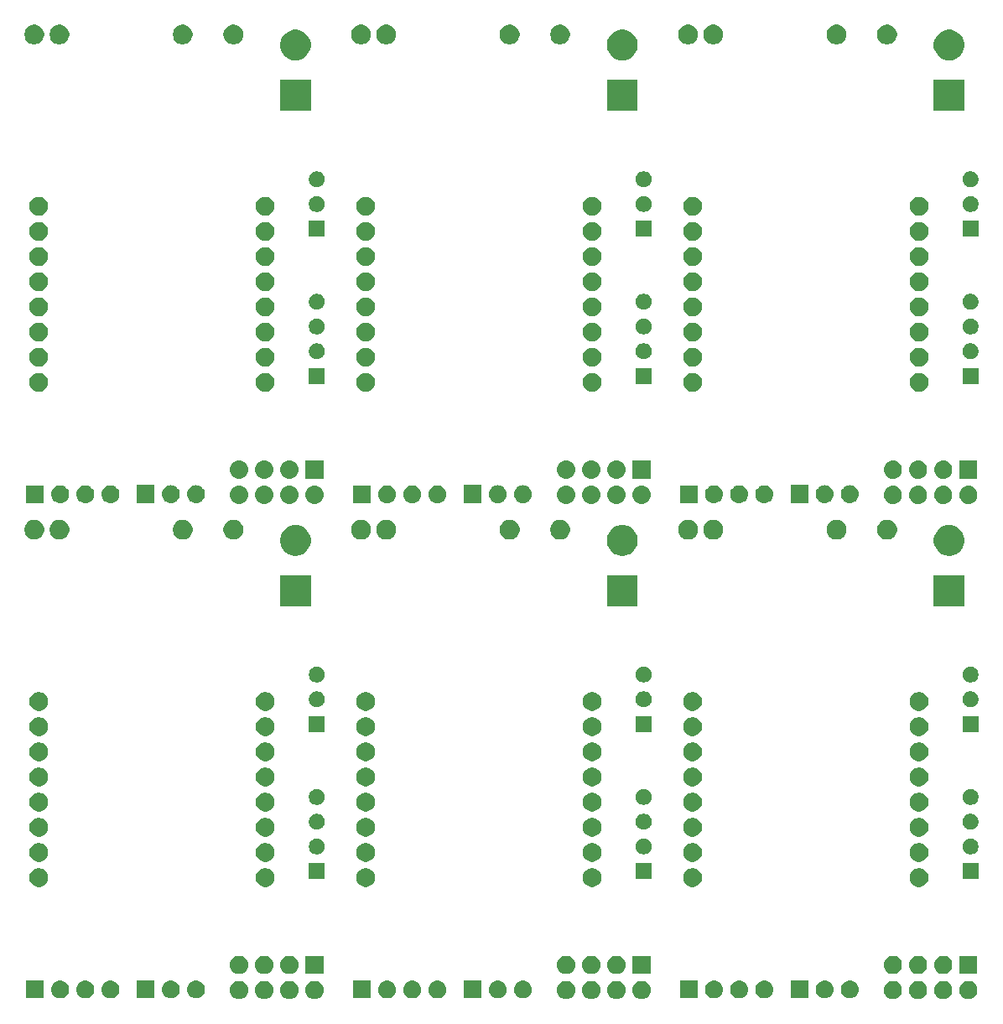
<source format=gbs>
G04 #@! TF.GenerationSoftware,KiCad,Pcbnew,5.0.2-bee76a0~70~ubuntu16.04.1*
G04 #@! TF.CreationDate,2019-12-01T11:56:29+01:00*
G04 #@! TF.ProjectId,RF_24G_Gateway,52465f32-3447-45f4-9761-74657761792e,rev?*
G04 #@! TF.SameCoordinates,Original*
G04 #@! TF.FileFunction,Soldermask,Bot*
G04 #@! TF.FilePolarity,Negative*
%FSLAX46Y46*%
G04 Gerber Fmt 4.6, Leading zero omitted, Abs format (unit mm)*
G04 Created by KiCad (PCBNEW 5.0.2-bee76a0~70~ubuntu16.04.1) date Sun 01 Dec 2019 11:56:29 AM CET*
%MOMM*%
%LPD*%
G01*
G04 APERTURE LIST*
%ADD10C,0.100000*%
G04 APERTURE END LIST*
D10*
G36*
X122765294Y-147074633D02*
X122937694Y-147126931D01*
X122937696Y-147126932D01*
X123096583Y-147211859D01*
X123235849Y-147326151D01*
X123350141Y-147465417D01*
X123406327Y-147570533D01*
X123435069Y-147624306D01*
X123487367Y-147796706D01*
X123505025Y-147976000D01*
X123487367Y-148155294D01*
X123454552Y-148263467D01*
X123435068Y-148327696D01*
X123350141Y-148486583D01*
X123235849Y-148625849D01*
X123096583Y-148740141D01*
X122950919Y-148818000D01*
X122937694Y-148825069D01*
X122765294Y-148877367D01*
X122630931Y-148890600D01*
X122541069Y-148890600D01*
X122406706Y-148877367D01*
X122234306Y-148825069D01*
X122221081Y-148818000D01*
X122075417Y-148740141D01*
X121936151Y-148625849D01*
X121821859Y-148486583D01*
X121736932Y-148327696D01*
X121717448Y-148263467D01*
X121684633Y-148155294D01*
X121666975Y-147976000D01*
X121684633Y-147796706D01*
X121736931Y-147624306D01*
X121765673Y-147570533D01*
X121821859Y-147465417D01*
X121936151Y-147326151D01*
X122075417Y-147211859D01*
X122234304Y-147126932D01*
X122234306Y-147126931D01*
X122406706Y-147074633D01*
X122541069Y-147061400D01*
X122630931Y-147061400D01*
X122765294Y-147074633D01*
X122765294Y-147074633D01*
G37*
G36*
X193845294Y-147074633D02*
X194017694Y-147126931D01*
X194017696Y-147126932D01*
X194176583Y-147211859D01*
X194315849Y-147326151D01*
X194430141Y-147465417D01*
X194486327Y-147570533D01*
X194515069Y-147624306D01*
X194567367Y-147796706D01*
X194585025Y-147976000D01*
X194567367Y-148155294D01*
X194534552Y-148263467D01*
X194515068Y-148327696D01*
X194430141Y-148486583D01*
X194315849Y-148625849D01*
X194176583Y-148740141D01*
X194030919Y-148818000D01*
X194017694Y-148825069D01*
X193845294Y-148877367D01*
X193710931Y-148890600D01*
X193621069Y-148890600D01*
X193486706Y-148877367D01*
X193314306Y-148825069D01*
X193301081Y-148818000D01*
X193155417Y-148740141D01*
X193016151Y-148625849D01*
X192901859Y-148486583D01*
X192816932Y-148327696D01*
X192797448Y-148263467D01*
X192764633Y-148155294D01*
X192746975Y-147976000D01*
X192764633Y-147796706D01*
X192816931Y-147624306D01*
X192845673Y-147570533D01*
X192901859Y-147465417D01*
X193016151Y-147326151D01*
X193155417Y-147211859D01*
X193314304Y-147126932D01*
X193314306Y-147126931D01*
X193486706Y-147074633D01*
X193621069Y-147061400D01*
X193710931Y-147061400D01*
X193845294Y-147074633D01*
X193845294Y-147074633D01*
G37*
G36*
X191305294Y-147074633D02*
X191477694Y-147126931D01*
X191477696Y-147126932D01*
X191636583Y-147211859D01*
X191775849Y-147326151D01*
X191890141Y-147465417D01*
X191946327Y-147570533D01*
X191975069Y-147624306D01*
X192027367Y-147796706D01*
X192045025Y-147976000D01*
X192027367Y-148155294D01*
X191994552Y-148263467D01*
X191975068Y-148327696D01*
X191890141Y-148486583D01*
X191775849Y-148625849D01*
X191636583Y-148740141D01*
X191490919Y-148818000D01*
X191477694Y-148825069D01*
X191305294Y-148877367D01*
X191170931Y-148890600D01*
X191081069Y-148890600D01*
X190946706Y-148877367D01*
X190774306Y-148825069D01*
X190761081Y-148818000D01*
X190615417Y-148740141D01*
X190476151Y-148625849D01*
X190361859Y-148486583D01*
X190276932Y-148327696D01*
X190257448Y-148263467D01*
X190224633Y-148155294D01*
X190206975Y-147976000D01*
X190224633Y-147796706D01*
X190276931Y-147624306D01*
X190305673Y-147570533D01*
X190361859Y-147465417D01*
X190476151Y-147326151D01*
X190615417Y-147211859D01*
X190774304Y-147126932D01*
X190774306Y-147126931D01*
X190946706Y-147074633D01*
X191081069Y-147061400D01*
X191170931Y-147061400D01*
X191305294Y-147074633D01*
X191305294Y-147074633D01*
G37*
G36*
X188765294Y-147074633D02*
X188937694Y-147126931D01*
X188937696Y-147126932D01*
X189096583Y-147211859D01*
X189235849Y-147326151D01*
X189350141Y-147465417D01*
X189406327Y-147570533D01*
X189435069Y-147624306D01*
X189487367Y-147796706D01*
X189505025Y-147976000D01*
X189487367Y-148155294D01*
X189454552Y-148263467D01*
X189435068Y-148327696D01*
X189350141Y-148486583D01*
X189235849Y-148625849D01*
X189096583Y-148740141D01*
X188950919Y-148818000D01*
X188937694Y-148825069D01*
X188765294Y-148877367D01*
X188630931Y-148890600D01*
X188541069Y-148890600D01*
X188406706Y-148877367D01*
X188234306Y-148825069D01*
X188221081Y-148818000D01*
X188075417Y-148740141D01*
X187936151Y-148625849D01*
X187821859Y-148486583D01*
X187736932Y-148327696D01*
X187717448Y-148263467D01*
X187684633Y-148155294D01*
X187666975Y-147976000D01*
X187684633Y-147796706D01*
X187736931Y-147624306D01*
X187765673Y-147570533D01*
X187821859Y-147465417D01*
X187936151Y-147326151D01*
X188075417Y-147211859D01*
X188234304Y-147126932D01*
X188234306Y-147126931D01*
X188406706Y-147074633D01*
X188541069Y-147061400D01*
X188630931Y-147061400D01*
X188765294Y-147074633D01*
X188765294Y-147074633D01*
G37*
G36*
X155765294Y-147074633D02*
X155937694Y-147126931D01*
X155937696Y-147126932D01*
X156096583Y-147211859D01*
X156235849Y-147326151D01*
X156350141Y-147465417D01*
X156406327Y-147570533D01*
X156435069Y-147624306D01*
X156487367Y-147796706D01*
X156505025Y-147976000D01*
X156487367Y-148155294D01*
X156454552Y-148263467D01*
X156435068Y-148327696D01*
X156350141Y-148486583D01*
X156235849Y-148625849D01*
X156096583Y-148740141D01*
X155950919Y-148818000D01*
X155937694Y-148825069D01*
X155765294Y-148877367D01*
X155630931Y-148890600D01*
X155541069Y-148890600D01*
X155406706Y-148877367D01*
X155234306Y-148825069D01*
X155221081Y-148818000D01*
X155075417Y-148740141D01*
X154936151Y-148625849D01*
X154821859Y-148486583D01*
X154736932Y-148327696D01*
X154717448Y-148263467D01*
X154684633Y-148155294D01*
X154666975Y-147976000D01*
X154684633Y-147796706D01*
X154736931Y-147624306D01*
X154765673Y-147570533D01*
X154821859Y-147465417D01*
X154936151Y-147326151D01*
X155075417Y-147211859D01*
X155234304Y-147126932D01*
X155234306Y-147126931D01*
X155406706Y-147074633D01*
X155541069Y-147061400D01*
X155630931Y-147061400D01*
X155765294Y-147074633D01*
X155765294Y-147074633D01*
G37*
G36*
X158305294Y-147074633D02*
X158477694Y-147126931D01*
X158477696Y-147126932D01*
X158636583Y-147211859D01*
X158775849Y-147326151D01*
X158890141Y-147465417D01*
X158946327Y-147570533D01*
X158975069Y-147624306D01*
X159027367Y-147796706D01*
X159045025Y-147976000D01*
X159027367Y-148155294D01*
X158994552Y-148263467D01*
X158975068Y-148327696D01*
X158890141Y-148486583D01*
X158775849Y-148625849D01*
X158636583Y-148740141D01*
X158490919Y-148818000D01*
X158477694Y-148825069D01*
X158305294Y-148877367D01*
X158170931Y-148890600D01*
X158081069Y-148890600D01*
X157946706Y-148877367D01*
X157774306Y-148825069D01*
X157761081Y-148818000D01*
X157615417Y-148740141D01*
X157476151Y-148625849D01*
X157361859Y-148486583D01*
X157276932Y-148327696D01*
X157257448Y-148263467D01*
X157224633Y-148155294D01*
X157206975Y-147976000D01*
X157224633Y-147796706D01*
X157276931Y-147624306D01*
X157305673Y-147570533D01*
X157361859Y-147465417D01*
X157476151Y-147326151D01*
X157615417Y-147211859D01*
X157774304Y-147126932D01*
X157774306Y-147126931D01*
X157946706Y-147074633D01*
X158081069Y-147061400D01*
X158170931Y-147061400D01*
X158305294Y-147074633D01*
X158305294Y-147074633D01*
G37*
G36*
X160845294Y-147074633D02*
X161017694Y-147126931D01*
X161017696Y-147126932D01*
X161176583Y-147211859D01*
X161315849Y-147326151D01*
X161430141Y-147465417D01*
X161486327Y-147570533D01*
X161515069Y-147624306D01*
X161567367Y-147796706D01*
X161585025Y-147976000D01*
X161567367Y-148155294D01*
X161534552Y-148263467D01*
X161515068Y-148327696D01*
X161430141Y-148486583D01*
X161315849Y-148625849D01*
X161176583Y-148740141D01*
X161030919Y-148818000D01*
X161017694Y-148825069D01*
X160845294Y-148877367D01*
X160710931Y-148890600D01*
X160621069Y-148890600D01*
X160486706Y-148877367D01*
X160314306Y-148825069D01*
X160301081Y-148818000D01*
X160155417Y-148740141D01*
X160016151Y-148625849D01*
X159901859Y-148486583D01*
X159816932Y-148327696D01*
X159797448Y-148263467D01*
X159764633Y-148155294D01*
X159746975Y-147976000D01*
X159764633Y-147796706D01*
X159816931Y-147624306D01*
X159845673Y-147570533D01*
X159901859Y-147465417D01*
X160016151Y-147326151D01*
X160155417Y-147211859D01*
X160314304Y-147126932D01*
X160314306Y-147126931D01*
X160486706Y-147074633D01*
X160621069Y-147061400D01*
X160710931Y-147061400D01*
X160845294Y-147074633D01*
X160845294Y-147074633D01*
G37*
G36*
X163385294Y-147074633D02*
X163557694Y-147126931D01*
X163557696Y-147126932D01*
X163716583Y-147211859D01*
X163855849Y-147326151D01*
X163970141Y-147465417D01*
X164026327Y-147570533D01*
X164055069Y-147624306D01*
X164107367Y-147796706D01*
X164125025Y-147976000D01*
X164107367Y-148155294D01*
X164074552Y-148263467D01*
X164055068Y-148327696D01*
X163970141Y-148486583D01*
X163855849Y-148625849D01*
X163716583Y-148740141D01*
X163570919Y-148818000D01*
X163557694Y-148825069D01*
X163385294Y-148877367D01*
X163250931Y-148890600D01*
X163161069Y-148890600D01*
X163026706Y-148877367D01*
X162854306Y-148825069D01*
X162841081Y-148818000D01*
X162695417Y-148740141D01*
X162556151Y-148625849D01*
X162441859Y-148486583D01*
X162356932Y-148327696D01*
X162337448Y-148263467D01*
X162304633Y-148155294D01*
X162286975Y-147976000D01*
X162304633Y-147796706D01*
X162356931Y-147624306D01*
X162385673Y-147570533D01*
X162441859Y-147465417D01*
X162556151Y-147326151D01*
X162695417Y-147211859D01*
X162854304Y-147126932D01*
X162854306Y-147126931D01*
X163026706Y-147074633D01*
X163161069Y-147061400D01*
X163250931Y-147061400D01*
X163385294Y-147074633D01*
X163385294Y-147074633D01*
G37*
G36*
X196385294Y-147074633D02*
X196557694Y-147126931D01*
X196557696Y-147126932D01*
X196716583Y-147211859D01*
X196855849Y-147326151D01*
X196970141Y-147465417D01*
X197026327Y-147570533D01*
X197055069Y-147624306D01*
X197107367Y-147796706D01*
X197125025Y-147976000D01*
X197107367Y-148155294D01*
X197074552Y-148263467D01*
X197055068Y-148327696D01*
X196970141Y-148486583D01*
X196855849Y-148625849D01*
X196716583Y-148740141D01*
X196570919Y-148818000D01*
X196557694Y-148825069D01*
X196385294Y-148877367D01*
X196250931Y-148890600D01*
X196161069Y-148890600D01*
X196026706Y-148877367D01*
X195854306Y-148825069D01*
X195841081Y-148818000D01*
X195695417Y-148740141D01*
X195556151Y-148625849D01*
X195441859Y-148486583D01*
X195356932Y-148327696D01*
X195337448Y-148263467D01*
X195304633Y-148155294D01*
X195286975Y-147976000D01*
X195304633Y-147796706D01*
X195356931Y-147624306D01*
X195385673Y-147570533D01*
X195441859Y-147465417D01*
X195556151Y-147326151D01*
X195695417Y-147211859D01*
X195854304Y-147126932D01*
X195854306Y-147126931D01*
X196026706Y-147074633D01*
X196161069Y-147061400D01*
X196250931Y-147061400D01*
X196385294Y-147074633D01*
X196385294Y-147074633D01*
G37*
G36*
X130385294Y-147074633D02*
X130557694Y-147126931D01*
X130557696Y-147126932D01*
X130716583Y-147211859D01*
X130855849Y-147326151D01*
X130970141Y-147465417D01*
X131026327Y-147570533D01*
X131055069Y-147624306D01*
X131107367Y-147796706D01*
X131125025Y-147976000D01*
X131107367Y-148155294D01*
X131074552Y-148263467D01*
X131055068Y-148327696D01*
X130970141Y-148486583D01*
X130855849Y-148625849D01*
X130716583Y-148740141D01*
X130570919Y-148818000D01*
X130557694Y-148825069D01*
X130385294Y-148877367D01*
X130250931Y-148890600D01*
X130161069Y-148890600D01*
X130026706Y-148877367D01*
X129854306Y-148825069D01*
X129841081Y-148818000D01*
X129695417Y-148740141D01*
X129556151Y-148625849D01*
X129441859Y-148486583D01*
X129356932Y-148327696D01*
X129337448Y-148263467D01*
X129304633Y-148155294D01*
X129286975Y-147976000D01*
X129304633Y-147796706D01*
X129356931Y-147624306D01*
X129385673Y-147570533D01*
X129441859Y-147465417D01*
X129556151Y-147326151D01*
X129695417Y-147211859D01*
X129854304Y-147126932D01*
X129854306Y-147126931D01*
X130026706Y-147074633D01*
X130161069Y-147061400D01*
X130250931Y-147061400D01*
X130385294Y-147074633D01*
X130385294Y-147074633D01*
G37*
G36*
X127845294Y-147074633D02*
X128017694Y-147126931D01*
X128017696Y-147126932D01*
X128176583Y-147211859D01*
X128315849Y-147326151D01*
X128430141Y-147465417D01*
X128486327Y-147570533D01*
X128515069Y-147624306D01*
X128567367Y-147796706D01*
X128585025Y-147976000D01*
X128567367Y-148155294D01*
X128534552Y-148263467D01*
X128515068Y-148327696D01*
X128430141Y-148486583D01*
X128315849Y-148625849D01*
X128176583Y-148740141D01*
X128030919Y-148818000D01*
X128017694Y-148825069D01*
X127845294Y-148877367D01*
X127710931Y-148890600D01*
X127621069Y-148890600D01*
X127486706Y-148877367D01*
X127314306Y-148825069D01*
X127301081Y-148818000D01*
X127155417Y-148740141D01*
X127016151Y-148625849D01*
X126901859Y-148486583D01*
X126816932Y-148327696D01*
X126797448Y-148263467D01*
X126764633Y-148155294D01*
X126746975Y-147976000D01*
X126764633Y-147796706D01*
X126816931Y-147624306D01*
X126845673Y-147570533D01*
X126901859Y-147465417D01*
X127016151Y-147326151D01*
X127155417Y-147211859D01*
X127314304Y-147126932D01*
X127314306Y-147126931D01*
X127486706Y-147074633D01*
X127621069Y-147061400D01*
X127710931Y-147061400D01*
X127845294Y-147074633D01*
X127845294Y-147074633D01*
G37*
G36*
X125305294Y-147074633D02*
X125477694Y-147126931D01*
X125477696Y-147126932D01*
X125636583Y-147211859D01*
X125775849Y-147326151D01*
X125890141Y-147465417D01*
X125946327Y-147570533D01*
X125975069Y-147624306D01*
X126027367Y-147796706D01*
X126045025Y-147976000D01*
X126027367Y-148155294D01*
X125994552Y-148263467D01*
X125975068Y-148327696D01*
X125890141Y-148486583D01*
X125775849Y-148625849D01*
X125636583Y-148740141D01*
X125490919Y-148818000D01*
X125477694Y-148825069D01*
X125305294Y-148877367D01*
X125170931Y-148890600D01*
X125081069Y-148890600D01*
X124946706Y-148877367D01*
X124774306Y-148825069D01*
X124761081Y-148818000D01*
X124615417Y-148740141D01*
X124476151Y-148625849D01*
X124361859Y-148486583D01*
X124276932Y-148327696D01*
X124257448Y-148263467D01*
X124224633Y-148155294D01*
X124206975Y-147976000D01*
X124224633Y-147796706D01*
X124276931Y-147624306D01*
X124305673Y-147570533D01*
X124361859Y-147465417D01*
X124476151Y-147326151D01*
X124615417Y-147211859D01*
X124774304Y-147126932D01*
X124774306Y-147126931D01*
X124946706Y-147074633D01*
X125081069Y-147061400D01*
X125170931Y-147061400D01*
X125305294Y-147074633D01*
X125305294Y-147074633D01*
G37*
G36*
X168882000Y-148818000D02*
X167080000Y-148818000D01*
X167080000Y-147016000D01*
X168882000Y-147016000D01*
X168882000Y-148818000D01*
X168882000Y-148818000D01*
G37*
G36*
X102882000Y-148818000D02*
X101080000Y-148818000D01*
X101080000Y-147016000D01*
X102882000Y-147016000D01*
X102882000Y-148818000D01*
X102882000Y-148818000D01*
G37*
G36*
X104631442Y-147022518D02*
X104697627Y-147029037D01*
X104804314Y-147061400D01*
X104867467Y-147080557D01*
X105006087Y-147154652D01*
X105023991Y-147164222D01*
X105059729Y-147193552D01*
X105161186Y-147276814D01*
X105244448Y-147378271D01*
X105273778Y-147414009D01*
X105273779Y-147414011D01*
X105357443Y-147570533D01*
X105357443Y-147570534D01*
X105408963Y-147740373D01*
X105426359Y-147917000D01*
X105408963Y-148093627D01*
X105374616Y-148206853D01*
X105357443Y-148263467D01*
X105323112Y-148327694D01*
X105273778Y-148419991D01*
X105244448Y-148455729D01*
X105161186Y-148557186D01*
X105059729Y-148640448D01*
X105023991Y-148669778D01*
X105023989Y-148669779D01*
X104867467Y-148753443D01*
X104810853Y-148770616D01*
X104697627Y-148804963D01*
X104631442Y-148811482D01*
X104565260Y-148818000D01*
X104476740Y-148818000D01*
X104410558Y-148811482D01*
X104344373Y-148804963D01*
X104231147Y-148770616D01*
X104174533Y-148753443D01*
X104018011Y-148669779D01*
X104018009Y-148669778D01*
X103982271Y-148640448D01*
X103880814Y-148557186D01*
X103797552Y-148455729D01*
X103768222Y-148419991D01*
X103718888Y-148327694D01*
X103684557Y-148263467D01*
X103667384Y-148206853D01*
X103633037Y-148093627D01*
X103615641Y-147917000D01*
X103633037Y-147740373D01*
X103684557Y-147570534D01*
X103684557Y-147570533D01*
X103768221Y-147414011D01*
X103768222Y-147414009D01*
X103797552Y-147378271D01*
X103880814Y-147276814D01*
X103982271Y-147193552D01*
X104018009Y-147164222D01*
X104035913Y-147154652D01*
X104174533Y-147080557D01*
X104237686Y-147061400D01*
X104344373Y-147029037D01*
X104410558Y-147022518D01*
X104476740Y-147016000D01*
X104565260Y-147016000D01*
X104631442Y-147022518D01*
X104631442Y-147022518D01*
G37*
G36*
X109711442Y-147022518D02*
X109777627Y-147029037D01*
X109884314Y-147061400D01*
X109947467Y-147080557D01*
X110086087Y-147154652D01*
X110103991Y-147164222D01*
X110139729Y-147193552D01*
X110241186Y-147276814D01*
X110324448Y-147378271D01*
X110353778Y-147414009D01*
X110353779Y-147414011D01*
X110437443Y-147570533D01*
X110437443Y-147570534D01*
X110488963Y-147740373D01*
X110506359Y-147917000D01*
X110488963Y-148093627D01*
X110454616Y-148206853D01*
X110437443Y-148263467D01*
X110403112Y-148327694D01*
X110353778Y-148419991D01*
X110324448Y-148455729D01*
X110241186Y-148557186D01*
X110139729Y-148640448D01*
X110103991Y-148669778D01*
X110103989Y-148669779D01*
X109947467Y-148753443D01*
X109890853Y-148770616D01*
X109777627Y-148804963D01*
X109711442Y-148811482D01*
X109645260Y-148818000D01*
X109556740Y-148818000D01*
X109490558Y-148811482D01*
X109424373Y-148804963D01*
X109311147Y-148770616D01*
X109254533Y-148753443D01*
X109098011Y-148669779D01*
X109098009Y-148669778D01*
X109062271Y-148640448D01*
X108960814Y-148557186D01*
X108877552Y-148455729D01*
X108848222Y-148419991D01*
X108798888Y-148327694D01*
X108764557Y-148263467D01*
X108747384Y-148206853D01*
X108713037Y-148093627D01*
X108695641Y-147917000D01*
X108713037Y-147740373D01*
X108764557Y-147570534D01*
X108764557Y-147570533D01*
X108848221Y-147414011D01*
X108848222Y-147414009D01*
X108877552Y-147378271D01*
X108960814Y-147276814D01*
X109062271Y-147193552D01*
X109098009Y-147164222D01*
X109115913Y-147154652D01*
X109254533Y-147080557D01*
X109317686Y-147061400D01*
X109424373Y-147029037D01*
X109490558Y-147022518D01*
X109556740Y-147016000D01*
X109645260Y-147016000D01*
X109711442Y-147022518D01*
X109711442Y-147022518D01*
G37*
G36*
X107171442Y-147022518D02*
X107237627Y-147029037D01*
X107344314Y-147061400D01*
X107407467Y-147080557D01*
X107546087Y-147154652D01*
X107563991Y-147164222D01*
X107599729Y-147193552D01*
X107701186Y-147276814D01*
X107784448Y-147378271D01*
X107813778Y-147414009D01*
X107813779Y-147414011D01*
X107897443Y-147570533D01*
X107897443Y-147570534D01*
X107948963Y-147740373D01*
X107966359Y-147917000D01*
X107948963Y-148093627D01*
X107914616Y-148206853D01*
X107897443Y-148263467D01*
X107863112Y-148327694D01*
X107813778Y-148419991D01*
X107784448Y-148455729D01*
X107701186Y-148557186D01*
X107599729Y-148640448D01*
X107563991Y-148669778D01*
X107563989Y-148669779D01*
X107407467Y-148753443D01*
X107350853Y-148770616D01*
X107237627Y-148804963D01*
X107171442Y-148811482D01*
X107105260Y-148818000D01*
X107016740Y-148818000D01*
X106950558Y-148811482D01*
X106884373Y-148804963D01*
X106771147Y-148770616D01*
X106714533Y-148753443D01*
X106558011Y-148669779D01*
X106558009Y-148669778D01*
X106522271Y-148640448D01*
X106420814Y-148557186D01*
X106337552Y-148455729D01*
X106308222Y-148419991D01*
X106258888Y-148327694D01*
X106224557Y-148263467D01*
X106207384Y-148206853D01*
X106173037Y-148093627D01*
X106155641Y-147917000D01*
X106173037Y-147740373D01*
X106224557Y-147570534D01*
X106224557Y-147570533D01*
X106308221Y-147414011D01*
X106308222Y-147414009D01*
X106337552Y-147378271D01*
X106420814Y-147276814D01*
X106522271Y-147193552D01*
X106558009Y-147164222D01*
X106575913Y-147154652D01*
X106714533Y-147080557D01*
X106777686Y-147061400D01*
X106884373Y-147029037D01*
X106950558Y-147022518D01*
X107016740Y-147016000D01*
X107105260Y-147016000D01*
X107171442Y-147022518D01*
X107171442Y-147022518D01*
G37*
G36*
X173171442Y-147022518D02*
X173237627Y-147029037D01*
X173344314Y-147061400D01*
X173407467Y-147080557D01*
X173546087Y-147154652D01*
X173563991Y-147164222D01*
X173599729Y-147193552D01*
X173701186Y-147276814D01*
X173784448Y-147378271D01*
X173813778Y-147414009D01*
X173813779Y-147414011D01*
X173897443Y-147570533D01*
X173897443Y-147570534D01*
X173948963Y-147740373D01*
X173966359Y-147917000D01*
X173948963Y-148093627D01*
X173914616Y-148206853D01*
X173897443Y-148263467D01*
X173863112Y-148327694D01*
X173813778Y-148419991D01*
X173784448Y-148455729D01*
X173701186Y-148557186D01*
X173599729Y-148640448D01*
X173563991Y-148669778D01*
X173563989Y-148669779D01*
X173407467Y-148753443D01*
X173350853Y-148770616D01*
X173237627Y-148804963D01*
X173171442Y-148811482D01*
X173105260Y-148818000D01*
X173016740Y-148818000D01*
X172950558Y-148811482D01*
X172884373Y-148804963D01*
X172771147Y-148770616D01*
X172714533Y-148753443D01*
X172558011Y-148669779D01*
X172558009Y-148669778D01*
X172522271Y-148640448D01*
X172420814Y-148557186D01*
X172337552Y-148455729D01*
X172308222Y-148419991D01*
X172258888Y-148327694D01*
X172224557Y-148263467D01*
X172207384Y-148206853D01*
X172173037Y-148093627D01*
X172155641Y-147917000D01*
X172173037Y-147740373D01*
X172224557Y-147570534D01*
X172224557Y-147570533D01*
X172308221Y-147414011D01*
X172308222Y-147414009D01*
X172337552Y-147378271D01*
X172420814Y-147276814D01*
X172522271Y-147193552D01*
X172558009Y-147164222D01*
X172575913Y-147154652D01*
X172714533Y-147080557D01*
X172777686Y-147061400D01*
X172884373Y-147029037D01*
X172950558Y-147022518D01*
X173016740Y-147016000D01*
X173105260Y-147016000D01*
X173171442Y-147022518D01*
X173171442Y-147022518D01*
G37*
G36*
X175711442Y-147022518D02*
X175777627Y-147029037D01*
X175884314Y-147061400D01*
X175947467Y-147080557D01*
X176086087Y-147154652D01*
X176103991Y-147164222D01*
X176139729Y-147193552D01*
X176241186Y-147276814D01*
X176324448Y-147378271D01*
X176353778Y-147414009D01*
X176353779Y-147414011D01*
X176437443Y-147570533D01*
X176437443Y-147570534D01*
X176488963Y-147740373D01*
X176506359Y-147917000D01*
X176488963Y-148093627D01*
X176454616Y-148206853D01*
X176437443Y-148263467D01*
X176403112Y-148327694D01*
X176353778Y-148419991D01*
X176324448Y-148455729D01*
X176241186Y-148557186D01*
X176139729Y-148640448D01*
X176103991Y-148669778D01*
X176103989Y-148669779D01*
X175947467Y-148753443D01*
X175890853Y-148770616D01*
X175777627Y-148804963D01*
X175711442Y-148811482D01*
X175645260Y-148818000D01*
X175556740Y-148818000D01*
X175490558Y-148811482D01*
X175424373Y-148804963D01*
X175311147Y-148770616D01*
X175254533Y-148753443D01*
X175098011Y-148669779D01*
X175098009Y-148669778D01*
X175062271Y-148640448D01*
X174960814Y-148557186D01*
X174877552Y-148455729D01*
X174848222Y-148419991D01*
X174798888Y-148327694D01*
X174764557Y-148263467D01*
X174747384Y-148206853D01*
X174713037Y-148093627D01*
X174695641Y-147917000D01*
X174713037Y-147740373D01*
X174764557Y-147570534D01*
X174764557Y-147570533D01*
X174848221Y-147414011D01*
X174848222Y-147414009D01*
X174877552Y-147378271D01*
X174960814Y-147276814D01*
X175062271Y-147193552D01*
X175098009Y-147164222D01*
X175115913Y-147154652D01*
X175254533Y-147080557D01*
X175317686Y-147061400D01*
X175424373Y-147029037D01*
X175490558Y-147022518D01*
X175556740Y-147016000D01*
X175645260Y-147016000D01*
X175711442Y-147022518D01*
X175711442Y-147022518D01*
G37*
G36*
X142711442Y-147022518D02*
X142777627Y-147029037D01*
X142884314Y-147061400D01*
X142947467Y-147080557D01*
X143086087Y-147154652D01*
X143103991Y-147164222D01*
X143139729Y-147193552D01*
X143241186Y-147276814D01*
X143324448Y-147378271D01*
X143353778Y-147414009D01*
X143353779Y-147414011D01*
X143437443Y-147570533D01*
X143437443Y-147570534D01*
X143488963Y-147740373D01*
X143506359Y-147917000D01*
X143488963Y-148093627D01*
X143454616Y-148206853D01*
X143437443Y-148263467D01*
X143403112Y-148327694D01*
X143353778Y-148419991D01*
X143324448Y-148455729D01*
X143241186Y-148557186D01*
X143139729Y-148640448D01*
X143103991Y-148669778D01*
X143103989Y-148669779D01*
X142947467Y-148753443D01*
X142890853Y-148770616D01*
X142777627Y-148804963D01*
X142711442Y-148811482D01*
X142645260Y-148818000D01*
X142556740Y-148818000D01*
X142490558Y-148811482D01*
X142424373Y-148804963D01*
X142311147Y-148770616D01*
X142254533Y-148753443D01*
X142098011Y-148669779D01*
X142098009Y-148669778D01*
X142062271Y-148640448D01*
X141960814Y-148557186D01*
X141877552Y-148455729D01*
X141848222Y-148419991D01*
X141798888Y-148327694D01*
X141764557Y-148263467D01*
X141747384Y-148206853D01*
X141713037Y-148093627D01*
X141695641Y-147917000D01*
X141713037Y-147740373D01*
X141764557Y-147570534D01*
X141764557Y-147570533D01*
X141848221Y-147414011D01*
X141848222Y-147414009D01*
X141877552Y-147378271D01*
X141960814Y-147276814D01*
X142062271Y-147193552D01*
X142098009Y-147164222D01*
X142115913Y-147154652D01*
X142254533Y-147080557D01*
X142317686Y-147061400D01*
X142424373Y-147029037D01*
X142490558Y-147022518D01*
X142556740Y-147016000D01*
X142645260Y-147016000D01*
X142711442Y-147022518D01*
X142711442Y-147022518D01*
G37*
G36*
X140171442Y-147022518D02*
X140237627Y-147029037D01*
X140344314Y-147061400D01*
X140407467Y-147080557D01*
X140546087Y-147154652D01*
X140563991Y-147164222D01*
X140599729Y-147193552D01*
X140701186Y-147276814D01*
X140784448Y-147378271D01*
X140813778Y-147414009D01*
X140813779Y-147414011D01*
X140897443Y-147570533D01*
X140897443Y-147570534D01*
X140948963Y-147740373D01*
X140966359Y-147917000D01*
X140948963Y-148093627D01*
X140914616Y-148206853D01*
X140897443Y-148263467D01*
X140863112Y-148327694D01*
X140813778Y-148419991D01*
X140784448Y-148455729D01*
X140701186Y-148557186D01*
X140599729Y-148640448D01*
X140563991Y-148669778D01*
X140563989Y-148669779D01*
X140407467Y-148753443D01*
X140350853Y-148770616D01*
X140237627Y-148804963D01*
X140171442Y-148811482D01*
X140105260Y-148818000D01*
X140016740Y-148818000D01*
X139950558Y-148811482D01*
X139884373Y-148804963D01*
X139771147Y-148770616D01*
X139714533Y-148753443D01*
X139558011Y-148669779D01*
X139558009Y-148669778D01*
X139522271Y-148640448D01*
X139420814Y-148557186D01*
X139337552Y-148455729D01*
X139308222Y-148419991D01*
X139258888Y-148327694D01*
X139224557Y-148263467D01*
X139207384Y-148206853D01*
X139173037Y-148093627D01*
X139155641Y-147917000D01*
X139173037Y-147740373D01*
X139224557Y-147570534D01*
X139224557Y-147570533D01*
X139308221Y-147414011D01*
X139308222Y-147414009D01*
X139337552Y-147378271D01*
X139420814Y-147276814D01*
X139522271Y-147193552D01*
X139558009Y-147164222D01*
X139575913Y-147154652D01*
X139714533Y-147080557D01*
X139777686Y-147061400D01*
X139884373Y-147029037D01*
X139950558Y-147022518D01*
X140016740Y-147016000D01*
X140105260Y-147016000D01*
X140171442Y-147022518D01*
X140171442Y-147022518D01*
G37*
G36*
X137631442Y-147022518D02*
X137697627Y-147029037D01*
X137804314Y-147061400D01*
X137867467Y-147080557D01*
X138006087Y-147154652D01*
X138023991Y-147164222D01*
X138059729Y-147193552D01*
X138161186Y-147276814D01*
X138244448Y-147378271D01*
X138273778Y-147414009D01*
X138273779Y-147414011D01*
X138357443Y-147570533D01*
X138357443Y-147570534D01*
X138408963Y-147740373D01*
X138426359Y-147917000D01*
X138408963Y-148093627D01*
X138374616Y-148206853D01*
X138357443Y-148263467D01*
X138323112Y-148327694D01*
X138273778Y-148419991D01*
X138244448Y-148455729D01*
X138161186Y-148557186D01*
X138059729Y-148640448D01*
X138023991Y-148669778D01*
X138023989Y-148669779D01*
X137867467Y-148753443D01*
X137810853Y-148770616D01*
X137697627Y-148804963D01*
X137631442Y-148811482D01*
X137565260Y-148818000D01*
X137476740Y-148818000D01*
X137410558Y-148811482D01*
X137344373Y-148804963D01*
X137231147Y-148770616D01*
X137174533Y-148753443D01*
X137018011Y-148669779D01*
X137018009Y-148669778D01*
X136982271Y-148640448D01*
X136880814Y-148557186D01*
X136797552Y-148455729D01*
X136768222Y-148419991D01*
X136718888Y-148327694D01*
X136684557Y-148263467D01*
X136667384Y-148206853D01*
X136633037Y-148093627D01*
X136615641Y-147917000D01*
X136633037Y-147740373D01*
X136684557Y-147570534D01*
X136684557Y-147570533D01*
X136768221Y-147414011D01*
X136768222Y-147414009D01*
X136797552Y-147378271D01*
X136880814Y-147276814D01*
X136982271Y-147193552D01*
X137018009Y-147164222D01*
X137035913Y-147154652D01*
X137174533Y-147080557D01*
X137237686Y-147061400D01*
X137344373Y-147029037D01*
X137410558Y-147022518D01*
X137476740Y-147016000D01*
X137565260Y-147016000D01*
X137631442Y-147022518D01*
X137631442Y-147022518D01*
G37*
G36*
X135882000Y-148818000D02*
X134080000Y-148818000D01*
X134080000Y-147016000D01*
X135882000Y-147016000D01*
X135882000Y-148818000D01*
X135882000Y-148818000D01*
G37*
G36*
X170631442Y-147022518D02*
X170697627Y-147029037D01*
X170804314Y-147061400D01*
X170867467Y-147080557D01*
X171006087Y-147154652D01*
X171023991Y-147164222D01*
X171059729Y-147193552D01*
X171161186Y-147276814D01*
X171244448Y-147378271D01*
X171273778Y-147414009D01*
X171273779Y-147414011D01*
X171357443Y-147570533D01*
X171357443Y-147570534D01*
X171408963Y-147740373D01*
X171426359Y-147917000D01*
X171408963Y-148093627D01*
X171374616Y-148206853D01*
X171357443Y-148263467D01*
X171323112Y-148327694D01*
X171273778Y-148419991D01*
X171244448Y-148455729D01*
X171161186Y-148557186D01*
X171059729Y-148640448D01*
X171023991Y-148669778D01*
X171023989Y-148669779D01*
X170867467Y-148753443D01*
X170810853Y-148770616D01*
X170697627Y-148804963D01*
X170631442Y-148811482D01*
X170565260Y-148818000D01*
X170476740Y-148818000D01*
X170410558Y-148811482D01*
X170344373Y-148804963D01*
X170231147Y-148770616D01*
X170174533Y-148753443D01*
X170018011Y-148669779D01*
X170018009Y-148669778D01*
X169982271Y-148640448D01*
X169880814Y-148557186D01*
X169797552Y-148455729D01*
X169768222Y-148419991D01*
X169718888Y-148327694D01*
X169684557Y-148263467D01*
X169667384Y-148206853D01*
X169633037Y-148093627D01*
X169615641Y-147917000D01*
X169633037Y-147740373D01*
X169684557Y-147570534D01*
X169684557Y-147570533D01*
X169768221Y-147414011D01*
X169768222Y-147414009D01*
X169797552Y-147378271D01*
X169880814Y-147276814D01*
X169982271Y-147193552D01*
X170018009Y-147164222D01*
X170035913Y-147154652D01*
X170174533Y-147080557D01*
X170237686Y-147061400D01*
X170344373Y-147029037D01*
X170410558Y-147022518D01*
X170476740Y-147016000D01*
X170565260Y-147016000D01*
X170631442Y-147022518D01*
X170631442Y-147022518D01*
G37*
G36*
X181810442Y-147005518D02*
X181876627Y-147012037D01*
X181989853Y-147046384D01*
X182046467Y-147063557D01*
X182185087Y-147137652D01*
X182202991Y-147147222D01*
X182223704Y-147164221D01*
X182340186Y-147259814D01*
X182423448Y-147361271D01*
X182452778Y-147397009D01*
X182452779Y-147397011D01*
X182536443Y-147553533D01*
X182536443Y-147553534D01*
X182587963Y-147723373D01*
X182605359Y-147900000D01*
X182587963Y-148076627D01*
X182553616Y-148189853D01*
X182536443Y-148246467D01*
X182462348Y-148385087D01*
X182452778Y-148402991D01*
X182438828Y-148419989D01*
X182340186Y-148540186D01*
X182238729Y-148623448D01*
X182202991Y-148652778D01*
X182202989Y-148652779D01*
X182046467Y-148736443D01*
X181990424Y-148753443D01*
X181876627Y-148787963D01*
X181810443Y-148794481D01*
X181744260Y-148801000D01*
X181655740Y-148801000D01*
X181589557Y-148794481D01*
X181523373Y-148787963D01*
X181409576Y-148753443D01*
X181353533Y-148736443D01*
X181197011Y-148652779D01*
X181197009Y-148652778D01*
X181161271Y-148623448D01*
X181059814Y-148540186D01*
X180961172Y-148419989D01*
X180947222Y-148402991D01*
X180937652Y-148385087D01*
X180863557Y-148246467D01*
X180846384Y-148189853D01*
X180812037Y-148076627D01*
X180794641Y-147900000D01*
X180812037Y-147723373D01*
X180863557Y-147553534D01*
X180863557Y-147553533D01*
X180947221Y-147397011D01*
X180947222Y-147397009D01*
X180976552Y-147361271D01*
X181059814Y-147259814D01*
X181176296Y-147164221D01*
X181197009Y-147147222D01*
X181214913Y-147137652D01*
X181353533Y-147063557D01*
X181410147Y-147046384D01*
X181523373Y-147012037D01*
X181589558Y-147005518D01*
X181655740Y-146999000D01*
X181744260Y-146999000D01*
X181810442Y-147005518D01*
X181810442Y-147005518D01*
G37*
G36*
X118350442Y-147005518D02*
X118416627Y-147012037D01*
X118529853Y-147046384D01*
X118586467Y-147063557D01*
X118725087Y-147137652D01*
X118742991Y-147147222D01*
X118763704Y-147164221D01*
X118880186Y-147259814D01*
X118963448Y-147361271D01*
X118992778Y-147397009D01*
X118992779Y-147397011D01*
X119076443Y-147553533D01*
X119076443Y-147553534D01*
X119127963Y-147723373D01*
X119145359Y-147900000D01*
X119127963Y-148076627D01*
X119093616Y-148189853D01*
X119076443Y-148246467D01*
X119002348Y-148385087D01*
X118992778Y-148402991D01*
X118978828Y-148419989D01*
X118880186Y-148540186D01*
X118778729Y-148623448D01*
X118742991Y-148652778D01*
X118742989Y-148652779D01*
X118586467Y-148736443D01*
X118530424Y-148753443D01*
X118416627Y-148787963D01*
X118350443Y-148794481D01*
X118284260Y-148801000D01*
X118195740Y-148801000D01*
X118129557Y-148794481D01*
X118063373Y-148787963D01*
X117949576Y-148753443D01*
X117893533Y-148736443D01*
X117737011Y-148652779D01*
X117737009Y-148652778D01*
X117701271Y-148623448D01*
X117599814Y-148540186D01*
X117501172Y-148419989D01*
X117487222Y-148402991D01*
X117477652Y-148385087D01*
X117403557Y-148246467D01*
X117386384Y-148189853D01*
X117352037Y-148076627D01*
X117334641Y-147900000D01*
X117352037Y-147723373D01*
X117403557Y-147553534D01*
X117403557Y-147553533D01*
X117487221Y-147397011D01*
X117487222Y-147397009D01*
X117516552Y-147361271D01*
X117599814Y-147259814D01*
X117716296Y-147164221D01*
X117737009Y-147147222D01*
X117754913Y-147137652D01*
X117893533Y-147063557D01*
X117950147Y-147046384D01*
X118063373Y-147012037D01*
X118129558Y-147005518D01*
X118195740Y-146999000D01*
X118284260Y-146999000D01*
X118350442Y-147005518D01*
X118350442Y-147005518D01*
G37*
G36*
X114061000Y-148801000D02*
X112259000Y-148801000D01*
X112259000Y-146999000D01*
X114061000Y-146999000D01*
X114061000Y-148801000D01*
X114061000Y-148801000D01*
G37*
G36*
X115810442Y-147005518D02*
X115876627Y-147012037D01*
X115989853Y-147046384D01*
X116046467Y-147063557D01*
X116185087Y-147137652D01*
X116202991Y-147147222D01*
X116223704Y-147164221D01*
X116340186Y-147259814D01*
X116423448Y-147361271D01*
X116452778Y-147397009D01*
X116452779Y-147397011D01*
X116536443Y-147553533D01*
X116536443Y-147553534D01*
X116587963Y-147723373D01*
X116605359Y-147900000D01*
X116587963Y-148076627D01*
X116553616Y-148189853D01*
X116536443Y-148246467D01*
X116462348Y-148385087D01*
X116452778Y-148402991D01*
X116438828Y-148419989D01*
X116340186Y-148540186D01*
X116238729Y-148623448D01*
X116202991Y-148652778D01*
X116202989Y-148652779D01*
X116046467Y-148736443D01*
X115990424Y-148753443D01*
X115876627Y-148787963D01*
X115810443Y-148794481D01*
X115744260Y-148801000D01*
X115655740Y-148801000D01*
X115589557Y-148794481D01*
X115523373Y-148787963D01*
X115409576Y-148753443D01*
X115353533Y-148736443D01*
X115197011Y-148652779D01*
X115197009Y-148652778D01*
X115161271Y-148623448D01*
X115059814Y-148540186D01*
X114961172Y-148419989D01*
X114947222Y-148402991D01*
X114937652Y-148385087D01*
X114863557Y-148246467D01*
X114846384Y-148189853D01*
X114812037Y-148076627D01*
X114794641Y-147900000D01*
X114812037Y-147723373D01*
X114863557Y-147553534D01*
X114863557Y-147553533D01*
X114947221Y-147397011D01*
X114947222Y-147397009D01*
X114976552Y-147361271D01*
X115059814Y-147259814D01*
X115176296Y-147164221D01*
X115197009Y-147147222D01*
X115214913Y-147137652D01*
X115353533Y-147063557D01*
X115410147Y-147046384D01*
X115523373Y-147012037D01*
X115589558Y-147005518D01*
X115655740Y-146999000D01*
X115744260Y-146999000D01*
X115810442Y-147005518D01*
X115810442Y-147005518D01*
G37*
G36*
X147061000Y-148801000D02*
X145259000Y-148801000D01*
X145259000Y-146999000D01*
X147061000Y-146999000D01*
X147061000Y-148801000D01*
X147061000Y-148801000D01*
G37*
G36*
X180061000Y-148801000D02*
X178259000Y-148801000D01*
X178259000Y-146999000D01*
X180061000Y-146999000D01*
X180061000Y-148801000D01*
X180061000Y-148801000D01*
G37*
G36*
X184350442Y-147005518D02*
X184416627Y-147012037D01*
X184529853Y-147046384D01*
X184586467Y-147063557D01*
X184725087Y-147137652D01*
X184742991Y-147147222D01*
X184763704Y-147164221D01*
X184880186Y-147259814D01*
X184963448Y-147361271D01*
X184992778Y-147397009D01*
X184992779Y-147397011D01*
X185076443Y-147553533D01*
X185076443Y-147553534D01*
X185127963Y-147723373D01*
X185145359Y-147900000D01*
X185127963Y-148076627D01*
X185093616Y-148189853D01*
X185076443Y-148246467D01*
X185002348Y-148385087D01*
X184992778Y-148402991D01*
X184978828Y-148419989D01*
X184880186Y-148540186D01*
X184778729Y-148623448D01*
X184742991Y-148652778D01*
X184742989Y-148652779D01*
X184586467Y-148736443D01*
X184530424Y-148753443D01*
X184416627Y-148787963D01*
X184350443Y-148794481D01*
X184284260Y-148801000D01*
X184195740Y-148801000D01*
X184129557Y-148794481D01*
X184063373Y-148787963D01*
X183949576Y-148753443D01*
X183893533Y-148736443D01*
X183737011Y-148652779D01*
X183737009Y-148652778D01*
X183701271Y-148623448D01*
X183599814Y-148540186D01*
X183501172Y-148419989D01*
X183487222Y-148402991D01*
X183477652Y-148385087D01*
X183403557Y-148246467D01*
X183386384Y-148189853D01*
X183352037Y-148076627D01*
X183334641Y-147900000D01*
X183352037Y-147723373D01*
X183403557Y-147553534D01*
X183403557Y-147553533D01*
X183487221Y-147397011D01*
X183487222Y-147397009D01*
X183516552Y-147361271D01*
X183599814Y-147259814D01*
X183716296Y-147164221D01*
X183737009Y-147147222D01*
X183754913Y-147137652D01*
X183893533Y-147063557D01*
X183950147Y-147046384D01*
X184063373Y-147012037D01*
X184129558Y-147005518D01*
X184195740Y-146999000D01*
X184284260Y-146999000D01*
X184350442Y-147005518D01*
X184350442Y-147005518D01*
G37*
G36*
X148810442Y-147005518D02*
X148876627Y-147012037D01*
X148989853Y-147046384D01*
X149046467Y-147063557D01*
X149185087Y-147137652D01*
X149202991Y-147147222D01*
X149223704Y-147164221D01*
X149340186Y-147259814D01*
X149423448Y-147361271D01*
X149452778Y-147397009D01*
X149452779Y-147397011D01*
X149536443Y-147553533D01*
X149536443Y-147553534D01*
X149587963Y-147723373D01*
X149605359Y-147900000D01*
X149587963Y-148076627D01*
X149553616Y-148189853D01*
X149536443Y-148246467D01*
X149462348Y-148385087D01*
X149452778Y-148402991D01*
X149438828Y-148419989D01*
X149340186Y-148540186D01*
X149238729Y-148623448D01*
X149202991Y-148652778D01*
X149202989Y-148652779D01*
X149046467Y-148736443D01*
X148990424Y-148753443D01*
X148876627Y-148787963D01*
X148810443Y-148794481D01*
X148744260Y-148801000D01*
X148655740Y-148801000D01*
X148589557Y-148794481D01*
X148523373Y-148787963D01*
X148409576Y-148753443D01*
X148353533Y-148736443D01*
X148197011Y-148652779D01*
X148197009Y-148652778D01*
X148161271Y-148623448D01*
X148059814Y-148540186D01*
X147961172Y-148419989D01*
X147947222Y-148402991D01*
X147937652Y-148385087D01*
X147863557Y-148246467D01*
X147846384Y-148189853D01*
X147812037Y-148076627D01*
X147794641Y-147900000D01*
X147812037Y-147723373D01*
X147863557Y-147553534D01*
X147863557Y-147553533D01*
X147947221Y-147397011D01*
X147947222Y-147397009D01*
X147976552Y-147361271D01*
X148059814Y-147259814D01*
X148176296Y-147164221D01*
X148197009Y-147147222D01*
X148214913Y-147137652D01*
X148353533Y-147063557D01*
X148410147Y-147046384D01*
X148523373Y-147012037D01*
X148589558Y-147005518D01*
X148655740Y-146999000D01*
X148744260Y-146999000D01*
X148810442Y-147005518D01*
X148810442Y-147005518D01*
G37*
G36*
X151350442Y-147005518D02*
X151416627Y-147012037D01*
X151529853Y-147046384D01*
X151586467Y-147063557D01*
X151725087Y-147137652D01*
X151742991Y-147147222D01*
X151763704Y-147164221D01*
X151880186Y-147259814D01*
X151963448Y-147361271D01*
X151992778Y-147397009D01*
X151992779Y-147397011D01*
X152076443Y-147553533D01*
X152076443Y-147553534D01*
X152127963Y-147723373D01*
X152145359Y-147900000D01*
X152127963Y-148076627D01*
X152093616Y-148189853D01*
X152076443Y-148246467D01*
X152002348Y-148385087D01*
X151992778Y-148402991D01*
X151978828Y-148419989D01*
X151880186Y-148540186D01*
X151778729Y-148623448D01*
X151742991Y-148652778D01*
X151742989Y-148652779D01*
X151586467Y-148736443D01*
X151530424Y-148753443D01*
X151416627Y-148787963D01*
X151350443Y-148794481D01*
X151284260Y-148801000D01*
X151195740Y-148801000D01*
X151129557Y-148794481D01*
X151063373Y-148787963D01*
X150949576Y-148753443D01*
X150893533Y-148736443D01*
X150737011Y-148652779D01*
X150737009Y-148652778D01*
X150701271Y-148623448D01*
X150599814Y-148540186D01*
X150501172Y-148419989D01*
X150487222Y-148402991D01*
X150477652Y-148385087D01*
X150403557Y-148246467D01*
X150386384Y-148189853D01*
X150352037Y-148076627D01*
X150334641Y-147900000D01*
X150352037Y-147723373D01*
X150403557Y-147553534D01*
X150403557Y-147553533D01*
X150487221Y-147397011D01*
X150487222Y-147397009D01*
X150516552Y-147361271D01*
X150599814Y-147259814D01*
X150716296Y-147164221D01*
X150737009Y-147147222D01*
X150754913Y-147137652D01*
X150893533Y-147063557D01*
X150950147Y-147046384D01*
X151063373Y-147012037D01*
X151129558Y-147005518D01*
X151195740Y-146999000D01*
X151284260Y-146999000D01*
X151350442Y-147005518D01*
X151350442Y-147005518D01*
G37*
G36*
X122765294Y-144534633D02*
X122937694Y-144586931D01*
X122937696Y-144586932D01*
X123096583Y-144671859D01*
X123096585Y-144671860D01*
X123096584Y-144671860D01*
X123235849Y-144786151D01*
X123350140Y-144925416D01*
X123435069Y-145084306D01*
X123487367Y-145256706D01*
X123505025Y-145436000D01*
X123487367Y-145615294D01*
X123435069Y-145787694D01*
X123435068Y-145787696D01*
X123350141Y-145946583D01*
X123235849Y-146085849D01*
X123096583Y-146200141D01*
X122937696Y-146285068D01*
X122937694Y-146285069D01*
X122765294Y-146337367D01*
X122630931Y-146350600D01*
X122541069Y-146350600D01*
X122406706Y-146337367D01*
X122234306Y-146285069D01*
X122234304Y-146285068D01*
X122075417Y-146200141D01*
X121936151Y-146085849D01*
X121821859Y-145946583D01*
X121736932Y-145787696D01*
X121736931Y-145787694D01*
X121684633Y-145615294D01*
X121666975Y-145436000D01*
X121684633Y-145256706D01*
X121736931Y-145084306D01*
X121821860Y-144925416D01*
X121936151Y-144786151D01*
X122075416Y-144671860D01*
X122075415Y-144671860D01*
X122075417Y-144671859D01*
X122234304Y-144586932D01*
X122234306Y-144586931D01*
X122406706Y-144534633D01*
X122541069Y-144521400D01*
X122630931Y-144521400D01*
X122765294Y-144534633D01*
X122765294Y-144534633D01*
G37*
G36*
X188765294Y-144534633D02*
X188937694Y-144586931D01*
X188937696Y-144586932D01*
X189096583Y-144671859D01*
X189096585Y-144671860D01*
X189096584Y-144671860D01*
X189235849Y-144786151D01*
X189350140Y-144925416D01*
X189435069Y-145084306D01*
X189487367Y-145256706D01*
X189505025Y-145436000D01*
X189487367Y-145615294D01*
X189435069Y-145787694D01*
X189435068Y-145787696D01*
X189350141Y-145946583D01*
X189235849Y-146085849D01*
X189096583Y-146200141D01*
X188937696Y-146285068D01*
X188937694Y-146285069D01*
X188765294Y-146337367D01*
X188630931Y-146350600D01*
X188541069Y-146350600D01*
X188406706Y-146337367D01*
X188234306Y-146285069D01*
X188234304Y-146285068D01*
X188075417Y-146200141D01*
X187936151Y-146085849D01*
X187821859Y-145946583D01*
X187736932Y-145787696D01*
X187736931Y-145787694D01*
X187684633Y-145615294D01*
X187666975Y-145436000D01*
X187684633Y-145256706D01*
X187736931Y-145084306D01*
X187821860Y-144925416D01*
X187936151Y-144786151D01*
X188075416Y-144671860D01*
X188075415Y-144671860D01*
X188075417Y-144671859D01*
X188234304Y-144586932D01*
X188234306Y-144586931D01*
X188406706Y-144534633D01*
X188541069Y-144521400D01*
X188630931Y-144521400D01*
X188765294Y-144534633D01*
X188765294Y-144534633D01*
G37*
G36*
X191305294Y-144534633D02*
X191477694Y-144586931D01*
X191477696Y-144586932D01*
X191636583Y-144671859D01*
X191636585Y-144671860D01*
X191636584Y-144671860D01*
X191775849Y-144786151D01*
X191890140Y-144925416D01*
X191975069Y-145084306D01*
X192027367Y-145256706D01*
X192045025Y-145436000D01*
X192027367Y-145615294D01*
X191975069Y-145787694D01*
X191975068Y-145787696D01*
X191890141Y-145946583D01*
X191775849Y-146085849D01*
X191636583Y-146200141D01*
X191477696Y-146285068D01*
X191477694Y-146285069D01*
X191305294Y-146337367D01*
X191170931Y-146350600D01*
X191081069Y-146350600D01*
X190946706Y-146337367D01*
X190774306Y-146285069D01*
X190774304Y-146285068D01*
X190615417Y-146200141D01*
X190476151Y-146085849D01*
X190361859Y-145946583D01*
X190276932Y-145787696D01*
X190276931Y-145787694D01*
X190224633Y-145615294D01*
X190206975Y-145436000D01*
X190224633Y-145256706D01*
X190276931Y-145084306D01*
X190361860Y-144925416D01*
X190476151Y-144786151D01*
X190615416Y-144671860D01*
X190615415Y-144671860D01*
X190615417Y-144671859D01*
X190774304Y-144586932D01*
X190774306Y-144586931D01*
X190946706Y-144534633D01*
X191081069Y-144521400D01*
X191170931Y-144521400D01*
X191305294Y-144534633D01*
X191305294Y-144534633D01*
G37*
G36*
X193845294Y-144534633D02*
X194017694Y-144586931D01*
X194017696Y-144586932D01*
X194176583Y-144671859D01*
X194176585Y-144671860D01*
X194176584Y-144671860D01*
X194315849Y-144786151D01*
X194430140Y-144925416D01*
X194515069Y-145084306D01*
X194567367Y-145256706D01*
X194585025Y-145436000D01*
X194567367Y-145615294D01*
X194515069Y-145787694D01*
X194515068Y-145787696D01*
X194430141Y-145946583D01*
X194315849Y-146085849D01*
X194176583Y-146200141D01*
X194017696Y-146285068D01*
X194017694Y-146285069D01*
X193845294Y-146337367D01*
X193710931Y-146350600D01*
X193621069Y-146350600D01*
X193486706Y-146337367D01*
X193314306Y-146285069D01*
X193314304Y-146285068D01*
X193155417Y-146200141D01*
X193016151Y-146085849D01*
X192901859Y-145946583D01*
X192816932Y-145787696D01*
X192816931Y-145787694D01*
X192764633Y-145615294D01*
X192746975Y-145436000D01*
X192764633Y-145256706D01*
X192816931Y-145084306D01*
X192901860Y-144925416D01*
X193016151Y-144786151D01*
X193155416Y-144671860D01*
X193155415Y-144671860D01*
X193155417Y-144671859D01*
X193314304Y-144586932D01*
X193314306Y-144586931D01*
X193486706Y-144534633D01*
X193621069Y-144521400D01*
X193710931Y-144521400D01*
X193845294Y-144534633D01*
X193845294Y-144534633D01*
G37*
G36*
X197120600Y-146350600D02*
X195291400Y-146350600D01*
X195291400Y-144521400D01*
X197120600Y-144521400D01*
X197120600Y-146350600D01*
X197120600Y-146350600D01*
G37*
G36*
X127845294Y-144534633D02*
X128017694Y-144586931D01*
X128017696Y-144586932D01*
X128176583Y-144671859D01*
X128176585Y-144671860D01*
X128176584Y-144671860D01*
X128315849Y-144786151D01*
X128430140Y-144925416D01*
X128515069Y-145084306D01*
X128567367Y-145256706D01*
X128585025Y-145436000D01*
X128567367Y-145615294D01*
X128515069Y-145787694D01*
X128515068Y-145787696D01*
X128430141Y-145946583D01*
X128315849Y-146085849D01*
X128176583Y-146200141D01*
X128017696Y-146285068D01*
X128017694Y-146285069D01*
X127845294Y-146337367D01*
X127710931Y-146350600D01*
X127621069Y-146350600D01*
X127486706Y-146337367D01*
X127314306Y-146285069D01*
X127314304Y-146285068D01*
X127155417Y-146200141D01*
X127016151Y-146085849D01*
X126901859Y-145946583D01*
X126816932Y-145787696D01*
X126816931Y-145787694D01*
X126764633Y-145615294D01*
X126746975Y-145436000D01*
X126764633Y-145256706D01*
X126816931Y-145084306D01*
X126901860Y-144925416D01*
X127016151Y-144786151D01*
X127155416Y-144671860D01*
X127155415Y-144671860D01*
X127155417Y-144671859D01*
X127314304Y-144586932D01*
X127314306Y-144586931D01*
X127486706Y-144534633D01*
X127621069Y-144521400D01*
X127710931Y-144521400D01*
X127845294Y-144534633D01*
X127845294Y-144534633D01*
G37*
G36*
X155765294Y-144534633D02*
X155937694Y-144586931D01*
X155937696Y-144586932D01*
X156096583Y-144671859D01*
X156096585Y-144671860D01*
X156096584Y-144671860D01*
X156235849Y-144786151D01*
X156350140Y-144925416D01*
X156435069Y-145084306D01*
X156487367Y-145256706D01*
X156505025Y-145436000D01*
X156487367Y-145615294D01*
X156435069Y-145787694D01*
X156435068Y-145787696D01*
X156350141Y-145946583D01*
X156235849Y-146085849D01*
X156096583Y-146200141D01*
X155937696Y-146285068D01*
X155937694Y-146285069D01*
X155765294Y-146337367D01*
X155630931Y-146350600D01*
X155541069Y-146350600D01*
X155406706Y-146337367D01*
X155234306Y-146285069D01*
X155234304Y-146285068D01*
X155075417Y-146200141D01*
X154936151Y-146085849D01*
X154821859Y-145946583D01*
X154736932Y-145787696D01*
X154736931Y-145787694D01*
X154684633Y-145615294D01*
X154666975Y-145436000D01*
X154684633Y-145256706D01*
X154736931Y-145084306D01*
X154821860Y-144925416D01*
X154936151Y-144786151D01*
X155075416Y-144671860D01*
X155075415Y-144671860D01*
X155075417Y-144671859D01*
X155234304Y-144586932D01*
X155234306Y-144586931D01*
X155406706Y-144534633D01*
X155541069Y-144521400D01*
X155630931Y-144521400D01*
X155765294Y-144534633D01*
X155765294Y-144534633D01*
G37*
G36*
X131120600Y-146350600D02*
X129291400Y-146350600D01*
X129291400Y-144521400D01*
X131120600Y-144521400D01*
X131120600Y-146350600D01*
X131120600Y-146350600D01*
G37*
G36*
X164120600Y-146350600D02*
X162291400Y-146350600D01*
X162291400Y-144521400D01*
X164120600Y-144521400D01*
X164120600Y-146350600D01*
X164120600Y-146350600D01*
G37*
G36*
X125305294Y-144534633D02*
X125477694Y-144586931D01*
X125477696Y-144586932D01*
X125636583Y-144671859D01*
X125636585Y-144671860D01*
X125636584Y-144671860D01*
X125775849Y-144786151D01*
X125890140Y-144925416D01*
X125975069Y-145084306D01*
X126027367Y-145256706D01*
X126045025Y-145436000D01*
X126027367Y-145615294D01*
X125975069Y-145787694D01*
X125975068Y-145787696D01*
X125890141Y-145946583D01*
X125775849Y-146085849D01*
X125636583Y-146200141D01*
X125477696Y-146285068D01*
X125477694Y-146285069D01*
X125305294Y-146337367D01*
X125170931Y-146350600D01*
X125081069Y-146350600D01*
X124946706Y-146337367D01*
X124774306Y-146285069D01*
X124774304Y-146285068D01*
X124615417Y-146200141D01*
X124476151Y-146085849D01*
X124361859Y-145946583D01*
X124276932Y-145787696D01*
X124276931Y-145787694D01*
X124224633Y-145615294D01*
X124206975Y-145436000D01*
X124224633Y-145256706D01*
X124276931Y-145084306D01*
X124361860Y-144925416D01*
X124476151Y-144786151D01*
X124615416Y-144671860D01*
X124615415Y-144671860D01*
X124615417Y-144671859D01*
X124774304Y-144586932D01*
X124774306Y-144586931D01*
X124946706Y-144534633D01*
X125081069Y-144521400D01*
X125170931Y-144521400D01*
X125305294Y-144534633D01*
X125305294Y-144534633D01*
G37*
G36*
X160845294Y-144534633D02*
X161017694Y-144586931D01*
X161017696Y-144586932D01*
X161176583Y-144671859D01*
X161176585Y-144671860D01*
X161176584Y-144671860D01*
X161315849Y-144786151D01*
X161430140Y-144925416D01*
X161515069Y-145084306D01*
X161567367Y-145256706D01*
X161585025Y-145436000D01*
X161567367Y-145615294D01*
X161515069Y-145787694D01*
X161515068Y-145787696D01*
X161430141Y-145946583D01*
X161315849Y-146085849D01*
X161176583Y-146200141D01*
X161017696Y-146285068D01*
X161017694Y-146285069D01*
X160845294Y-146337367D01*
X160710931Y-146350600D01*
X160621069Y-146350600D01*
X160486706Y-146337367D01*
X160314306Y-146285069D01*
X160314304Y-146285068D01*
X160155417Y-146200141D01*
X160016151Y-146085849D01*
X159901859Y-145946583D01*
X159816932Y-145787696D01*
X159816931Y-145787694D01*
X159764633Y-145615294D01*
X159746975Y-145436000D01*
X159764633Y-145256706D01*
X159816931Y-145084306D01*
X159901860Y-144925416D01*
X160016151Y-144786151D01*
X160155416Y-144671860D01*
X160155415Y-144671860D01*
X160155417Y-144671859D01*
X160314304Y-144586932D01*
X160314306Y-144586931D01*
X160486706Y-144534633D01*
X160621069Y-144521400D01*
X160710931Y-144521400D01*
X160845294Y-144534633D01*
X160845294Y-144534633D01*
G37*
G36*
X158305294Y-144534633D02*
X158477694Y-144586931D01*
X158477696Y-144586932D01*
X158636583Y-144671859D01*
X158636585Y-144671860D01*
X158636584Y-144671860D01*
X158775849Y-144786151D01*
X158890140Y-144925416D01*
X158975069Y-145084306D01*
X159027367Y-145256706D01*
X159045025Y-145436000D01*
X159027367Y-145615294D01*
X158975069Y-145787694D01*
X158975068Y-145787696D01*
X158890141Y-145946583D01*
X158775849Y-146085849D01*
X158636583Y-146200141D01*
X158477696Y-146285068D01*
X158477694Y-146285069D01*
X158305294Y-146337367D01*
X158170931Y-146350600D01*
X158081069Y-146350600D01*
X157946706Y-146337367D01*
X157774306Y-146285069D01*
X157774304Y-146285068D01*
X157615417Y-146200141D01*
X157476151Y-146085849D01*
X157361859Y-145946583D01*
X157276932Y-145787696D01*
X157276931Y-145787694D01*
X157224633Y-145615294D01*
X157206975Y-145436000D01*
X157224633Y-145256706D01*
X157276931Y-145084306D01*
X157361860Y-144925416D01*
X157476151Y-144786151D01*
X157615416Y-144671860D01*
X157615415Y-144671860D01*
X157615417Y-144671859D01*
X157774304Y-144586932D01*
X157774306Y-144586931D01*
X157946706Y-144534633D01*
X158081069Y-144521400D01*
X158170931Y-144521400D01*
X158305294Y-144534633D01*
X158305294Y-144534633D01*
G37*
G36*
X125499396Y-135699546D02*
X125672466Y-135771234D01*
X125828230Y-135875312D01*
X125960688Y-136007770D01*
X126064766Y-136163534D01*
X126136454Y-136336604D01*
X126173000Y-136520333D01*
X126173000Y-136707667D01*
X126136454Y-136891396D01*
X126064766Y-137064466D01*
X125960688Y-137220230D01*
X125828230Y-137352688D01*
X125672466Y-137456766D01*
X125499396Y-137528454D01*
X125315667Y-137565000D01*
X125128333Y-137565000D01*
X124944604Y-137528454D01*
X124771534Y-137456766D01*
X124615770Y-137352688D01*
X124483312Y-137220230D01*
X124379234Y-137064466D01*
X124307546Y-136891396D01*
X124271000Y-136707667D01*
X124271000Y-136520333D01*
X124307546Y-136336604D01*
X124379234Y-136163534D01*
X124483312Y-136007770D01*
X124615770Y-135875312D01*
X124771534Y-135771234D01*
X124944604Y-135699546D01*
X125128333Y-135663000D01*
X125315667Y-135663000D01*
X125499396Y-135699546D01*
X125499396Y-135699546D01*
G37*
G36*
X158499396Y-135699546D02*
X158672466Y-135771234D01*
X158828230Y-135875312D01*
X158960688Y-136007770D01*
X159064766Y-136163534D01*
X159136454Y-136336604D01*
X159173000Y-136520333D01*
X159173000Y-136707667D01*
X159136454Y-136891396D01*
X159064766Y-137064466D01*
X158960688Y-137220230D01*
X158828230Y-137352688D01*
X158672466Y-137456766D01*
X158499396Y-137528454D01*
X158315667Y-137565000D01*
X158128333Y-137565000D01*
X157944604Y-137528454D01*
X157771534Y-137456766D01*
X157615770Y-137352688D01*
X157483312Y-137220230D01*
X157379234Y-137064466D01*
X157307546Y-136891396D01*
X157271000Y-136707667D01*
X157271000Y-136520333D01*
X157307546Y-136336604D01*
X157379234Y-136163534D01*
X157483312Y-136007770D01*
X157615770Y-135875312D01*
X157771534Y-135771234D01*
X157944604Y-135699546D01*
X158128333Y-135663000D01*
X158315667Y-135663000D01*
X158499396Y-135699546D01*
X158499396Y-135699546D01*
G37*
G36*
X135639396Y-135699546D02*
X135812466Y-135771234D01*
X135968230Y-135875312D01*
X136100688Y-136007770D01*
X136204766Y-136163534D01*
X136276454Y-136336604D01*
X136313000Y-136520333D01*
X136313000Y-136707667D01*
X136276454Y-136891396D01*
X136204766Y-137064466D01*
X136100688Y-137220230D01*
X135968230Y-137352688D01*
X135812466Y-137456766D01*
X135639396Y-137528454D01*
X135455667Y-137565000D01*
X135268333Y-137565000D01*
X135084604Y-137528454D01*
X134911534Y-137456766D01*
X134755770Y-137352688D01*
X134623312Y-137220230D01*
X134519234Y-137064466D01*
X134447546Y-136891396D01*
X134411000Y-136707667D01*
X134411000Y-136520333D01*
X134447546Y-136336604D01*
X134519234Y-136163534D01*
X134623312Y-136007770D01*
X134755770Y-135875312D01*
X134911534Y-135771234D01*
X135084604Y-135699546D01*
X135268333Y-135663000D01*
X135455667Y-135663000D01*
X135639396Y-135699546D01*
X135639396Y-135699546D01*
G37*
G36*
X168639396Y-135699546D02*
X168812466Y-135771234D01*
X168968230Y-135875312D01*
X169100688Y-136007770D01*
X169204766Y-136163534D01*
X169276454Y-136336604D01*
X169313000Y-136520333D01*
X169313000Y-136707667D01*
X169276454Y-136891396D01*
X169204766Y-137064466D01*
X169100688Y-137220230D01*
X168968230Y-137352688D01*
X168812466Y-137456766D01*
X168639396Y-137528454D01*
X168455667Y-137565000D01*
X168268333Y-137565000D01*
X168084604Y-137528454D01*
X167911534Y-137456766D01*
X167755770Y-137352688D01*
X167623312Y-137220230D01*
X167519234Y-137064466D01*
X167447546Y-136891396D01*
X167411000Y-136707667D01*
X167411000Y-136520333D01*
X167447546Y-136336604D01*
X167519234Y-136163534D01*
X167623312Y-136007770D01*
X167755770Y-135875312D01*
X167911534Y-135771234D01*
X168084604Y-135699546D01*
X168268333Y-135663000D01*
X168455667Y-135663000D01*
X168639396Y-135699546D01*
X168639396Y-135699546D01*
G37*
G36*
X102639396Y-135699546D02*
X102812466Y-135771234D01*
X102968230Y-135875312D01*
X103100688Y-136007770D01*
X103204766Y-136163534D01*
X103276454Y-136336604D01*
X103313000Y-136520333D01*
X103313000Y-136707667D01*
X103276454Y-136891396D01*
X103204766Y-137064466D01*
X103100688Y-137220230D01*
X102968230Y-137352688D01*
X102812466Y-137456766D01*
X102639396Y-137528454D01*
X102455667Y-137565000D01*
X102268333Y-137565000D01*
X102084604Y-137528454D01*
X101911534Y-137456766D01*
X101755770Y-137352688D01*
X101623312Y-137220230D01*
X101519234Y-137064466D01*
X101447546Y-136891396D01*
X101411000Y-136707667D01*
X101411000Y-136520333D01*
X101447546Y-136336604D01*
X101519234Y-136163534D01*
X101623312Y-136007770D01*
X101755770Y-135875312D01*
X101911534Y-135771234D01*
X102084604Y-135699546D01*
X102268333Y-135663000D01*
X102455667Y-135663000D01*
X102639396Y-135699546D01*
X102639396Y-135699546D01*
G37*
G36*
X191499396Y-135699546D02*
X191672466Y-135771234D01*
X191828230Y-135875312D01*
X191960688Y-136007770D01*
X192064766Y-136163534D01*
X192136454Y-136336604D01*
X192173000Y-136520333D01*
X192173000Y-136707667D01*
X192136454Y-136891396D01*
X192064766Y-137064466D01*
X191960688Y-137220230D01*
X191828230Y-137352688D01*
X191672466Y-137456766D01*
X191499396Y-137528454D01*
X191315667Y-137565000D01*
X191128333Y-137565000D01*
X190944604Y-137528454D01*
X190771534Y-137456766D01*
X190615770Y-137352688D01*
X190483312Y-137220230D01*
X190379234Y-137064466D01*
X190307546Y-136891396D01*
X190271000Y-136707667D01*
X190271000Y-136520333D01*
X190307546Y-136336604D01*
X190379234Y-136163534D01*
X190483312Y-136007770D01*
X190615770Y-135875312D01*
X190771534Y-135771234D01*
X190944604Y-135699546D01*
X191128333Y-135663000D01*
X191315667Y-135663000D01*
X191499396Y-135699546D01*
X191499396Y-135699546D01*
G37*
G36*
X164230000Y-136780000D02*
X162628000Y-136780000D01*
X162628000Y-135178000D01*
X164230000Y-135178000D01*
X164230000Y-136780000D01*
X164230000Y-136780000D01*
G37*
G36*
X131230000Y-136780000D02*
X129628000Y-136780000D01*
X129628000Y-135178000D01*
X131230000Y-135178000D01*
X131230000Y-136780000D01*
X131230000Y-136780000D01*
G37*
G36*
X197230000Y-136780000D02*
X195628000Y-136780000D01*
X195628000Y-135178000D01*
X197230000Y-135178000D01*
X197230000Y-136780000D01*
X197230000Y-136780000D01*
G37*
G36*
X191499396Y-133159546D02*
X191672466Y-133231234D01*
X191828230Y-133335312D01*
X191960688Y-133467770D01*
X192064766Y-133623534D01*
X192136454Y-133796604D01*
X192173000Y-133980333D01*
X192173000Y-134167667D01*
X192136454Y-134351396D01*
X192064766Y-134524466D01*
X191960688Y-134680230D01*
X191828230Y-134812688D01*
X191672466Y-134916766D01*
X191499396Y-134988454D01*
X191315667Y-135025000D01*
X191128333Y-135025000D01*
X190944604Y-134988454D01*
X190771534Y-134916766D01*
X190615770Y-134812688D01*
X190483312Y-134680230D01*
X190379234Y-134524466D01*
X190307546Y-134351396D01*
X190271000Y-134167667D01*
X190271000Y-133980333D01*
X190307546Y-133796604D01*
X190379234Y-133623534D01*
X190483312Y-133467770D01*
X190615770Y-133335312D01*
X190771534Y-133231234D01*
X190944604Y-133159546D01*
X191128333Y-133123000D01*
X191315667Y-133123000D01*
X191499396Y-133159546D01*
X191499396Y-133159546D01*
G37*
G36*
X135639396Y-133159546D02*
X135812466Y-133231234D01*
X135968230Y-133335312D01*
X136100688Y-133467770D01*
X136204766Y-133623534D01*
X136276454Y-133796604D01*
X136313000Y-133980333D01*
X136313000Y-134167667D01*
X136276454Y-134351396D01*
X136204766Y-134524466D01*
X136100688Y-134680230D01*
X135968230Y-134812688D01*
X135812466Y-134916766D01*
X135639396Y-134988454D01*
X135455667Y-135025000D01*
X135268333Y-135025000D01*
X135084604Y-134988454D01*
X134911534Y-134916766D01*
X134755770Y-134812688D01*
X134623312Y-134680230D01*
X134519234Y-134524466D01*
X134447546Y-134351396D01*
X134411000Y-134167667D01*
X134411000Y-133980333D01*
X134447546Y-133796604D01*
X134519234Y-133623534D01*
X134623312Y-133467770D01*
X134755770Y-133335312D01*
X134911534Y-133231234D01*
X135084604Y-133159546D01*
X135268333Y-133123000D01*
X135455667Y-133123000D01*
X135639396Y-133159546D01*
X135639396Y-133159546D01*
G37*
G36*
X125499396Y-133159546D02*
X125672466Y-133231234D01*
X125828230Y-133335312D01*
X125960688Y-133467770D01*
X126064766Y-133623534D01*
X126136454Y-133796604D01*
X126173000Y-133980333D01*
X126173000Y-134167667D01*
X126136454Y-134351396D01*
X126064766Y-134524466D01*
X125960688Y-134680230D01*
X125828230Y-134812688D01*
X125672466Y-134916766D01*
X125499396Y-134988454D01*
X125315667Y-135025000D01*
X125128333Y-135025000D01*
X124944604Y-134988454D01*
X124771534Y-134916766D01*
X124615770Y-134812688D01*
X124483312Y-134680230D01*
X124379234Y-134524466D01*
X124307546Y-134351396D01*
X124271000Y-134167667D01*
X124271000Y-133980333D01*
X124307546Y-133796604D01*
X124379234Y-133623534D01*
X124483312Y-133467770D01*
X124615770Y-133335312D01*
X124771534Y-133231234D01*
X124944604Y-133159546D01*
X125128333Y-133123000D01*
X125315667Y-133123000D01*
X125499396Y-133159546D01*
X125499396Y-133159546D01*
G37*
G36*
X102639396Y-133159546D02*
X102812466Y-133231234D01*
X102968230Y-133335312D01*
X103100688Y-133467770D01*
X103204766Y-133623534D01*
X103276454Y-133796604D01*
X103313000Y-133980333D01*
X103313000Y-134167667D01*
X103276454Y-134351396D01*
X103204766Y-134524466D01*
X103100688Y-134680230D01*
X102968230Y-134812688D01*
X102812466Y-134916766D01*
X102639396Y-134988454D01*
X102455667Y-135025000D01*
X102268333Y-135025000D01*
X102084604Y-134988454D01*
X101911534Y-134916766D01*
X101755770Y-134812688D01*
X101623312Y-134680230D01*
X101519234Y-134524466D01*
X101447546Y-134351396D01*
X101411000Y-134167667D01*
X101411000Y-133980333D01*
X101447546Y-133796604D01*
X101519234Y-133623534D01*
X101623312Y-133467770D01*
X101755770Y-133335312D01*
X101911534Y-133231234D01*
X102084604Y-133159546D01*
X102268333Y-133123000D01*
X102455667Y-133123000D01*
X102639396Y-133159546D01*
X102639396Y-133159546D01*
G37*
G36*
X168639396Y-133159546D02*
X168812466Y-133231234D01*
X168968230Y-133335312D01*
X169100688Y-133467770D01*
X169204766Y-133623534D01*
X169276454Y-133796604D01*
X169313000Y-133980333D01*
X169313000Y-134167667D01*
X169276454Y-134351396D01*
X169204766Y-134524466D01*
X169100688Y-134680230D01*
X168968230Y-134812688D01*
X168812466Y-134916766D01*
X168639396Y-134988454D01*
X168455667Y-135025000D01*
X168268333Y-135025000D01*
X168084604Y-134988454D01*
X167911534Y-134916766D01*
X167755770Y-134812688D01*
X167623312Y-134680230D01*
X167519234Y-134524466D01*
X167447546Y-134351396D01*
X167411000Y-134167667D01*
X167411000Y-133980333D01*
X167447546Y-133796604D01*
X167519234Y-133623534D01*
X167623312Y-133467770D01*
X167755770Y-133335312D01*
X167911534Y-133231234D01*
X168084604Y-133159546D01*
X168268333Y-133123000D01*
X168455667Y-133123000D01*
X168639396Y-133159546D01*
X168639396Y-133159546D01*
G37*
G36*
X158499396Y-133159546D02*
X158672466Y-133231234D01*
X158828230Y-133335312D01*
X158960688Y-133467770D01*
X159064766Y-133623534D01*
X159136454Y-133796604D01*
X159173000Y-133980333D01*
X159173000Y-134167667D01*
X159136454Y-134351396D01*
X159064766Y-134524466D01*
X158960688Y-134680230D01*
X158828230Y-134812688D01*
X158672466Y-134916766D01*
X158499396Y-134988454D01*
X158315667Y-135025000D01*
X158128333Y-135025000D01*
X157944604Y-134988454D01*
X157771534Y-134916766D01*
X157615770Y-134812688D01*
X157483312Y-134680230D01*
X157379234Y-134524466D01*
X157307546Y-134351396D01*
X157271000Y-134167667D01*
X157271000Y-133980333D01*
X157307546Y-133796604D01*
X157379234Y-133623534D01*
X157483312Y-133467770D01*
X157615770Y-133335312D01*
X157771534Y-133231234D01*
X157944604Y-133159546D01*
X158128333Y-133123000D01*
X158315667Y-133123000D01*
X158499396Y-133159546D01*
X158499396Y-133159546D01*
G37*
G36*
X196662643Y-132708781D02*
X196808415Y-132769162D01*
X196939611Y-132856824D01*
X197051176Y-132968389D01*
X197138838Y-133099585D01*
X197199219Y-133245357D01*
X197230000Y-133400107D01*
X197230000Y-133557893D01*
X197199219Y-133712643D01*
X197138838Y-133858415D01*
X197051176Y-133989611D01*
X196939611Y-134101176D01*
X196808415Y-134188838D01*
X196662643Y-134249219D01*
X196507893Y-134280000D01*
X196350107Y-134280000D01*
X196195357Y-134249219D01*
X196049585Y-134188838D01*
X195918389Y-134101176D01*
X195806824Y-133989611D01*
X195719162Y-133858415D01*
X195658781Y-133712643D01*
X195628000Y-133557893D01*
X195628000Y-133400107D01*
X195658781Y-133245357D01*
X195719162Y-133099585D01*
X195806824Y-132968389D01*
X195918389Y-132856824D01*
X196049585Y-132769162D01*
X196195357Y-132708781D01*
X196350107Y-132678000D01*
X196507893Y-132678000D01*
X196662643Y-132708781D01*
X196662643Y-132708781D01*
G37*
G36*
X163662643Y-132708781D02*
X163808415Y-132769162D01*
X163939611Y-132856824D01*
X164051176Y-132968389D01*
X164138838Y-133099585D01*
X164199219Y-133245357D01*
X164230000Y-133400107D01*
X164230000Y-133557893D01*
X164199219Y-133712643D01*
X164138838Y-133858415D01*
X164051176Y-133989611D01*
X163939611Y-134101176D01*
X163808415Y-134188838D01*
X163662643Y-134249219D01*
X163507893Y-134280000D01*
X163350107Y-134280000D01*
X163195357Y-134249219D01*
X163049585Y-134188838D01*
X162918389Y-134101176D01*
X162806824Y-133989611D01*
X162719162Y-133858415D01*
X162658781Y-133712643D01*
X162628000Y-133557893D01*
X162628000Y-133400107D01*
X162658781Y-133245357D01*
X162719162Y-133099585D01*
X162806824Y-132968389D01*
X162918389Y-132856824D01*
X163049585Y-132769162D01*
X163195357Y-132708781D01*
X163350107Y-132678000D01*
X163507893Y-132678000D01*
X163662643Y-132708781D01*
X163662643Y-132708781D01*
G37*
G36*
X130662643Y-132708781D02*
X130808415Y-132769162D01*
X130939611Y-132856824D01*
X131051176Y-132968389D01*
X131138838Y-133099585D01*
X131199219Y-133245357D01*
X131230000Y-133400107D01*
X131230000Y-133557893D01*
X131199219Y-133712643D01*
X131138838Y-133858415D01*
X131051176Y-133989611D01*
X130939611Y-134101176D01*
X130808415Y-134188838D01*
X130662643Y-134249219D01*
X130507893Y-134280000D01*
X130350107Y-134280000D01*
X130195357Y-134249219D01*
X130049585Y-134188838D01*
X129918389Y-134101176D01*
X129806824Y-133989611D01*
X129719162Y-133858415D01*
X129658781Y-133712643D01*
X129628000Y-133557893D01*
X129628000Y-133400107D01*
X129658781Y-133245357D01*
X129719162Y-133099585D01*
X129806824Y-132968389D01*
X129918389Y-132856824D01*
X130049585Y-132769162D01*
X130195357Y-132708781D01*
X130350107Y-132678000D01*
X130507893Y-132678000D01*
X130662643Y-132708781D01*
X130662643Y-132708781D01*
G37*
G36*
X102639396Y-130619546D02*
X102812466Y-130691234D01*
X102968230Y-130795312D01*
X103100688Y-130927770D01*
X103204766Y-131083534D01*
X103276454Y-131256604D01*
X103313000Y-131440333D01*
X103313000Y-131627667D01*
X103276454Y-131811396D01*
X103204766Y-131984466D01*
X103100688Y-132140230D01*
X102968230Y-132272688D01*
X102812466Y-132376766D01*
X102639396Y-132448454D01*
X102455667Y-132485000D01*
X102268333Y-132485000D01*
X102084604Y-132448454D01*
X101911534Y-132376766D01*
X101755770Y-132272688D01*
X101623312Y-132140230D01*
X101519234Y-131984466D01*
X101447546Y-131811396D01*
X101411000Y-131627667D01*
X101411000Y-131440333D01*
X101447546Y-131256604D01*
X101519234Y-131083534D01*
X101623312Y-130927770D01*
X101755770Y-130795312D01*
X101911534Y-130691234D01*
X102084604Y-130619546D01*
X102268333Y-130583000D01*
X102455667Y-130583000D01*
X102639396Y-130619546D01*
X102639396Y-130619546D01*
G37*
G36*
X168639396Y-130619546D02*
X168812466Y-130691234D01*
X168968230Y-130795312D01*
X169100688Y-130927770D01*
X169204766Y-131083534D01*
X169276454Y-131256604D01*
X169313000Y-131440333D01*
X169313000Y-131627667D01*
X169276454Y-131811396D01*
X169204766Y-131984466D01*
X169100688Y-132140230D01*
X168968230Y-132272688D01*
X168812466Y-132376766D01*
X168639396Y-132448454D01*
X168455667Y-132485000D01*
X168268333Y-132485000D01*
X168084604Y-132448454D01*
X167911534Y-132376766D01*
X167755770Y-132272688D01*
X167623312Y-132140230D01*
X167519234Y-131984466D01*
X167447546Y-131811396D01*
X167411000Y-131627667D01*
X167411000Y-131440333D01*
X167447546Y-131256604D01*
X167519234Y-131083534D01*
X167623312Y-130927770D01*
X167755770Y-130795312D01*
X167911534Y-130691234D01*
X168084604Y-130619546D01*
X168268333Y-130583000D01*
X168455667Y-130583000D01*
X168639396Y-130619546D01*
X168639396Y-130619546D01*
G37*
G36*
X191499396Y-130619546D02*
X191672466Y-130691234D01*
X191828230Y-130795312D01*
X191960688Y-130927770D01*
X192064766Y-131083534D01*
X192136454Y-131256604D01*
X192173000Y-131440333D01*
X192173000Y-131627667D01*
X192136454Y-131811396D01*
X192064766Y-131984466D01*
X191960688Y-132140230D01*
X191828230Y-132272688D01*
X191672466Y-132376766D01*
X191499396Y-132448454D01*
X191315667Y-132485000D01*
X191128333Y-132485000D01*
X190944604Y-132448454D01*
X190771534Y-132376766D01*
X190615770Y-132272688D01*
X190483312Y-132140230D01*
X190379234Y-131984466D01*
X190307546Y-131811396D01*
X190271000Y-131627667D01*
X190271000Y-131440333D01*
X190307546Y-131256604D01*
X190379234Y-131083534D01*
X190483312Y-130927770D01*
X190615770Y-130795312D01*
X190771534Y-130691234D01*
X190944604Y-130619546D01*
X191128333Y-130583000D01*
X191315667Y-130583000D01*
X191499396Y-130619546D01*
X191499396Y-130619546D01*
G37*
G36*
X135639396Y-130619546D02*
X135812466Y-130691234D01*
X135968230Y-130795312D01*
X136100688Y-130927770D01*
X136204766Y-131083534D01*
X136276454Y-131256604D01*
X136313000Y-131440333D01*
X136313000Y-131627667D01*
X136276454Y-131811396D01*
X136204766Y-131984466D01*
X136100688Y-132140230D01*
X135968230Y-132272688D01*
X135812466Y-132376766D01*
X135639396Y-132448454D01*
X135455667Y-132485000D01*
X135268333Y-132485000D01*
X135084604Y-132448454D01*
X134911534Y-132376766D01*
X134755770Y-132272688D01*
X134623312Y-132140230D01*
X134519234Y-131984466D01*
X134447546Y-131811396D01*
X134411000Y-131627667D01*
X134411000Y-131440333D01*
X134447546Y-131256604D01*
X134519234Y-131083534D01*
X134623312Y-130927770D01*
X134755770Y-130795312D01*
X134911534Y-130691234D01*
X135084604Y-130619546D01*
X135268333Y-130583000D01*
X135455667Y-130583000D01*
X135639396Y-130619546D01*
X135639396Y-130619546D01*
G37*
G36*
X158499396Y-130619546D02*
X158672466Y-130691234D01*
X158828230Y-130795312D01*
X158960688Y-130927770D01*
X159064766Y-131083534D01*
X159136454Y-131256604D01*
X159173000Y-131440333D01*
X159173000Y-131627667D01*
X159136454Y-131811396D01*
X159064766Y-131984466D01*
X158960688Y-132140230D01*
X158828230Y-132272688D01*
X158672466Y-132376766D01*
X158499396Y-132448454D01*
X158315667Y-132485000D01*
X158128333Y-132485000D01*
X157944604Y-132448454D01*
X157771534Y-132376766D01*
X157615770Y-132272688D01*
X157483312Y-132140230D01*
X157379234Y-131984466D01*
X157307546Y-131811396D01*
X157271000Y-131627667D01*
X157271000Y-131440333D01*
X157307546Y-131256604D01*
X157379234Y-131083534D01*
X157483312Y-130927770D01*
X157615770Y-130795312D01*
X157771534Y-130691234D01*
X157944604Y-130619546D01*
X158128333Y-130583000D01*
X158315667Y-130583000D01*
X158499396Y-130619546D01*
X158499396Y-130619546D01*
G37*
G36*
X125499396Y-130619546D02*
X125672466Y-130691234D01*
X125828230Y-130795312D01*
X125960688Y-130927770D01*
X126064766Y-131083534D01*
X126136454Y-131256604D01*
X126173000Y-131440333D01*
X126173000Y-131627667D01*
X126136454Y-131811396D01*
X126064766Y-131984466D01*
X125960688Y-132140230D01*
X125828230Y-132272688D01*
X125672466Y-132376766D01*
X125499396Y-132448454D01*
X125315667Y-132485000D01*
X125128333Y-132485000D01*
X124944604Y-132448454D01*
X124771534Y-132376766D01*
X124615770Y-132272688D01*
X124483312Y-132140230D01*
X124379234Y-131984466D01*
X124307546Y-131811396D01*
X124271000Y-131627667D01*
X124271000Y-131440333D01*
X124307546Y-131256604D01*
X124379234Y-131083534D01*
X124483312Y-130927770D01*
X124615770Y-130795312D01*
X124771534Y-130691234D01*
X124944604Y-130619546D01*
X125128333Y-130583000D01*
X125315667Y-130583000D01*
X125499396Y-130619546D01*
X125499396Y-130619546D01*
G37*
G36*
X163662643Y-130208781D02*
X163808415Y-130269162D01*
X163939611Y-130356824D01*
X164051176Y-130468389D01*
X164138838Y-130599585D01*
X164199219Y-130745357D01*
X164230000Y-130900107D01*
X164230000Y-131057893D01*
X164199219Y-131212643D01*
X164138838Y-131358415D01*
X164051176Y-131489611D01*
X163939611Y-131601176D01*
X163808415Y-131688838D01*
X163662643Y-131749219D01*
X163507893Y-131780000D01*
X163350107Y-131780000D01*
X163195357Y-131749219D01*
X163049585Y-131688838D01*
X162918389Y-131601176D01*
X162806824Y-131489611D01*
X162719162Y-131358415D01*
X162658781Y-131212643D01*
X162628000Y-131057893D01*
X162628000Y-130900107D01*
X162658781Y-130745357D01*
X162719162Y-130599585D01*
X162806824Y-130468389D01*
X162918389Y-130356824D01*
X163049585Y-130269162D01*
X163195357Y-130208781D01*
X163350107Y-130178000D01*
X163507893Y-130178000D01*
X163662643Y-130208781D01*
X163662643Y-130208781D01*
G37*
G36*
X196662643Y-130208781D02*
X196808415Y-130269162D01*
X196939611Y-130356824D01*
X197051176Y-130468389D01*
X197138838Y-130599585D01*
X197199219Y-130745357D01*
X197230000Y-130900107D01*
X197230000Y-131057893D01*
X197199219Y-131212643D01*
X197138838Y-131358415D01*
X197051176Y-131489611D01*
X196939611Y-131601176D01*
X196808415Y-131688838D01*
X196662643Y-131749219D01*
X196507893Y-131780000D01*
X196350107Y-131780000D01*
X196195357Y-131749219D01*
X196049585Y-131688838D01*
X195918389Y-131601176D01*
X195806824Y-131489611D01*
X195719162Y-131358415D01*
X195658781Y-131212643D01*
X195628000Y-131057893D01*
X195628000Y-130900107D01*
X195658781Y-130745357D01*
X195719162Y-130599585D01*
X195806824Y-130468389D01*
X195918389Y-130356824D01*
X196049585Y-130269162D01*
X196195357Y-130208781D01*
X196350107Y-130178000D01*
X196507893Y-130178000D01*
X196662643Y-130208781D01*
X196662643Y-130208781D01*
G37*
G36*
X130662643Y-130208781D02*
X130808415Y-130269162D01*
X130939611Y-130356824D01*
X131051176Y-130468389D01*
X131138838Y-130599585D01*
X131199219Y-130745357D01*
X131230000Y-130900107D01*
X131230000Y-131057893D01*
X131199219Y-131212643D01*
X131138838Y-131358415D01*
X131051176Y-131489611D01*
X130939611Y-131601176D01*
X130808415Y-131688838D01*
X130662643Y-131749219D01*
X130507893Y-131780000D01*
X130350107Y-131780000D01*
X130195357Y-131749219D01*
X130049585Y-131688838D01*
X129918389Y-131601176D01*
X129806824Y-131489611D01*
X129719162Y-131358415D01*
X129658781Y-131212643D01*
X129628000Y-131057893D01*
X129628000Y-130900107D01*
X129658781Y-130745357D01*
X129719162Y-130599585D01*
X129806824Y-130468389D01*
X129918389Y-130356824D01*
X130049585Y-130269162D01*
X130195357Y-130208781D01*
X130350107Y-130178000D01*
X130507893Y-130178000D01*
X130662643Y-130208781D01*
X130662643Y-130208781D01*
G37*
G36*
X125499396Y-128079546D02*
X125672466Y-128151234D01*
X125828230Y-128255312D01*
X125960688Y-128387770D01*
X126064766Y-128543534D01*
X126136454Y-128716604D01*
X126173000Y-128900333D01*
X126173000Y-129087667D01*
X126136454Y-129271396D01*
X126064766Y-129444466D01*
X125960688Y-129600230D01*
X125828230Y-129732688D01*
X125672466Y-129836766D01*
X125499396Y-129908454D01*
X125315667Y-129945000D01*
X125128333Y-129945000D01*
X124944604Y-129908454D01*
X124771534Y-129836766D01*
X124615770Y-129732688D01*
X124483312Y-129600230D01*
X124379234Y-129444466D01*
X124307546Y-129271396D01*
X124271000Y-129087667D01*
X124271000Y-128900333D01*
X124307546Y-128716604D01*
X124379234Y-128543534D01*
X124483312Y-128387770D01*
X124615770Y-128255312D01*
X124771534Y-128151234D01*
X124944604Y-128079546D01*
X125128333Y-128043000D01*
X125315667Y-128043000D01*
X125499396Y-128079546D01*
X125499396Y-128079546D01*
G37*
G36*
X102639396Y-128079546D02*
X102812466Y-128151234D01*
X102968230Y-128255312D01*
X103100688Y-128387770D01*
X103204766Y-128543534D01*
X103276454Y-128716604D01*
X103313000Y-128900333D01*
X103313000Y-129087667D01*
X103276454Y-129271396D01*
X103204766Y-129444466D01*
X103100688Y-129600230D01*
X102968230Y-129732688D01*
X102812466Y-129836766D01*
X102639396Y-129908454D01*
X102455667Y-129945000D01*
X102268333Y-129945000D01*
X102084604Y-129908454D01*
X101911534Y-129836766D01*
X101755770Y-129732688D01*
X101623312Y-129600230D01*
X101519234Y-129444466D01*
X101447546Y-129271396D01*
X101411000Y-129087667D01*
X101411000Y-128900333D01*
X101447546Y-128716604D01*
X101519234Y-128543534D01*
X101623312Y-128387770D01*
X101755770Y-128255312D01*
X101911534Y-128151234D01*
X102084604Y-128079546D01*
X102268333Y-128043000D01*
X102455667Y-128043000D01*
X102639396Y-128079546D01*
X102639396Y-128079546D01*
G37*
G36*
X135639396Y-128079546D02*
X135812466Y-128151234D01*
X135968230Y-128255312D01*
X136100688Y-128387770D01*
X136204766Y-128543534D01*
X136276454Y-128716604D01*
X136313000Y-128900333D01*
X136313000Y-129087667D01*
X136276454Y-129271396D01*
X136204766Y-129444466D01*
X136100688Y-129600230D01*
X135968230Y-129732688D01*
X135812466Y-129836766D01*
X135639396Y-129908454D01*
X135455667Y-129945000D01*
X135268333Y-129945000D01*
X135084604Y-129908454D01*
X134911534Y-129836766D01*
X134755770Y-129732688D01*
X134623312Y-129600230D01*
X134519234Y-129444466D01*
X134447546Y-129271396D01*
X134411000Y-129087667D01*
X134411000Y-128900333D01*
X134447546Y-128716604D01*
X134519234Y-128543534D01*
X134623312Y-128387770D01*
X134755770Y-128255312D01*
X134911534Y-128151234D01*
X135084604Y-128079546D01*
X135268333Y-128043000D01*
X135455667Y-128043000D01*
X135639396Y-128079546D01*
X135639396Y-128079546D01*
G37*
G36*
X191499396Y-128079546D02*
X191672466Y-128151234D01*
X191828230Y-128255312D01*
X191960688Y-128387770D01*
X192064766Y-128543534D01*
X192136454Y-128716604D01*
X192173000Y-128900333D01*
X192173000Y-129087667D01*
X192136454Y-129271396D01*
X192064766Y-129444466D01*
X191960688Y-129600230D01*
X191828230Y-129732688D01*
X191672466Y-129836766D01*
X191499396Y-129908454D01*
X191315667Y-129945000D01*
X191128333Y-129945000D01*
X190944604Y-129908454D01*
X190771534Y-129836766D01*
X190615770Y-129732688D01*
X190483312Y-129600230D01*
X190379234Y-129444466D01*
X190307546Y-129271396D01*
X190271000Y-129087667D01*
X190271000Y-128900333D01*
X190307546Y-128716604D01*
X190379234Y-128543534D01*
X190483312Y-128387770D01*
X190615770Y-128255312D01*
X190771534Y-128151234D01*
X190944604Y-128079546D01*
X191128333Y-128043000D01*
X191315667Y-128043000D01*
X191499396Y-128079546D01*
X191499396Y-128079546D01*
G37*
G36*
X168639396Y-128079546D02*
X168812466Y-128151234D01*
X168968230Y-128255312D01*
X169100688Y-128387770D01*
X169204766Y-128543534D01*
X169276454Y-128716604D01*
X169313000Y-128900333D01*
X169313000Y-129087667D01*
X169276454Y-129271396D01*
X169204766Y-129444466D01*
X169100688Y-129600230D01*
X168968230Y-129732688D01*
X168812466Y-129836766D01*
X168639396Y-129908454D01*
X168455667Y-129945000D01*
X168268333Y-129945000D01*
X168084604Y-129908454D01*
X167911534Y-129836766D01*
X167755770Y-129732688D01*
X167623312Y-129600230D01*
X167519234Y-129444466D01*
X167447546Y-129271396D01*
X167411000Y-129087667D01*
X167411000Y-128900333D01*
X167447546Y-128716604D01*
X167519234Y-128543534D01*
X167623312Y-128387770D01*
X167755770Y-128255312D01*
X167911534Y-128151234D01*
X168084604Y-128079546D01*
X168268333Y-128043000D01*
X168455667Y-128043000D01*
X168639396Y-128079546D01*
X168639396Y-128079546D01*
G37*
G36*
X158499396Y-128079546D02*
X158672466Y-128151234D01*
X158828230Y-128255312D01*
X158960688Y-128387770D01*
X159064766Y-128543534D01*
X159136454Y-128716604D01*
X159173000Y-128900333D01*
X159173000Y-129087667D01*
X159136454Y-129271396D01*
X159064766Y-129444466D01*
X158960688Y-129600230D01*
X158828230Y-129732688D01*
X158672466Y-129836766D01*
X158499396Y-129908454D01*
X158315667Y-129945000D01*
X158128333Y-129945000D01*
X157944604Y-129908454D01*
X157771534Y-129836766D01*
X157615770Y-129732688D01*
X157483312Y-129600230D01*
X157379234Y-129444466D01*
X157307546Y-129271396D01*
X157271000Y-129087667D01*
X157271000Y-128900333D01*
X157307546Y-128716604D01*
X157379234Y-128543534D01*
X157483312Y-128387770D01*
X157615770Y-128255312D01*
X157771534Y-128151234D01*
X157944604Y-128079546D01*
X158128333Y-128043000D01*
X158315667Y-128043000D01*
X158499396Y-128079546D01*
X158499396Y-128079546D01*
G37*
G36*
X163662643Y-127708781D02*
X163808415Y-127769162D01*
X163939611Y-127856824D01*
X164051176Y-127968389D01*
X164138838Y-128099585D01*
X164199219Y-128245357D01*
X164230000Y-128400107D01*
X164230000Y-128557893D01*
X164199219Y-128712643D01*
X164138838Y-128858415D01*
X164051176Y-128989611D01*
X163939611Y-129101176D01*
X163808415Y-129188838D01*
X163662643Y-129249219D01*
X163507893Y-129280000D01*
X163350107Y-129280000D01*
X163195357Y-129249219D01*
X163049585Y-129188838D01*
X162918389Y-129101176D01*
X162806824Y-128989611D01*
X162719162Y-128858415D01*
X162658781Y-128712643D01*
X162628000Y-128557893D01*
X162628000Y-128400107D01*
X162658781Y-128245357D01*
X162719162Y-128099585D01*
X162806824Y-127968389D01*
X162918389Y-127856824D01*
X163049585Y-127769162D01*
X163195357Y-127708781D01*
X163350107Y-127678000D01*
X163507893Y-127678000D01*
X163662643Y-127708781D01*
X163662643Y-127708781D01*
G37*
G36*
X130662643Y-127708781D02*
X130808415Y-127769162D01*
X130939611Y-127856824D01*
X131051176Y-127968389D01*
X131138838Y-128099585D01*
X131199219Y-128245357D01*
X131230000Y-128400107D01*
X131230000Y-128557893D01*
X131199219Y-128712643D01*
X131138838Y-128858415D01*
X131051176Y-128989611D01*
X130939611Y-129101176D01*
X130808415Y-129188838D01*
X130662643Y-129249219D01*
X130507893Y-129280000D01*
X130350107Y-129280000D01*
X130195357Y-129249219D01*
X130049585Y-129188838D01*
X129918389Y-129101176D01*
X129806824Y-128989611D01*
X129719162Y-128858415D01*
X129658781Y-128712643D01*
X129628000Y-128557893D01*
X129628000Y-128400107D01*
X129658781Y-128245357D01*
X129719162Y-128099585D01*
X129806824Y-127968389D01*
X129918389Y-127856824D01*
X130049585Y-127769162D01*
X130195357Y-127708781D01*
X130350107Y-127678000D01*
X130507893Y-127678000D01*
X130662643Y-127708781D01*
X130662643Y-127708781D01*
G37*
G36*
X196662643Y-127708781D02*
X196808415Y-127769162D01*
X196939611Y-127856824D01*
X197051176Y-127968389D01*
X197138838Y-128099585D01*
X197199219Y-128245357D01*
X197230000Y-128400107D01*
X197230000Y-128557893D01*
X197199219Y-128712643D01*
X197138838Y-128858415D01*
X197051176Y-128989611D01*
X196939611Y-129101176D01*
X196808415Y-129188838D01*
X196662643Y-129249219D01*
X196507893Y-129280000D01*
X196350107Y-129280000D01*
X196195357Y-129249219D01*
X196049585Y-129188838D01*
X195918389Y-129101176D01*
X195806824Y-128989611D01*
X195719162Y-128858415D01*
X195658781Y-128712643D01*
X195628000Y-128557893D01*
X195628000Y-128400107D01*
X195658781Y-128245357D01*
X195719162Y-128099585D01*
X195806824Y-127968389D01*
X195918389Y-127856824D01*
X196049585Y-127769162D01*
X196195357Y-127708781D01*
X196350107Y-127678000D01*
X196507893Y-127678000D01*
X196662643Y-127708781D01*
X196662643Y-127708781D01*
G37*
G36*
X135639396Y-125539546D02*
X135812466Y-125611234D01*
X135968230Y-125715312D01*
X136100688Y-125847770D01*
X136204766Y-126003534D01*
X136276454Y-126176604D01*
X136313000Y-126360333D01*
X136313000Y-126547667D01*
X136276454Y-126731396D01*
X136204766Y-126904466D01*
X136100688Y-127060230D01*
X135968230Y-127192688D01*
X135812466Y-127296766D01*
X135639396Y-127368454D01*
X135455667Y-127405000D01*
X135268333Y-127405000D01*
X135084604Y-127368454D01*
X134911534Y-127296766D01*
X134755770Y-127192688D01*
X134623312Y-127060230D01*
X134519234Y-126904466D01*
X134447546Y-126731396D01*
X134411000Y-126547667D01*
X134411000Y-126360333D01*
X134447546Y-126176604D01*
X134519234Y-126003534D01*
X134623312Y-125847770D01*
X134755770Y-125715312D01*
X134911534Y-125611234D01*
X135084604Y-125539546D01*
X135268333Y-125503000D01*
X135455667Y-125503000D01*
X135639396Y-125539546D01*
X135639396Y-125539546D01*
G37*
G36*
X168639396Y-125539546D02*
X168812466Y-125611234D01*
X168968230Y-125715312D01*
X169100688Y-125847770D01*
X169204766Y-126003534D01*
X169276454Y-126176604D01*
X169313000Y-126360333D01*
X169313000Y-126547667D01*
X169276454Y-126731396D01*
X169204766Y-126904466D01*
X169100688Y-127060230D01*
X168968230Y-127192688D01*
X168812466Y-127296766D01*
X168639396Y-127368454D01*
X168455667Y-127405000D01*
X168268333Y-127405000D01*
X168084604Y-127368454D01*
X167911534Y-127296766D01*
X167755770Y-127192688D01*
X167623312Y-127060230D01*
X167519234Y-126904466D01*
X167447546Y-126731396D01*
X167411000Y-126547667D01*
X167411000Y-126360333D01*
X167447546Y-126176604D01*
X167519234Y-126003534D01*
X167623312Y-125847770D01*
X167755770Y-125715312D01*
X167911534Y-125611234D01*
X168084604Y-125539546D01*
X168268333Y-125503000D01*
X168455667Y-125503000D01*
X168639396Y-125539546D01*
X168639396Y-125539546D01*
G37*
G36*
X158499396Y-125539546D02*
X158672466Y-125611234D01*
X158828230Y-125715312D01*
X158960688Y-125847770D01*
X159064766Y-126003534D01*
X159136454Y-126176604D01*
X159173000Y-126360333D01*
X159173000Y-126547667D01*
X159136454Y-126731396D01*
X159064766Y-126904466D01*
X158960688Y-127060230D01*
X158828230Y-127192688D01*
X158672466Y-127296766D01*
X158499396Y-127368454D01*
X158315667Y-127405000D01*
X158128333Y-127405000D01*
X157944604Y-127368454D01*
X157771534Y-127296766D01*
X157615770Y-127192688D01*
X157483312Y-127060230D01*
X157379234Y-126904466D01*
X157307546Y-126731396D01*
X157271000Y-126547667D01*
X157271000Y-126360333D01*
X157307546Y-126176604D01*
X157379234Y-126003534D01*
X157483312Y-125847770D01*
X157615770Y-125715312D01*
X157771534Y-125611234D01*
X157944604Y-125539546D01*
X158128333Y-125503000D01*
X158315667Y-125503000D01*
X158499396Y-125539546D01*
X158499396Y-125539546D01*
G37*
G36*
X191499396Y-125539546D02*
X191672466Y-125611234D01*
X191828230Y-125715312D01*
X191960688Y-125847770D01*
X192064766Y-126003534D01*
X192136454Y-126176604D01*
X192173000Y-126360333D01*
X192173000Y-126547667D01*
X192136454Y-126731396D01*
X192064766Y-126904466D01*
X191960688Y-127060230D01*
X191828230Y-127192688D01*
X191672466Y-127296766D01*
X191499396Y-127368454D01*
X191315667Y-127405000D01*
X191128333Y-127405000D01*
X190944604Y-127368454D01*
X190771534Y-127296766D01*
X190615770Y-127192688D01*
X190483312Y-127060230D01*
X190379234Y-126904466D01*
X190307546Y-126731396D01*
X190271000Y-126547667D01*
X190271000Y-126360333D01*
X190307546Y-126176604D01*
X190379234Y-126003534D01*
X190483312Y-125847770D01*
X190615770Y-125715312D01*
X190771534Y-125611234D01*
X190944604Y-125539546D01*
X191128333Y-125503000D01*
X191315667Y-125503000D01*
X191499396Y-125539546D01*
X191499396Y-125539546D01*
G37*
G36*
X102639396Y-125539546D02*
X102812466Y-125611234D01*
X102968230Y-125715312D01*
X103100688Y-125847770D01*
X103204766Y-126003534D01*
X103276454Y-126176604D01*
X103313000Y-126360333D01*
X103313000Y-126547667D01*
X103276454Y-126731396D01*
X103204766Y-126904466D01*
X103100688Y-127060230D01*
X102968230Y-127192688D01*
X102812466Y-127296766D01*
X102639396Y-127368454D01*
X102455667Y-127405000D01*
X102268333Y-127405000D01*
X102084604Y-127368454D01*
X101911534Y-127296766D01*
X101755770Y-127192688D01*
X101623312Y-127060230D01*
X101519234Y-126904466D01*
X101447546Y-126731396D01*
X101411000Y-126547667D01*
X101411000Y-126360333D01*
X101447546Y-126176604D01*
X101519234Y-126003534D01*
X101623312Y-125847770D01*
X101755770Y-125715312D01*
X101911534Y-125611234D01*
X102084604Y-125539546D01*
X102268333Y-125503000D01*
X102455667Y-125503000D01*
X102639396Y-125539546D01*
X102639396Y-125539546D01*
G37*
G36*
X125499396Y-125539546D02*
X125672466Y-125611234D01*
X125828230Y-125715312D01*
X125960688Y-125847770D01*
X126064766Y-126003534D01*
X126136454Y-126176604D01*
X126173000Y-126360333D01*
X126173000Y-126547667D01*
X126136454Y-126731396D01*
X126064766Y-126904466D01*
X125960688Y-127060230D01*
X125828230Y-127192688D01*
X125672466Y-127296766D01*
X125499396Y-127368454D01*
X125315667Y-127405000D01*
X125128333Y-127405000D01*
X124944604Y-127368454D01*
X124771534Y-127296766D01*
X124615770Y-127192688D01*
X124483312Y-127060230D01*
X124379234Y-126904466D01*
X124307546Y-126731396D01*
X124271000Y-126547667D01*
X124271000Y-126360333D01*
X124307546Y-126176604D01*
X124379234Y-126003534D01*
X124483312Y-125847770D01*
X124615770Y-125715312D01*
X124771534Y-125611234D01*
X124944604Y-125539546D01*
X125128333Y-125503000D01*
X125315667Y-125503000D01*
X125499396Y-125539546D01*
X125499396Y-125539546D01*
G37*
G36*
X158499396Y-122999546D02*
X158672466Y-123071234D01*
X158828230Y-123175312D01*
X158960688Y-123307770D01*
X159064766Y-123463534D01*
X159136454Y-123636604D01*
X159173000Y-123820333D01*
X159173000Y-124007667D01*
X159136454Y-124191396D01*
X159064766Y-124364466D01*
X158960688Y-124520230D01*
X158828230Y-124652688D01*
X158672466Y-124756766D01*
X158499396Y-124828454D01*
X158315667Y-124865000D01*
X158128333Y-124865000D01*
X157944604Y-124828454D01*
X157771534Y-124756766D01*
X157615770Y-124652688D01*
X157483312Y-124520230D01*
X157379234Y-124364466D01*
X157307546Y-124191396D01*
X157271000Y-124007667D01*
X157271000Y-123820333D01*
X157307546Y-123636604D01*
X157379234Y-123463534D01*
X157483312Y-123307770D01*
X157615770Y-123175312D01*
X157771534Y-123071234D01*
X157944604Y-122999546D01*
X158128333Y-122963000D01*
X158315667Y-122963000D01*
X158499396Y-122999546D01*
X158499396Y-122999546D01*
G37*
G36*
X191499396Y-122999546D02*
X191672466Y-123071234D01*
X191828230Y-123175312D01*
X191960688Y-123307770D01*
X192064766Y-123463534D01*
X192136454Y-123636604D01*
X192173000Y-123820333D01*
X192173000Y-124007667D01*
X192136454Y-124191396D01*
X192064766Y-124364466D01*
X191960688Y-124520230D01*
X191828230Y-124652688D01*
X191672466Y-124756766D01*
X191499396Y-124828454D01*
X191315667Y-124865000D01*
X191128333Y-124865000D01*
X190944604Y-124828454D01*
X190771534Y-124756766D01*
X190615770Y-124652688D01*
X190483312Y-124520230D01*
X190379234Y-124364466D01*
X190307546Y-124191396D01*
X190271000Y-124007667D01*
X190271000Y-123820333D01*
X190307546Y-123636604D01*
X190379234Y-123463534D01*
X190483312Y-123307770D01*
X190615770Y-123175312D01*
X190771534Y-123071234D01*
X190944604Y-122999546D01*
X191128333Y-122963000D01*
X191315667Y-122963000D01*
X191499396Y-122999546D01*
X191499396Y-122999546D01*
G37*
G36*
X168639396Y-122999546D02*
X168812466Y-123071234D01*
X168968230Y-123175312D01*
X169100688Y-123307770D01*
X169204766Y-123463534D01*
X169276454Y-123636604D01*
X169313000Y-123820333D01*
X169313000Y-124007667D01*
X169276454Y-124191396D01*
X169204766Y-124364466D01*
X169100688Y-124520230D01*
X168968230Y-124652688D01*
X168812466Y-124756766D01*
X168639396Y-124828454D01*
X168455667Y-124865000D01*
X168268333Y-124865000D01*
X168084604Y-124828454D01*
X167911534Y-124756766D01*
X167755770Y-124652688D01*
X167623312Y-124520230D01*
X167519234Y-124364466D01*
X167447546Y-124191396D01*
X167411000Y-124007667D01*
X167411000Y-123820333D01*
X167447546Y-123636604D01*
X167519234Y-123463534D01*
X167623312Y-123307770D01*
X167755770Y-123175312D01*
X167911534Y-123071234D01*
X168084604Y-122999546D01*
X168268333Y-122963000D01*
X168455667Y-122963000D01*
X168639396Y-122999546D01*
X168639396Y-122999546D01*
G37*
G36*
X102639396Y-122999546D02*
X102812466Y-123071234D01*
X102968230Y-123175312D01*
X103100688Y-123307770D01*
X103204766Y-123463534D01*
X103276454Y-123636604D01*
X103313000Y-123820333D01*
X103313000Y-124007667D01*
X103276454Y-124191396D01*
X103204766Y-124364466D01*
X103100688Y-124520230D01*
X102968230Y-124652688D01*
X102812466Y-124756766D01*
X102639396Y-124828454D01*
X102455667Y-124865000D01*
X102268333Y-124865000D01*
X102084604Y-124828454D01*
X101911534Y-124756766D01*
X101755770Y-124652688D01*
X101623312Y-124520230D01*
X101519234Y-124364466D01*
X101447546Y-124191396D01*
X101411000Y-124007667D01*
X101411000Y-123820333D01*
X101447546Y-123636604D01*
X101519234Y-123463534D01*
X101623312Y-123307770D01*
X101755770Y-123175312D01*
X101911534Y-123071234D01*
X102084604Y-122999546D01*
X102268333Y-122963000D01*
X102455667Y-122963000D01*
X102639396Y-122999546D01*
X102639396Y-122999546D01*
G37*
G36*
X125499396Y-122999546D02*
X125672466Y-123071234D01*
X125828230Y-123175312D01*
X125960688Y-123307770D01*
X126064766Y-123463534D01*
X126136454Y-123636604D01*
X126173000Y-123820333D01*
X126173000Y-124007667D01*
X126136454Y-124191396D01*
X126064766Y-124364466D01*
X125960688Y-124520230D01*
X125828230Y-124652688D01*
X125672466Y-124756766D01*
X125499396Y-124828454D01*
X125315667Y-124865000D01*
X125128333Y-124865000D01*
X124944604Y-124828454D01*
X124771534Y-124756766D01*
X124615770Y-124652688D01*
X124483312Y-124520230D01*
X124379234Y-124364466D01*
X124307546Y-124191396D01*
X124271000Y-124007667D01*
X124271000Y-123820333D01*
X124307546Y-123636604D01*
X124379234Y-123463534D01*
X124483312Y-123307770D01*
X124615770Y-123175312D01*
X124771534Y-123071234D01*
X124944604Y-122999546D01*
X125128333Y-122963000D01*
X125315667Y-122963000D01*
X125499396Y-122999546D01*
X125499396Y-122999546D01*
G37*
G36*
X135639396Y-122999546D02*
X135812466Y-123071234D01*
X135968230Y-123175312D01*
X136100688Y-123307770D01*
X136204766Y-123463534D01*
X136276454Y-123636604D01*
X136313000Y-123820333D01*
X136313000Y-124007667D01*
X136276454Y-124191396D01*
X136204766Y-124364466D01*
X136100688Y-124520230D01*
X135968230Y-124652688D01*
X135812466Y-124756766D01*
X135639396Y-124828454D01*
X135455667Y-124865000D01*
X135268333Y-124865000D01*
X135084604Y-124828454D01*
X134911534Y-124756766D01*
X134755770Y-124652688D01*
X134623312Y-124520230D01*
X134519234Y-124364466D01*
X134447546Y-124191396D01*
X134411000Y-124007667D01*
X134411000Y-123820333D01*
X134447546Y-123636604D01*
X134519234Y-123463534D01*
X134623312Y-123307770D01*
X134755770Y-123175312D01*
X134911534Y-123071234D01*
X135084604Y-122999546D01*
X135268333Y-122963000D01*
X135455667Y-122963000D01*
X135639396Y-122999546D01*
X135639396Y-122999546D01*
G37*
G36*
X102639396Y-120459546D02*
X102812466Y-120531234D01*
X102968230Y-120635312D01*
X103100688Y-120767770D01*
X103204766Y-120923534D01*
X103276454Y-121096604D01*
X103313000Y-121280333D01*
X103313000Y-121467667D01*
X103276454Y-121651396D01*
X103204766Y-121824466D01*
X103100688Y-121980230D01*
X102968230Y-122112688D01*
X102812466Y-122216766D01*
X102639396Y-122288454D01*
X102455667Y-122325000D01*
X102268333Y-122325000D01*
X102084604Y-122288454D01*
X101911534Y-122216766D01*
X101755770Y-122112688D01*
X101623312Y-121980230D01*
X101519234Y-121824466D01*
X101447546Y-121651396D01*
X101411000Y-121467667D01*
X101411000Y-121280333D01*
X101447546Y-121096604D01*
X101519234Y-120923534D01*
X101623312Y-120767770D01*
X101755770Y-120635312D01*
X101911534Y-120531234D01*
X102084604Y-120459546D01*
X102268333Y-120423000D01*
X102455667Y-120423000D01*
X102639396Y-120459546D01*
X102639396Y-120459546D01*
G37*
G36*
X125499396Y-120459546D02*
X125672466Y-120531234D01*
X125828230Y-120635312D01*
X125960688Y-120767770D01*
X126064766Y-120923534D01*
X126136454Y-121096604D01*
X126173000Y-121280333D01*
X126173000Y-121467667D01*
X126136454Y-121651396D01*
X126064766Y-121824466D01*
X125960688Y-121980230D01*
X125828230Y-122112688D01*
X125672466Y-122216766D01*
X125499396Y-122288454D01*
X125315667Y-122325000D01*
X125128333Y-122325000D01*
X124944604Y-122288454D01*
X124771534Y-122216766D01*
X124615770Y-122112688D01*
X124483312Y-121980230D01*
X124379234Y-121824466D01*
X124307546Y-121651396D01*
X124271000Y-121467667D01*
X124271000Y-121280333D01*
X124307546Y-121096604D01*
X124379234Y-120923534D01*
X124483312Y-120767770D01*
X124615770Y-120635312D01*
X124771534Y-120531234D01*
X124944604Y-120459546D01*
X125128333Y-120423000D01*
X125315667Y-120423000D01*
X125499396Y-120459546D01*
X125499396Y-120459546D01*
G37*
G36*
X135639396Y-120459546D02*
X135812466Y-120531234D01*
X135968230Y-120635312D01*
X136100688Y-120767770D01*
X136204766Y-120923534D01*
X136276454Y-121096604D01*
X136313000Y-121280333D01*
X136313000Y-121467667D01*
X136276454Y-121651396D01*
X136204766Y-121824466D01*
X136100688Y-121980230D01*
X135968230Y-122112688D01*
X135812466Y-122216766D01*
X135639396Y-122288454D01*
X135455667Y-122325000D01*
X135268333Y-122325000D01*
X135084604Y-122288454D01*
X134911534Y-122216766D01*
X134755770Y-122112688D01*
X134623312Y-121980230D01*
X134519234Y-121824466D01*
X134447546Y-121651396D01*
X134411000Y-121467667D01*
X134411000Y-121280333D01*
X134447546Y-121096604D01*
X134519234Y-120923534D01*
X134623312Y-120767770D01*
X134755770Y-120635312D01*
X134911534Y-120531234D01*
X135084604Y-120459546D01*
X135268333Y-120423000D01*
X135455667Y-120423000D01*
X135639396Y-120459546D01*
X135639396Y-120459546D01*
G37*
G36*
X158499396Y-120459546D02*
X158672466Y-120531234D01*
X158828230Y-120635312D01*
X158960688Y-120767770D01*
X159064766Y-120923534D01*
X159136454Y-121096604D01*
X159173000Y-121280333D01*
X159173000Y-121467667D01*
X159136454Y-121651396D01*
X159064766Y-121824466D01*
X158960688Y-121980230D01*
X158828230Y-122112688D01*
X158672466Y-122216766D01*
X158499396Y-122288454D01*
X158315667Y-122325000D01*
X158128333Y-122325000D01*
X157944604Y-122288454D01*
X157771534Y-122216766D01*
X157615770Y-122112688D01*
X157483312Y-121980230D01*
X157379234Y-121824466D01*
X157307546Y-121651396D01*
X157271000Y-121467667D01*
X157271000Y-121280333D01*
X157307546Y-121096604D01*
X157379234Y-120923534D01*
X157483312Y-120767770D01*
X157615770Y-120635312D01*
X157771534Y-120531234D01*
X157944604Y-120459546D01*
X158128333Y-120423000D01*
X158315667Y-120423000D01*
X158499396Y-120459546D01*
X158499396Y-120459546D01*
G37*
G36*
X168639396Y-120459546D02*
X168812466Y-120531234D01*
X168968230Y-120635312D01*
X169100688Y-120767770D01*
X169204766Y-120923534D01*
X169276454Y-121096604D01*
X169313000Y-121280333D01*
X169313000Y-121467667D01*
X169276454Y-121651396D01*
X169204766Y-121824466D01*
X169100688Y-121980230D01*
X168968230Y-122112688D01*
X168812466Y-122216766D01*
X168639396Y-122288454D01*
X168455667Y-122325000D01*
X168268333Y-122325000D01*
X168084604Y-122288454D01*
X167911534Y-122216766D01*
X167755770Y-122112688D01*
X167623312Y-121980230D01*
X167519234Y-121824466D01*
X167447546Y-121651396D01*
X167411000Y-121467667D01*
X167411000Y-121280333D01*
X167447546Y-121096604D01*
X167519234Y-120923534D01*
X167623312Y-120767770D01*
X167755770Y-120635312D01*
X167911534Y-120531234D01*
X168084604Y-120459546D01*
X168268333Y-120423000D01*
X168455667Y-120423000D01*
X168639396Y-120459546D01*
X168639396Y-120459546D01*
G37*
G36*
X191499396Y-120459546D02*
X191672466Y-120531234D01*
X191828230Y-120635312D01*
X191960688Y-120767770D01*
X192064766Y-120923534D01*
X192136454Y-121096604D01*
X192173000Y-121280333D01*
X192173000Y-121467667D01*
X192136454Y-121651396D01*
X192064766Y-121824466D01*
X191960688Y-121980230D01*
X191828230Y-122112688D01*
X191672466Y-122216766D01*
X191499396Y-122288454D01*
X191315667Y-122325000D01*
X191128333Y-122325000D01*
X190944604Y-122288454D01*
X190771534Y-122216766D01*
X190615770Y-122112688D01*
X190483312Y-121980230D01*
X190379234Y-121824466D01*
X190307546Y-121651396D01*
X190271000Y-121467667D01*
X190271000Y-121280333D01*
X190307546Y-121096604D01*
X190379234Y-120923534D01*
X190483312Y-120767770D01*
X190615770Y-120635312D01*
X190771534Y-120531234D01*
X190944604Y-120459546D01*
X191128333Y-120423000D01*
X191315667Y-120423000D01*
X191499396Y-120459546D01*
X191499396Y-120459546D01*
G37*
G36*
X164230000Y-121921000D02*
X162628000Y-121921000D01*
X162628000Y-120319000D01*
X164230000Y-120319000D01*
X164230000Y-121921000D01*
X164230000Y-121921000D01*
G37*
G36*
X131230000Y-121921000D02*
X129628000Y-121921000D01*
X129628000Y-120319000D01*
X131230000Y-120319000D01*
X131230000Y-121921000D01*
X131230000Y-121921000D01*
G37*
G36*
X197230000Y-121921000D02*
X195628000Y-121921000D01*
X195628000Y-120319000D01*
X197230000Y-120319000D01*
X197230000Y-121921000D01*
X197230000Y-121921000D01*
G37*
G36*
X158499396Y-117919546D02*
X158672466Y-117991234D01*
X158828230Y-118095312D01*
X158960688Y-118227770D01*
X159064766Y-118383534D01*
X159136454Y-118556604D01*
X159173000Y-118740333D01*
X159173000Y-118927667D01*
X159136454Y-119111396D01*
X159064766Y-119284466D01*
X158960688Y-119440230D01*
X158828230Y-119572688D01*
X158672466Y-119676766D01*
X158499396Y-119748454D01*
X158315667Y-119785000D01*
X158128333Y-119785000D01*
X157944604Y-119748454D01*
X157771534Y-119676766D01*
X157615770Y-119572688D01*
X157483312Y-119440230D01*
X157379234Y-119284466D01*
X157307546Y-119111396D01*
X157271000Y-118927667D01*
X157271000Y-118740333D01*
X157307546Y-118556604D01*
X157379234Y-118383534D01*
X157483312Y-118227770D01*
X157615770Y-118095312D01*
X157771534Y-117991234D01*
X157944604Y-117919546D01*
X158128333Y-117883000D01*
X158315667Y-117883000D01*
X158499396Y-117919546D01*
X158499396Y-117919546D01*
G37*
G36*
X168639396Y-117919546D02*
X168812466Y-117991234D01*
X168968230Y-118095312D01*
X169100688Y-118227770D01*
X169204766Y-118383534D01*
X169276454Y-118556604D01*
X169313000Y-118740333D01*
X169313000Y-118927667D01*
X169276454Y-119111396D01*
X169204766Y-119284466D01*
X169100688Y-119440230D01*
X168968230Y-119572688D01*
X168812466Y-119676766D01*
X168639396Y-119748454D01*
X168455667Y-119785000D01*
X168268333Y-119785000D01*
X168084604Y-119748454D01*
X167911534Y-119676766D01*
X167755770Y-119572688D01*
X167623312Y-119440230D01*
X167519234Y-119284466D01*
X167447546Y-119111396D01*
X167411000Y-118927667D01*
X167411000Y-118740333D01*
X167447546Y-118556604D01*
X167519234Y-118383534D01*
X167623312Y-118227770D01*
X167755770Y-118095312D01*
X167911534Y-117991234D01*
X168084604Y-117919546D01*
X168268333Y-117883000D01*
X168455667Y-117883000D01*
X168639396Y-117919546D01*
X168639396Y-117919546D01*
G37*
G36*
X102639396Y-117919546D02*
X102812466Y-117991234D01*
X102968230Y-118095312D01*
X103100688Y-118227770D01*
X103204766Y-118383534D01*
X103276454Y-118556604D01*
X103313000Y-118740333D01*
X103313000Y-118927667D01*
X103276454Y-119111396D01*
X103204766Y-119284466D01*
X103100688Y-119440230D01*
X102968230Y-119572688D01*
X102812466Y-119676766D01*
X102639396Y-119748454D01*
X102455667Y-119785000D01*
X102268333Y-119785000D01*
X102084604Y-119748454D01*
X101911534Y-119676766D01*
X101755770Y-119572688D01*
X101623312Y-119440230D01*
X101519234Y-119284466D01*
X101447546Y-119111396D01*
X101411000Y-118927667D01*
X101411000Y-118740333D01*
X101447546Y-118556604D01*
X101519234Y-118383534D01*
X101623312Y-118227770D01*
X101755770Y-118095312D01*
X101911534Y-117991234D01*
X102084604Y-117919546D01*
X102268333Y-117883000D01*
X102455667Y-117883000D01*
X102639396Y-117919546D01*
X102639396Y-117919546D01*
G37*
G36*
X135639396Y-117919546D02*
X135812466Y-117991234D01*
X135968230Y-118095312D01*
X136100688Y-118227770D01*
X136204766Y-118383534D01*
X136276454Y-118556604D01*
X136313000Y-118740333D01*
X136313000Y-118927667D01*
X136276454Y-119111396D01*
X136204766Y-119284466D01*
X136100688Y-119440230D01*
X135968230Y-119572688D01*
X135812466Y-119676766D01*
X135639396Y-119748454D01*
X135455667Y-119785000D01*
X135268333Y-119785000D01*
X135084604Y-119748454D01*
X134911534Y-119676766D01*
X134755770Y-119572688D01*
X134623312Y-119440230D01*
X134519234Y-119284466D01*
X134447546Y-119111396D01*
X134411000Y-118927667D01*
X134411000Y-118740333D01*
X134447546Y-118556604D01*
X134519234Y-118383534D01*
X134623312Y-118227770D01*
X134755770Y-118095312D01*
X134911534Y-117991234D01*
X135084604Y-117919546D01*
X135268333Y-117883000D01*
X135455667Y-117883000D01*
X135639396Y-117919546D01*
X135639396Y-117919546D01*
G37*
G36*
X125499396Y-117919546D02*
X125672466Y-117991234D01*
X125828230Y-118095312D01*
X125960688Y-118227770D01*
X126064766Y-118383534D01*
X126136454Y-118556604D01*
X126173000Y-118740333D01*
X126173000Y-118927667D01*
X126136454Y-119111396D01*
X126064766Y-119284466D01*
X125960688Y-119440230D01*
X125828230Y-119572688D01*
X125672466Y-119676766D01*
X125499396Y-119748454D01*
X125315667Y-119785000D01*
X125128333Y-119785000D01*
X124944604Y-119748454D01*
X124771534Y-119676766D01*
X124615770Y-119572688D01*
X124483312Y-119440230D01*
X124379234Y-119284466D01*
X124307546Y-119111396D01*
X124271000Y-118927667D01*
X124271000Y-118740333D01*
X124307546Y-118556604D01*
X124379234Y-118383534D01*
X124483312Y-118227770D01*
X124615770Y-118095312D01*
X124771534Y-117991234D01*
X124944604Y-117919546D01*
X125128333Y-117883000D01*
X125315667Y-117883000D01*
X125499396Y-117919546D01*
X125499396Y-117919546D01*
G37*
G36*
X191499396Y-117919546D02*
X191672466Y-117991234D01*
X191828230Y-118095312D01*
X191960688Y-118227770D01*
X192064766Y-118383534D01*
X192136454Y-118556604D01*
X192173000Y-118740333D01*
X192173000Y-118927667D01*
X192136454Y-119111396D01*
X192064766Y-119284466D01*
X191960688Y-119440230D01*
X191828230Y-119572688D01*
X191672466Y-119676766D01*
X191499396Y-119748454D01*
X191315667Y-119785000D01*
X191128333Y-119785000D01*
X190944604Y-119748454D01*
X190771534Y-119676766D01*
X190615770Y-119572688D01*
X190483312Y-119440230D01*
X190379234Y-119284466D01*
X190307546Y-119111396D01*
X190271000Y-118927667D01*
X190271000Y-118740333D01*
X190307546Y-118556604D01*
X190379234Y-118383534D01*
X190483312Y-118227770D01*
X190615770Y-118095312D01*
X190771534Y-117991234D01*
X190944604Y-117919546D01*
X191128333Y-117883000D01*
X191315667Y-117883000D01*
X191499396Y-117919546D01*
X191499396Y-117919546D01*
G37*
G36*
X196662643Y-117849781D02*
X196808415Y-117910162D01*
X196939611Y-117997824D01*
X197051176Y-118109389D01*
X197138838Y-118240585D01*
X197199219Y-118386357D01*
X197230000Y-118541107D01*
X197230000Y-118698893D01*
X197199219Y-118853643D01*
X197138838Y-118999415D01*
X197051176Y-119130611D01*
X196939611Y-119242176D01*
X196808415Y-119329838D01*
X196662643Y-119390219D01*
X196507893Y-119421000D01*
X196350107Y-119421000D01*
X196195357Y-119390219D01*
X196049585Y-119329838D01*
X195918389Y-119242176D01*
X195806824Y-119130611D01*
X195719162Y-118999415D01*
X195658781Y-118853643D01*
X195628000Y-118698893D01*
X195628000Y-118541107D01*
X195658781Y-118386357D01*
X195719162Y-118240585D01*
X195806824Y-118109389D01*
X195918389Y-117997824D01*
X196049585Y-117910162D01*
X196195357Y-117849781D01*
X196350107Y-117819000D01*
X196507893Y-117819000D01*
X196662643Y-117849781D01*
X196662643Y-117849781D01*
G37*
G36*
X130662643Y-117849781D02*
X130808415Y-117910162D01*
X130939611Y-117997824D01*
X131051176Y-118109389D01*
X131138838Y-118240585D01*
X131199219Y-118386357D01*
X131230000Y-118541107D01*
X131230000Y-118698893D01*
X131199219Y-118853643D01*
X131138838Y-118999415D01*
X131051176Y-119130611D01*
X130939611Y-119242176D01*
X130808415Y-119329838D01*
X130662643Y-119390219D01*
X130507893Y-119421000D01*
X130350107Y-119421000D01*
X130195357Y-119390219D01*
X130049585Y-119329838D01*
X129918389Y-119242176D01*
X129806824Y-119130611D01*
X129719162Y-118999415D01*
X129658781Y-118853643D01*
X129628000Y-118698893D01*
X129628000Y-118541107D01*
X129658781Y-118386357D01*
X129719162Y-118240585D01*
X129806824Y-118109389D01*
X129918389Y-117997824D01*
X130049585Y-117910162D01*
X130195357Y-117849781D01*
X130350107Y-117819000D01*
X130507893Y-117819000D01*
X130662643Y-117849781D01*
X130662643Y-117849781D01*
G37*
G36*
X163662643Y-117849781D02*
X163808415Y-117910162D01*
X163939611Y-117997824D01*
X164051176Y-118109389D01*
X164138838Y-118240585D01*
X164199219Y-118386357D01*
X164230000Y-118541107D01*
X164230000Y-118698893D01*
X164199219Y-118853643D01*
X164138838Y-118999415D01*
X164051176Y-119130611D01*
X163939611Y-119242176D01*
X163808415Y-119329838D01*
X163662643Y-119390219D01*
X163507893Y-119421000D01*
X163350107Y-119421000D01*
X163195357Y-119390219D01*
X163049585Y-119329838D01*
X162918389Y-119242176D01*
X162806824Y-119130611D01*
X162719162Y-118999415D01*
X162658781Y-118853643D01*
X162628000Y-118698893D01*
X162628000Y-118541107D01*
X162658781Y-118386357D01*
X162719162Y-118240585D01*
X162806824Y-118109389D01*
X162918389Y-117997824D01*
X163049585Y-117910162D01*
X163195357Y-117849781D01*
X163350107Y-117819000D01*
X163507893Y-117819000D01*
X163662643Y-117849781D01*
X163662643Y-117849781D01*
G37*
G36*
X163662643Y-115349781D02*
X163808415Y-115410162D01*
X163939611Y-115497824D01*
X164051176Y-115609389D01*
X164138838Y-115740585D01*
X164199219Y-115886357D01*
X164230000Y-116041107D01*
X164230000Y-116198893D01*
X164199219Y-116353643D01*
X164138838Y-116499415D01*
X164051176Y-116630611D01*
X163939611Y-116742176D01*
X163808415Y-116829838D01*
X163662643Y-116890219D01*
X163507893Y-116921000D01*
X163350107Y-116921000D01*
X163195357Y-116890219D01*
X163049585Y-116829838D01*
X162918389Y-116742176D01*
X162806824Y-116630611D01*
X162719162Y-116499415D01*
X162658781Y-116353643D01*
X162628000Y-116198893D01*
X162628000Y-116041107D01*
X162658781Y-115886357D01*
X162719162Y-115740585D01*
X162806824Y-115609389D01*
X162918389Y-115497824D01*
X163049585Y-115410162D01*
X163195357Y-115349781D01*
X163350107Y-115319000D01*
X163507893Y-115319000D01*
X163662643Y-115349781D01*
X163662643Y-115349781D01*
G37*
G36*
X196662643Y-115349781D02*
X196808415Y-115410162D01*
X196939611Y-115497824D01*
X197051176Y-115609389D01*
X197138838Y-115740585D01*
X197199219Y-115886357D01*
X197230000Y-116041107D01*
X197230000Y-116198893D01*
X197199219Y-116353643D01*
X197138838Y-116499415D01*
X197051176Y-116630611D01*
X196939611Y-116742176D01*
X196808415Y-116829838D01*
X196662643Y-116890219D01*
X196507893Y-116921000D01*
X196350107Y-116921000D01*
X196195357Y-116890219D01*
X196049585Y-116829838D01*
X195918389Y-116742176D01*
X195806824Y-116630611D01*
X195719162Y-116499415D01*
X195658781Y-116353643D01*
X195628000Y-116198893D01*
X195628000Y-116041107D01*
X195658781Y-115886357D01*
X195719162Y-115740585D01*
X195806824Y-115609389D01*
X195918389Y-115497824D01*
X196049585Y-115410162D01*
X196195357Y-115349781D01*
X196350107Y-115319000D01*
X196507893Y-115319000D01*
X196662643Y-115349781D01*
X196662643Y-115349781D01*
G37*
G36*
X130662643Y-115349781D02*
X130808415Y-115410162D01*
X130939611Y-115497824D01*
X131051176Y-115609389D01*
X131138838Y-115740585D01*
X131199219Y-115886357D01*
X131230000Y-116041107D01*
X131230000Y-116198893D01*
X131199219Y-116353643D01*
X131138838Y-116499415D01*
X131051176Y-116630611D01*
X130939611Y-116742176D01*
X130808415Y-116829838D01*
X130662643Y-116890219D01*
X130507893Y-116921000D01*
X130350107Y-116921000D01*
X130195357Y-116890219D01*
X130049585Y-116829838D01*
X129918389Y-116742176D01*
X129806824Y-116630611D01*
X129719162Y-116499415D01*
X129658781Y-116353643D01*
X129628000Y-116198893D01*
X129628000Y-116041107D01*
X129658781Y-115886357D01*
X129719162Y-115740585D01*
X129806824Y-115609389D01*
X129918389Y-115497824D01*
X130049585Y-115410162D01*
X130195357Y-115349781D01*
X130350107Y-115319000D01*
X130507893Y-115319000D01*
X130662643Y-115349781D01*
X130662643Y-115349781D01*
G37*
G36*
X162820870Y-109208870D02*
X159719130Y-109208870D01*
X159719130Y-106107130D01*
X162820870Y-106107130D01*
X162820870Y-109208870D01*
X162820870Y-109208870D01*
G37*
G36*
X195820870Y-109208870D02*
X192719130Y-109208870D01*
X192719130Y-106107130D01*
X195820870Y-106107130D01*
X195820870Y-109208870D01*
X195820870Y-109208870D01*
G37*
G36*
X129820870Y-109208870D02*
X126719130Y-109208870D01*
X126719130Y-106107130D01*
X129820870Y-106107130D01*
X129820870Y-109208870D01*
X129820870Y-109208870D01*
G37*
G36*
X194622497Y-101066863D02*
X194722372Y-101086729D01*
X194839279Y-101135154D01*
X195004611Y-101203636D01*
X195258625Y-101373363D01*
X195474637Y-101589375D01*
X195644364Y-101843389D01*
X195761271Y-102125629D01*
X195820870Y-102425251D01*
X195820870Y-102730749D01*
X195761271Y-103030371D01*
X195644364Y-103312611D01*
X195474637Y-103566625D01*
X195258625Y-103782637D01*
X195004611Y-103952364D01*
X194839279Y-104020846D01*
X194722372Y-104069271D01*
X194622497Y-104089137D01*
X194422749Y-104128870D01*
X194117251Y-104128870D01*
X193917503Y-104089137D01*
X193817628Y-104069271D01*
X193700721Y-104020846D01*
X193535389Y-103952364D01*
X193281375Y-103782637D01*
X193065363Y-103566625D01*
X192895636Y-103312611D01*
X192778729Y-103030371D01*
X192719130Y-102730749D01*
X192719130Y-102425251D01*
X192778729Y-102125629D01*
X192895636Y-101843389D01*
X193065363Y-101589375D01*
X193281375Y-101373363D01*
X193535389Y-101203636D01*
X193700721Y-101135154D01*
X193817628Y-101086729D01*
X193917503Y-101066863D01*
X194117251Y-101027130D01*
X194422749Y-101027130D01*
X194622497Y-101066863D01*
X194622497Y-101066863D01*
G37*
G36*
X161622497Y-101066863D02*
X161722372Y-101086729D01*
X161839279Y-101135154D01*
X162004611Y-101203636D01*
X162258625Y-101373363D01*
X162474637Y-101589375D01*
X162644364Y-101843389D01*
X162761271Y-102125629D01*
X162820870Y-102425251D01*
X162820870Y-102730749D01*
X162761271Y-103030371D01*
X162644364Y-103312611D01*
X162474637Y-103566625D01*
X162258625Y-103782637D01*
X162004611Y-103952364D01*
X161839279Y-104020846D01*
X161722372Y-104069271D01*
X161622497Y-104089137D01*
X161422749Y-104128870D01*
X161117251Y-104128870D01*
X160917503Y-104089137D01*
X160817628Y-104069271D01*
X160700721Y-104020846D01*
X160535389Y-103952364D01*
X160281375Y-103782637D01*
X160065363Y-103566625D01*
X159895636Y-103312611D01*
X159778729Y-103030371D01*
X159719130Y-102730749D01*
X159719130Y-102425251D01*
X159778729Y-102125629D01*
X159895636Y-101843389D01*
X160065363Y-101589375D01*
X160281375Y-101373363D01*
X160535389Y-101203636D01*
X160700721Y-101135154D01*
X160817628Y-101086729D01*
X160917503Y-101066863D01*
X161117251Y-101027130D01*
X161422749Y-101027130D01*
X161622497Y-101066863D01*
X161622497Y-101066863D01*
G37*
G36*
X128622497Y-101066863D02*
X128722372Y-101086729D01*
X128839279Y-101135154D01*
X129004611Y-101203636D01*
X129258625Y-101373363D01*
X129474637Y-101589375D01*
X129644364Y-101843389D01*
X129761271Y-102125629D01*
X129820870Y-102425251D01*
X129820870Y-102730749D01*
X129761271Y-103030371D01*
X129644364Y-103312611D01*
X129474637Y-103566625D01*
X129258625Y-103782637D01*
X129004611Y-103952364D01*
X128839279Y-104020846D01*
X128722372Y-104069271D01*
X128622497Y-104089137D01*
X128422749Y-104128870D01*
X128117251Y-104128870D01*
X127917503Y-104089137D01*
X127817628Y-104069271D01*
X127700721Y-104020846D01*
X127535389Y-103952364D01*
X127281375Y-103782637D01*
X127065363Y-103566625D01*
X126895636Y-103312611D01*
X126778729Y-103030371D01*
X126719130Y-102730749D01*
X126719130Y-102425251D01*
X126778729Y-102125629D01*
X126895636Y-101843389D01*
X127065363Y-101589375D01*
X127281375Y-101373363D01*
X127535389Y-101203636D01*
X127700721Y-101135154D01*
X127817628Y-101086729D01*
X127917503Y-101066863D01*
X128117251Y-101027130D01*
X128422749Y-101027130D01*
X128622497Y-101066863D01*
X128622497Y-101066863D01*
G37*
G36*
X168201981Y-100537468D02*
X168384150Y-100612925D01*
X168548103Y-100722475D01*
X168687525Y-100861897D01*
X168797075Y-101025850D01*
X168872532Y-101208019D01*
X168911000Y-101401410D01*
X168911000Y-101598590D01*
X168872532Y-101791981D01*
X168797075Y-101974150D01*
X168687525Y-102138103D01*
X168548103Y-102277525D01*
X168384150Y-102387075D01*
X168291980Y-102425253D01*
X168201981Y-102462532D01*
X168008590Y-102501000D01*
X167811410Y-102501000D01*
X167618019Y-102462532D01*
X167528020Y-102425253D01*
X167435850Y-102387075D01*
X167271897Y-102277525D01*
X167132475Y-102138103D01*
X167022925Y-101974150D01*
X166947468Y-101791981D01*
X166909000Y-101598590D01*
X166909000Y-101401410D01*
X166947468Y-101208019D01*
X167022925Y-101025850D01*
X167132475Y-100861897D01*
X167271897Y-100722475D01*
X167435850Y-100612925D01*
X167618019Y-100537468D01*
X167811410Y-100499000D01*
X168008590Y-100499000D01*
X168201981Y-100537468D01*
X168201981Y-100537468D01*
G37*
G36*
X122291981Y-100537468D02*
X122474150Y-100612925D01*
X122638103Y-100722475D01*
X122777525Y-100861897D01*
X122887075Y-101025850D01*
X122962532Y-101208019D01*
X123001000Y-101401410D01*
X123001000Y-101598590D01*
X122962532Y-101791981D01*
X122887075Y-101974150D01*
X122777525Y-102138103D01*
X122638103Y-102277525D01*
X122474150Y-102387075D01*
X122291981Y-102462532D01*
X122098590Y-102501000D01*
X121901410Y-102501000D01*
X121708019Y-102462532D01*
X121525850Y-102387075D01*
X121361897Y-102277525D01*
X121222475Y-102138103D01*
X121112925Y-101974150D01*
X121037468Y-101791981D01*
X120999000Y-101598590D01*
X120999000Y-101401410D01*
X121037468Y-101208019D01*
X121112925Y-101025850D01*
X121222475Y-100861897D01*
X121361897Y-100722475D01*
X121525850Y-100612925D01*
X121708019Y-100537468D01*
X121901410Y-100499000D01*
X122098590Y-100499000D01*
X122291981Y-100537468D01*
X122291981Y-100537468D01*
G37*
G36*
X117191981Y-100537468D02*
X117374150Y-100612925D01*
X117538103Y-100722475D01*
X117677525Y-100861897D01*
X117787075Y-101025850D01*
X117862532Y-101208019D01*
X117901000Y-101401410D01*
X117901000Y-101598590D01*
X117862532Y-101791981D01*
X117787075Y-101974150D01*
X117677525Y-102138103D01*
X117538103Y-102277525D01*
X117374150Y-102387075D01*
X117191981Y-102462532D01*
X116998590Y-102501000D01*
X116801410Y-102501000D01*
X116608019Y-102462532D01*
X116425850Y-102387075D01*
X116261897Y-102277525D01*
X116122475Y-102138103D01*
X116012925Y-101974150D01*
X115937468Y-101791981D01*
X115899000Y-101598590D01*
X115899000Y-101401410D01*
X115937468Y-101208019D01*
X116012925Y-101025850D01*
X116122475Y-100861897D01*
X116261897Y-100722475D01*
X116425850Y-100612925D01*
X116608019Y-100537468D01*
X116801410Y-100499000D01*
X116998590Y-100499000D01*
X117191981Y-100537468D01*
X117191981Y-100537468D01*
G37*
G36*
X104741981Y-100537468D02*
X104924150Y-100612925D01*
X105088103Y-100722475D01*
X105227525Y-100861897D01*
X105337075Y-101025850D01*
X105412532Y-101208019D01*
X105451000Y-101401410D01*
X105451000Y-101598590D01*
X105412532Y-101791981D01*
X105337075Y-101974150D01*
X105227525Y-102138103D01*
X105088103Y-102277525D01*
X104924150Y-102387075D01*
X104741981Y-102462532D01*
X104548590Y-102501000D01*
X104351410Y-102501000D01*
X104158019Y-102462532D01*
X103975850Y-102387075D01*
X103811897Y-102277525D01*
X103672475Y-102138103D01*
X103562925Y-101974150D01*
X103487468Y-101791981D01*
X103449000Y-101598590D01*
X103449000Y-101401410D01*
X103487468Y-101208019D01*
X103562925Y-101025850D01*
X103672475Y-100861897D01*
X103811897Y-100722475D01*
X103975850Y-100612925D01*
X104158019Y-100537468D01*
X104351410Y-100499000D01*
X104548590Y-100499000D01*
X104741981Y-100537468D01*
X104741981Y-100537468D01*
G37*
G36*
X102201981Y-100537468D02*
X102384150Y-100612925D01*
X102548103Y-100722475D01*
X102687525Y-100861897D01*
X102797075Y-101025850D01*
X102872532Y-101208019D01*
X102911000Y-101401410D01*
X102911000Y-101598590D01*
X102872532Y-101791981D01*
X102797075Y-101974150D01*
X102687525Y-102138103D01*
X102548103Y-102277525D01*
X102384150Y-102387075D01*
X102201981Y-102462532D01*
X102008590Y-102501000D01*
X101811410Y-102501000D01*
X101618019Y-102462532D01*
X101435850Y-102387075D01*
X101271897Y-102277525D01*
X101132475Y-102138103D01*
X101022925Y-101974150D01*
X100947468Y-101791981D01*
X100909000Y-101598590D01*
X100909000Y-101401410D01*
X100947468Y-101208019D01*
X101022925Y-101025850D01*
X101132475Y-100861897D01*
X101271897Y-100722475D01*
X101435850Y-100612925D01*
X101618019Y-100537468D01*
X101811410Y-100499000D01*
X102008590Y-100499000D01*
X102201981Y-100537468D01*
X102201981Y-100537468D01*
G37*
G36*
X170741981Y-100537468D02*
X170924150Y-100612925D01*
X171088103Y-100722475D01*
X171227525Y-100861897D01*
X171337075Y-101025850D01*
X171412532Y-101208019D01*
X171451000Y-101401410D01*
X171451000Y-101598590D01*
X171412532Y-101791981D01*
X171337075Y-101974150D01*
X171227525Y-102138103D01*
X171088103Y-102277525D01*
X170924150Y-102387075D01*
X170831980Y-102425253D01*
X170741981Y-102462532D01*
X170548590Y-102501000D01*
X170351410Y-102501000D01*
X170158019Y-102462532D01*
X170068020Y-102425253D01*
X169975850Y-102387075D01*
X169811897Y-102277525D01*
X169672475Y-102138103D01*
X169562925Y-101974150D01*
X169487468Y-101791981D01*
X169449000Y-101598590D01*
X169449000Y-101401410D01*
X169487468Y-101208019D01*
X169562925Y-101025850D01*
X169672475Y-100861897D01*
X169811897Y-100722475D01*
X169975850Y-100612925D01*
X170158019Y-100537468D01*
X170351410Y-100499000D01*
X170548590Y-100499000D01*
X170741981Y-100537468D01*
X170741981Y-100537468D01*
G37*
G36*
X137741981Y-100537468D02*
X137924150Y-100612925D01*
X138088103Y-100722475D01*
X138227525Y-100861897D01*
X138337075Y-101025850D01*
X138412532Y-101208019D01*
X138451000Y-101401410D01*
X138451000Y-101598590D01*
X138412532Y-101791981D01*
X138337075Y-101974150D01*
X138227525Y-102138103D01*
X138088103Y-102277525D01*
X137924150Y-102387075D01*
X137831980Y-102425253D01*
X137741981Y-102462532D01*
X137548590Y-102501000D01*
X137351410Y-102501000D01*
X137158019Y-102462532D01*
X137068020Y-102425253D01*
X136975850Y-102387075D01*
X136811897Y-102277525D01*
X136672475Y-102138103D01*
X136562925Y-101974150D01*
X136487468Y-101791981D01*
X136449000Y-101598590D01*
X136449000Y-101401410D01*
X136487468Y-101208019D01*
X136562925Y-101025850D01*
X136672475Y-100861897D01*
X136811897Y-100722475D01*
X136975850Y-100612925D01*
X137158019Y-100537468D01*
X137351410Y-100499000D01*
X137548590Y-100499000D01*
X137741981Y-100537468D01*
X137741981Y-100537468D01*
G37*
G36*
X155291981Y-100537468D02*
X155474150Y-100612925D01*
X155638103Y-100722475D01*
X155777525Y-100861897D01*
X155887075Y-101025850D01*
X155962532Y-101208019D01*
X156001000Y-101401410D01*
X156001000Y-101598590D01*
X155962532Y-101791981D01*
X155887075Y-101974150D01*
X155777525Y-102138103D01*
X155638103Y-102277525D01*
X155474150Y-102387075D01*
X155381980Y-102425253D01*
X155291981Y-102462532D01*
X155098590Y-102501000D01*
X154901410Y-102501000D01*
X154708019Y-102462532D01*
X154618020Y-102425253D01*
X154525850Y-102387075D01*
X154361897Y-102277525D01*
X154222475Y-102138103D01*
X154112925Y-101974150D01*
X154037468Y-101791981D01*
X153999000Y-101598590D01*
X153999000Y-101401410D01*
X154037468Y-101208019D01*
X154112925Y-101025850D01*
X154222475Y-100861897D01*
X154361897Y-100722475D01*
X154525850Y-100612925D01*
X154708019Y-100537468D01*
X154901410Y-100499000D01*
X155098590Y-100499000D01*
X155291981Y-100537468D01*
X155291981Y-100537468D01*
G37*
G36*
X135201981Y-100537468D02*
X135384150Y-100612925D01*
X135548103Y-100722475D01*
X135687525Y-100861897D01*
X135797075Y-101025850D01*
X135872532Y-101208019D01*
X135911000Y-101401410D01*
X135911000Y-101598590D01*
X135872532Y-101791981D01*
X135797075Y-101974150D01*
X135687525Y-102138103D01*
X135548103Y-102277525D01*
X135384150Y-102387075D01*
X135291980Y-102425253D01*
X135201981Y-102462532D01*
X135008590Y-102501000D01*
X134811410Y-102501000D01*
X134618019Y-102462532D01*
X134528020Y-102425253D01*
X134435850Y-102387075D01*
X134271897Y-102277525D01*
X134132475Y-102138103D01*
X134022925Y-101974150D01*
X133947468Y-101791981D01*
X133909000Y-101598590D01*
X133909000Y-101401410D01*
X133947468Y-101208019D01*
X134022925Y-101025850D01*
X134132475Y-100861897D01*
X134271897Y-100722475D01*
X134435850Y-100612925D01*
X134618019Y-100537468D01*
X134811410Y-100499000D01*
X135008590Y-100499000D01*
X135201981Y-100537468D01*
X135201981Y-100537468D01*
G37*
G36*
X150191981Y-100537468D02*
X150374150Y-100612925D01*
X150538103Y-100722475D01*
X150677525Y-100861897D01*
X150787075Y-101025850D01*
X150862532Y-101208019D01*
X150901000Y-101401410D01*
X150901000Y-101598590D01*
X150862532Y-101791981D01*
X150787075Y-101974150D01*
X150677525Y-102138103D01*
X150538103Y-102277525D01*
X150374150Y-102387075D01*
X150281980Y-102425253D01*
X150191981Y-102462532D01*
X149998590Y-102501000D01*
X149801410Y-102501000D01*
X149608019Y-102462532D01*
X149518020Y-102425253D01*
X149425850Y-102387075D01*
X149261897Y-102277525D01*
X149122475Y-102138103D01*
X149012925Y-101974150D01*
X148937468Y-101791981D01*
X148899000Y-101598590D01*
X148899000Y-101401410D01*
X148937468Y-101208019D01*
X149012925Y-101025850D01*
X149122475Y-100861897D01*
X149261897Y-100722475D01*
X149425850Y-100612925D01*
X149608019Y-100537468D01*
X149801410Y-100499000D01*
X149998590Y-100499000D01*
X150191981Y-100537468D01*
X150191981Y-100537468D01*
G37*
G36*
X183191981Y-100537468D02*
X183374150Y-100612925D01*
X183538103Y-100722475D01*
X183677525Y-100861897D01*
X183787075Y-101025850D01*
X183862532Y-101208019D01*
X183901000Y-101401410D01*
X183901000Y-101598590D01*
X183862532Y-101791981D01*
X183787075Y-101974150D01*
X183677525Y-102138103D01*
X183538103Y-102277525D01*
X183374150Y-102387075D01*
X183281980Y-102425253D01*
X183191981Y-102462532D01*
X182998590Y-102501000D01*
X182801410Y-102501000D01*
X182608019Y-102462532D01*
X182518020Y-102425253D01*
X182425850Y-102387075D01*
X182261897Y-102277525D01*
X182122475Y-102138103D01*
X182012925Y-101974150D01*
X181937468Y-101791981D01*
X181899000Y-101598590D01*
X181899000Y-101401410D01*
X181937468Y-101208019D01*
X182012925Y-101025850D01*
X182122475Y-100861897D01*
X182261897Y-100722475D01*
X182425850Y-100612925D01*
X182608019Y-100537468D01*
X182801410Y-100499000D01*
X182998590Y-100499000D01*
X183191981Y-100537468D01*
X183191981Y-100537468D01*
G37*
G36*
X188291981Y-100537468D02*
X188474150Y-100612925D01*
X188638103Y-100722475D01*
X188777525Y-100861897D01*
X188887075Y-101025850D01*
X188962532Y-101208019D01*
X189001000Y-101401410D01*
X189001000Y-101598590D01*
X188962532Y-101791981D01*
X188887075Y-101974150D01*
X188777525Y-102138103D01*
X188638103Y-102277525D01*
X188474150Y-102387075D01*
X188381980Y-102425253D01*
X188291981Y-102462532D01*
X188098590Y-102501000D01*
X187901410Y-102501000D01*
X187708019Y-102462532D01*
X187618020Y-102425253D01*
X187525850Y-102387075D01*
X187361897Y-102277525D01*
X187222475Y-102138103D01*
X187112925Y-101974150D01*
X187037468Y-101791981D01*
X186999000Y-101598590D01*
X186999000Y-101401410D01*
X187037468Y-101208019D01*
X187112925Y-101025850D01*
X187222475Y-100861897D01*
X187361897Y-100722475D01*
X187525850Y-100612925D01*
X187708019Y-100537468D01*
X187901410Y-100499000D01*
X188098590Y-100499000D01*
X188291981Y-100537468D01*
X188291981Y-100537468D01*
G37*
G36*
X122765294Y-97074633D02*
X122937694Y-97126931D01*
X122937696Y-97126932D01*
X123096583Y-97211859D01*
X123235849Y-97326151D01*
X123350141Y-97465417D01*
X123406327Y-97570533D01*
X123435069Y-97624306D01*
X123487367Y-97796706D01*
X123505025Y-97976000D01*
X123487367Y-98155294D01*
X123454552Y-98263467D01*
X123435068Y-98327696D01*
X123350141Y-98486583D01*
X123235849Y-98625849D01*
X123096583Y-98740141D01*
X122950919Y-98818000D01*
X122937694Y-98825069D01*
X122765294Y-98877367D01*
X122630931Y-98890600D01*
X122541069Y-98890600D01*
X122406706Y-98877367D01*
X122234306Y-98825069D01*
X122221081Y-98818000D01*
X122075417Y-98740141D01*
X121936151Y-98625849D01*
X121821859Y-98486583D01*
X121736932Y-98327696D01*
X121717448Y-98263467D01*
X121684633Y-98155294D01*
X121666975Y-97976000D01*
X121684633Y-97796706D01*
X121736931Y-97624306D01*
X121765673Y-97570533D01*
X121821859Y-97465417D01*
X121936151Y-97326151D01*
X122075417Y-97211859D01*
X122234304Y-97126932D01*
X122234306Y-97126931D01*
X122406706Y-97074633D01*
X122541069Y-97061400D01*
X122630931Y-97061400D01*
X122765294Y-97074633D01*
X122765294Y-97074633D01*
G37*
G36*
X196385294Y-97074633D02*
X196557694Y-97126931D01*
X196557696Y-97126932D01*
X196716583Y-97211859D01*
X196855849Y-97326151D01*
X196970141Y-97465417D01*
X197026327Y-97570533D01*
X197055069Y-97624306D01*
X197107367Y-97796706D01*
X197125025Y-97976000D01*
X197107367Y-98155294D01*
X197074552Y-98263467D01*
X197055068Y-98327696D01*
X196970141Y-98486583D01*
X196855849Y-98625849D01*
X196716583Y-98740141D01*
X196570919Y-98818000D01*
X196557694Y-98825069D01*
X196385294Y-98877367D01*
X196250931Y-98890600D01*
X196161069Y-98890600D01*
X196026706Y-98877367D01*
X195854306Y-98825069D01*
X195841081Y-98818000D01*
X195695417Y-98740141D01*
X195556151Y-98625849D01*
X195441859Y-98486583D01*
X195356932Y-98327696D01*
X195337448Y-98263467D01*
X195304633Y-98155294D01*
X195286975Y-97976000D01*
X195304633Y-97796706D01*
X195356931Y-97624306D01*
X195385673Y-97570533D01*
X195441859Y-97465417D01*
X195556151Y-97326151D01*
X195695417Y-97211859D01*
X195854304Y-97126932D01*
X195854306Y-97126931D01*
X196026706Y-97074633D01*
X196161069Y-97061400D01*
X196250931Y-97061400D01*
X196385294Y-97074633D01*
X196385294Y-97074633D01*
G37*
G36*
X125305294Y-97074633D02*
X125477694Y-97126931D01*
X125477696Y-97126932D01*
X125636583Y-97211859D01*
X125775849Y-97326151D01*
X125890141Y-97465417D01*
X125946327Y-97570533D01*
X125975069Y-97624306D01*
X126027367Y-97796706D01*
X126045025Y-97976000D01*
X126027367Y-98155294D01*
X125994552Y-98263467D01*
X125975068Y-98327696D01*
X125890141Y-98486583D01*
X125775849Y-98625849D01*
X125636583Y-98740141D01*
X125490919Y-98818000D01*
X125477694Y-98825069D01*
X125305294Y-98877367D01*
X125170931Y-98890600D01*
X125081069Y-98890600D01*
X124946706Y-98877367D01*
X124774306Y-98825069D01*
X124761081Y-98818000D01*
X124615417Y-98740141D01*
X124476151Y-98625849D01*
X124361859Y-98486583D01*
X124276932Y-98327696D01*
X124257448Y-98263467D01*
X124224633Y-98155294D01*
X124206975Y-97976000D01*
X124224633Y-97796706D01*
X124276931Y-97624306D01*
X124305673Y-97570533D01*
X124361859Y-97465417D01*
X124476151Y-97326151D01*
X124615417Y-97211859D01*
X124774304Y-97126932D01*
X124774306Y-97126931D01*
X124946706Y-97074633D01*
X125081069Y-97061400D01*
X125170931Y-97061400D01*
X125305294Y-97074633D01*
X125305294Y-97074633D01*
G37*
G36*
X127845294Y-97074633D02*
X128017694Y-97126931D01*
X128017696Y-97126932D01*
X128176583Y-97211859D01*
X128315849Y-97326151D01*
X128430141Y-97465417D01*
X128486327Y-97570533D01*
X128515069Y-97624306D01*
X128567367Y-97796706D01*
X128585025Y-97976000D01*
X128567367Y-98155294D01*
X128534552Y-98263467D01*
X128515068Y-98327696D01*
X128430141Y-98486583D01*
X128315849Y-98625849D01*
X128176583Y-98740141D01*
X128030919Y-98818000D01*
X128017694Y-98825069D01*
X127845294Y-98877367D01*
X127710931Y-98890600D01*
X127621069Y-98890600D01*
X127486706Y-98877367D01*
X127314306Y-98825069D01*
X127301081Y-98818000D01*
X127155417Y-98740141D01*
X127016151Y-98625849D01*
X126901859Y-98486583D01*
X126816932Y-98327696D01*
X126797448Y-98263467D01*
X126764633Y-98155294D01*
X126746975Y-97976000D01*
X126764633Y-97796706D01*
X126816931Y-97624306D01*
X126845673Y-97570533D01*
X126901859Y-97465417D01*
X127016151Y-97326151D01*
X127155417Y-97211859D01*
X127314304Y-97126932D01*
X127314306Y-97126931D01*
X127486706Y-97074633D01*
X127621069Y-97061400D01*
X127710931Y-97061400D01*
X127845294Y-97074633D01*
X127845294Y-97074633D01*
G37*
G36*
X130385294Y-97074633D02*
X130557694Y-97126931D01*
X130557696Y-97126932D01*
X130716583Y-97211859D01*
X130855849Y-97326151D01*
X130970141Y-97465417D01*
X131026327Y-97570533D01*
X131055069Y-97624306D01*
X131107367Y-97796706D01*
X131125025Y-97976000D01*
X131107367Y-98155294D01*
X131074552Y-98263467D01*
X131055068Y-98327696D01*
X130970141Y-98486583D01*
X130855849Y-98625849D01*
X130716583Y-98740141D01*
X130570919Y-98818000D01*
X130557694Y-98825069D01*
X130385294Y-98877367D01*
X130250931Y-98890600D01*
X130161069Y-98890600D01*
X130026706Y-98877367D01*
X129854306Y-98825069D01*
X129841081Y-98818000D01*
X129695417Y-98740141D01*
X129556151Y-98625849D01*
X129441859Y-98486583D01*
X129356932Y-98327696D01*
X129337448Y-98263467D01*
X129304633Y-98155294D01*
X129286975Y-97976000D01*
X129304633Y-97796706D01*
X129356931Y-97624306D01*
X129385673Y-97570533D01*
X129441859Y-97465417D01*
X129556151Y-97326151D01*
X129695417Y-97211859D01*
X129854304Y-97126932D01*
X129854306Y-97126931D01*
X130026706Y-97074633D01*
X130161069Y-97061400D01*
X130250931Y-97061400D01*
X130385294Y-97074633D01*
X130385294Y-97074633D01*
G37*
G36*
X163385294Y-97074633D02*
X163557694Y-97126931D01*
X163557696Y-97126932D01*
X163716583Y-97211859D01*
X163855849Y-97326151D01*
X163970141Y-97465417D01*
X164026327Y-97570533D01*
X164055069Y-97624306D01*
X164107367Y-97796706D01*
X164125025Y-97976000D01*
X164107367Y-98155294D01*
X164074552Y-98263467D01*
X164055068Y-98327696D01*
X163970141Y-98486583D01*
X163855849Y-98625849D01*
X163716583Y-98740141D01*
X163570919Y-98818000D01*
X163557694Y-98825069D01*
X163385294Y-98877367D01*
X163250931Y-98890600D01*
X163161069Y-98890600D01*
X163026706Y-98877367D01*
X162854306Y-98825069D01*
X162841081Y-98818000D01*
X162695417Y-98740141D01*
X162556151Y-98625849D01*
X162441859Y-98486583D01*
X162356932Y-98327696D01*
X162337448Y-98263467D01*
X162304633Y-98155294D01*
X162286975Y-97976000D01*
X162304633Y-97796706D01*
X162356931Y-97624306D01*
X162385673Y-97570533D01*
X162441859Y-97465417D01*
X162556151Y-97326151D01*
X162695417Y-97211859D01*
X162854304Y-97126932D01*
X162854306Y-97126931D01*
X163026706Y-97074633D01*
X163161069Y-97061400D01*
X163250931Y-97061400D01*
X163385294Y-97074633D01*
X163385294Y-97074633D01*
G37*
G36*
X158305294Y-97074633D02*
X158477694Y-97126931D01*
X158477696Y-97126932D01*
X158636583Y-97211859D01*
X158775849Y-97326151D01*
X158890141Y-97465417D01*
X158946327Y-97570533D01*
X158975069Y-97624306D01*
X159027367Y-97796706D01*
X159045025Y-97976000D01*
X159027367Y-98155294D01*
X158994552Y-98263467D01*
X158975068Y-98327696D01*
X158890141Y-98486583D01*
X158775849Y-98625849D01*
X158636583Y-98740141D01*
X158490919Y-98818000D01*
X158477694Y-98825069D01*
X158305294Y-98877367D01*
X158170931Y-98890600D01*
X158081069Y-98890600D01*
X157946706Y-98877367D01*
X157774306Y-98825069D01*
X157761081Y-98818000D01*
X157615417Y-98740141D01*
X157476151Y-98625849D01*
X157361859Y-98486583D01*
X157276932Y-98327696D01*
X157257448Y-98263467D01*
X157224633Y-98155294D01*
X157206975Y-97976000D01*
X157224633Y-97796706D01*
X157276931Y-97624306D01*
X157305673Y-97570533D01*
X157361859Y-97465417D01*
X157476151Y-97326151D01*
X157615417Y-97211859D01*
X157774304Y-97126932D01*
X157774306Y-97126931D01*
X157946706Y-97074633D01*
X158081069Y-97061400D01*
X158170931Y-97061400D01*
X158305294Y-97074633D01*
X158305294Y-97074633D01*
G37*
G36*
X155765294Y-97074633D02*
X155937694Y-97126931D01*
X155937696Y-97126932D01*
X156096583Y-97211859D01*
X156235849Y-97326151D01*
X156350141Y-97465417D01*
X156406327Y-97570533D01*
X156435069Y-97624306D01*
X156487367Y-97796706D01*
X156505025Y-97976000D01*
X156487367Y-98155294D01*
X156454552Y-98263467D01*
X156435068Y-98327696D01*
X156350141Y-98486583D01*
X156235849Y-98625849D01*
X156096583Y-98740141D01*
X155950919Y-98818000D01*
X155937694Y-98825069D01*
X155765294Y-98877367D01*
X155630931Y-98890600D01*
X155541069Y-98890600D01*
X155406706Y-98877367D01*
X155234306Y-98825069D01*
X155221081Y-98818000D01*
X155075417Y-98740141D01*
X154936151Y-98625849D01*
X154821859Y-98486583D01*
X154736932Y-98327696D01*
X154717448Y-98263467D01*
X154684633Y-98155294D01*
X154666975Y-97976000D01*
X154684633Y-97796706D01*
X154736931Y-97624306D01*
X154765673Y-97570533D01*
X154821859Y-97465417D01*
X154936151Y-97326151D01*
X155075417Y-97211859D01*
X155234304Y-97126932D01*
X155234306Y-97126931D01*
X155406706Y-97074633D01*
X155541069Y-97061400D01*
X155630931Y-97061400D01*
X155765294Y-97074633D01*
X155765294Y-97074633D01*
G37*
G36*
X188765294Y-97074633D02*
X188937694Y-97126931D01*
X188937696Y-97126932D01*
X189096583Y-97211859D01*
X189235849Y-97326151D01*
X189350141Y-97465417D01*
X189406327Y-97570533D01*
X189435069Y-97624306D01*
X189487367Y-97796706D01*
X189505025Y-97976000D01*
X189487367Y-98155294D01*
X189454552Y-98263467D01*
X189435068Y-98327696D01*
X189350141Y-98486583D01*
X189235849Y-98625849D01*
X189096583Y-98740141D01*
X188950919Y-98818000D01*
X188937694Y-98825069D01*
X188765294Y-98877367D01*
X188630931Y-98890600D01*
X188541069Y-98890600D01*
X188406706Y-98877367D01*
X188234306Y-98825069D01*
X188221081Y-98818000D01*
X188075417Y-98740141D01*
X187936151Y-98625849D01*
X187821859Y-98486583D01*
X187736932Y-98327696D01*
X187717448Y-98263467D01*
X187684633Y-98155294D01*
X187666975Y-97976000D01*
X187684633Y-97796706D01*
X187736931Y-97624306D01*
X187765673Y-97570533D01*
X187821859Y-97465417D01*
X187936151Y-97326151D01*
X188075417Y-97211859D01*
X188234304Y-97126932D01*
X188234306Y-97126931D01*
X188406706Y-97074633D01*
X188541069Y-97061400D01*
X188630931Y-97061400D01*
X188765294Y-97074633D01*
X188765294Y-97074633D01*
G37*
G36*
X191305294Y-97074633D02*
X191477694Y-97126931D01*
X191477696Y-97126932D01*
X191636583Y-97211859D01*
X191775849Y-97326151D01*
X191890141Y-97465417D01*
X191946327Y-97570533D01*
X191975069Y-97624306D01*
X192027367Y-97796706D01*
X192045025Y-97976000D01*
X192027367Y-98155294D01*
X191994552Y-98263467D01*
X191975068Y-98327696D01*
X191890141Y-98486583D01*
X191775849Y-98625849D01*
X191636583Y-98740141D01*
X191490919Y-98818000D01*
X191477694Y-98825069D01*
X191305294Y-98877367D01*
X191170931Y-98890600D01*
X191081069Y-98890600D01*
X190946706Y-98877367D01*
X190774306Y-98825069D01*
X190761081Y-98818000D01*
X190615417Y-98740141D01*
X190476151Y-98625849D01*
X190361859Y-98486583D01*
X190276932Y-98327696D01*
X190257448Y-98263467D01*
X190224633Y-98155294D01*
X190206975Y-97976000D01*
X190224633Y-97796706D01*
X190276931Y-97624306D01*
X190305673Y-97570533D01*
X190361859Y-97465417D01*
X190476151Y-97326151D01*
X190615417Y-97211859D01*
X190774304Y-97126932D01*
X190774306Y-97126931D01*
X190946706Y-97074633D01*
X191081069Y-97061400D01*
X191170931Y-97061400D01*
X191305294Y-97074633D01*
X191305294Y-97074633D01*
G37*
G36*
X193845294Y-97074633D02*
X194017694Y-97126931D01*
X194017696Y-97126932D01*
X194176583Y-97211859D01*
X194315849Y-97326151D01*
X194430141Y-97465417D01*
X194486327Y-97570533D01*
X194515069Y-97624306D01*
X194567367Y-97796706D01*
X194585025Y-97976000D01*
X194567367Y-98155294D01*
X194534552Y-98263467D01*
X194515068Y-98327696D01*
X194430141Y-98486583D01*
X194315849Y-98625849D01*
X194176583Y-98740141D01*
X194030919Y-98818000D01*
X194017694Y-98825069D01*
X193845294Y-98877367D01*
X193710931Y-98890600D01*
X193621069Y-98890600D01*
X193486706Y-98877367D01*
X193314306Y-98825069D01*
X193301081Y-98818000D01*
X193155417Y-98740141D01*
X193016151Y-98625849D01*
X192901859Y-98486583D01*
X192816932Y-98327696D01*
X192797448Y-98263467D01*
X192764633Y-98155294D01*
X192746975Y-97976000D01*
X192764633Y-97796706D01*
X192816931Y-97624306D01*
X192845673Y-97570533D01*
X192901859Y-97465417D01*
X193016151Y-97326151D01*
X193155417Y-97211859D01*
X193314304Y-97126932D01*
X193314306Y-97126931D01*
X193486706Y-97074633D01*
X193621069Y-97061400D01*
X193710931Y-97061400D01*
X193845294Y-97074633D01*
X193845294Y-97074633D01*
G37*
G36*
X160845294Y-97074633D02*
X161017694Y-97126931D01*
X161017696Y-97126932D01*
X161176583Y-97211859D01*
X161315849Y-97326151D01*
X161430141Y-97465417D01*
X161486327Y-97570533D01*
X161515069Y-97624306D01*
X161567367Y-97796706D01*
X161585025Y-97976000D01*
X161567367Y-98155294D01*
X161534552Y-98263467D01*
X161515068Y-98327696D01*
X161430141Y-98486583D01*
X161315849Y-98625849D01*
X161176583Y-98740141D01*
X161030919Y-98818000D01*
X161017694Y-98825069D01*
X160845294Y-98877367D01*
X160710931Y-98890600D01*
X160621069Y-98890600D01*
X160486706Y-98877367D01*
X160314306Y-98825069D01*
X160301081Y-98818000D01*
X160155417Y-98740141D01*
X160016151Y-98625849D01*
X159901859Y-98486583D01*
X159816932Y-98327696D01*
X159797448Y-98263467D01*
X159764633Y-98155294D01*
X159746975Y-97976000D01*
X159764633Y-97796706D01*
X159816931Y-97624306D01*
X159845673Y-97570533D01*
X159901859Y-97465417D01*
X160016151Y-97326151D01*
X160155417Y-97211859D01*
X160314304Y-97126932D01*
X160314306Y-97126931D01*
X160486706Y-97074633D01*
X160621069Y-97061400D01*
X160710931Y-97061400D01*
X160845294Y-97074633D01*
X160845294Y-97074633D01*
G37*
G36*
X175711443Y-97022519D02*
X175777627Y-97029037D01*
X175884314Y-97061400D01*
X175947467Y-97080557D01*
X176086087Y-97154652D01*
X176103991Y-97164222D01*
X176139729Y-97193552D01*
X176241186Y-97276814D01*
X176324448Y-97378271D01*
X176353778Y-97414009D01*
X176353779Y-97414011D01*
X176437443Y-97570533D01*
X176437443Y-97570534D01*
X176488963Y-97740373D01*
X176506359Y-97917000D01*
X176488963Y-98093627D01*
X176454616Y-98206853D01*
X176437443Y-98263467D01*
X176403112Y-98327694D01*
X176353778Y-98419991D01*
X176324448Y-98455729D01*
X176241186Y-98557186D01*
X176139729Y-98640448D01*
X176103991Y-98669778D01*
X176103989Y-98669779D01*
X175947467Y-98753443D01*
X175890853Y-98770616D01*
X175777627Y-98804963D01*
X175711443Y-98811481D01*
X175645260Y-98818000D01*
X175556740Y-98818000D01*
X175490557Y-98811481D01*
X175424373Y-98804963D01*
X175311147Y-98770616D01*
X175254533Y-98753443D01*
X175098011Y-98669779D01*
X175098009Y-98669778D01*
X175062271Y-98640448D01*
X174960814Y-98557186D01*
X174877552Y-98455729D01*
X174848222Y-98419991D01*
X174798888Y-98327694D01*
X174764557Y-98263467D01*
X174747384Y-98206853D01*
X174713037Y-98093627D01*
X174695641Y-97917000D01*
X174713037Y-97740373D01*
X174764557Y-97570534D01*
X174764557Y-97570533D01*
X174848221Y-97414011D01*
X174848222Y-97414009D01*
X174877552Y-97378271D01*
X174960814Y-97276814D01*
X175062271Y-97193552D01*
X175098009Y-97164222D01*
X175115913Y-97154652D01*
X175254533Y-97080557D01*
X175317686Y-97061400D01*
X175424373Y-97029037D01*
X175490557Y-97022519D01*
X175556740Y-97016000D01*
X175645260Y-97016000D01*
X175711443Y-97022519D01*
X175711443Y-97022519D01*
G37*
G36*
X170631443Y-97022519D02*
X170697627Y-97029037D01*
X170804314Y-97061400D01*
X170867467Y-97080557D01*
X171006087Y-97154652D01*
X171023991Y-97164222D01*
X171059729Y-97193552D01*
X171161186Y-97276814D01*
X171244448Y-97378271D01*
X171273778Y-97414009D01*
X171273779Y-97414011D01*
X171357443Y-97570533D01*
X171357443Y-97570534D01*
X171408963Y-97740373D01*
X171426359Y-97917000D01*
X171408963Y-98093627D01*
X171374616Y-98206853D01*
X171357443Y-98263467D01*
X171323112Y-98327694D01*
X171273778Y-98419991D01*
X171244448Y-98455729D01*
X171161186Y-98557186D01*
X171059729Y-98640448D01*
X171023991Y-98669778D01*
X171023989Y-98669779D01*
X170867467Y-98753443D01*
X170810853Y-98770616D01*
X170697627Y-98804963D01*
X170631443Y-98811481D01*
X170565260Y-98818000D01*
X170476740Y-98818000D01*
X170410557Y-98811481D01*
X170344373Y-98804963D01*
X170231147Y-98770616D01*
X170174533Y-98753443D01*
X170018011Y-98669779D01*
X170018009Y-98669778D01*
X169982271Y-98640448D01*
X169880814Y-98557186D01*
X169797552Y-98455729D01*
X169768222Y-98419991D01*
X169718888Y-98327694D01*
X169684557Y-98263467D01*
X169667384Y-98206853D01*
X169633037Y-98093627D01*
X169615641Y-97917000D01*
X169633037Y-97740373D01*
X169684557Y-97570534D01*
X169684557Y-97570533D01*
X169768221Y-97414011D01*
X169768222Y-97414009D01*
X169797552Y-97378271D01*
X169880814Y-97276814D01*
X169982271Y-97193552D01*
X170018009Y-97164222D01*
X170035913Y-97154652D01*
X170174533Y-97080557D01*
X170237686Y-97061400D01*
X170344373Y-97029037D01*
X170410557Y-97022519D01*
X170476740Y-97016000D01*
X170565260Y-97016000D01*
X170631443Y-97022519D01*
X170631443Y-97022519D01*
G37*
G36*
X142711443Y-97022519D02*
X142777627Y-97029037D01*
X142884314Y-97061400D01*
X142947467Y-97080557D01*
X143086087Y-97154652D01*
X143103991Y-97164222D01*
X143139729Y-97193552D01*
X143241186Y-97276814D01*
X143324448Y-97378271D01*
X143353778Y-97414009D01*
X143353779Y-97414011D01*
X143437443Y-97570533D01*
X143437443Y-97570534D01*
X143488963Y-97740373D01*
X143506359Y-97917000D01*
X143488963Y-98093627D01*
X143454616Y-98206853D01*
X143437443Y-98263467D01*
X143403112Y-98327694D01*
X143353778Y-98419991D01*
X143324448Y-98455729D01*
X143241186Y-98557186D01*
X143139729Y-98640448D01*
X143103991Y-98669778D01*
X143103989Y-98669779D01*
X142947467Y-98753443D01*
X142890853Y-98770616D01*
X142777627Y-98804963D01*
X142711443Y-98811481D01*
X142645260Y-98818000D01*
X142556740Y-98818000D01*
X142490557Y-98811481D01*
X142424373Y-98804963D01*
X142311147Y-98770616D01*
X142254533Y-98753443D01*
X142098011Y-98669779D01*
X142098009Y-98669778D01*
X142062271Y-98640448D01*
X141960814Y-98557186D01*
X141877552Y-98455729D01*
X141848222Y-98419991D01*
X141798888Y-98327694D01*
X141764557Y-98263467D01*
X141747384Y-98206853D01*
X141713037Y-98093627D01*
X141695641Y-97917000D01*
X141713037Y-97740373D01*
X141764557Y-97570534D01*
X141764557Y-97570533D01*
X141848221Y-97414011D01*
X141848222Y-97414009D01*
X141877552Y-97378271D01*
X141960814Y-97276814D01*
X142062271Y-97193552D01*
X142098009Y-97164222D01*
X142115913Y-97154652D01*
X142254533Y-97080557D01*
X142317686Y-97061400D01*
X142424373Y-97029037D01*
X142490557Y-97022519D01*
X142556740Y-97016000D01*
X142645260Y-97016000D01*
X142711443Y-97022519D01*
X142711443Y-97022519D01*
G37*
G36*
X173171443Y-97022519D02*
X173237627Y-97029037D01*
X173344314Y-97061400D01*
X173407467Y-97080557D01*
X173546087Y-97154652D01*
X173563991Y-97164222D01*
X173599729Y-97193552D01*
X173701186Y-97276814D01*
X173784448Y-97378271D01*
X173813778Y-97414009D01*
X173813779Y-97414011D01*
X173897443Y-97570533D01*
X173897443Y-97570534D01*
X173948963Y-97740373D01*
X173966359Y-97917000D01*
X173948963Y-98093627D01*
X173914616Y-98206853D01*
X173897443Y-98263467D01*
X173863112Y-98327694D01*
X173813778Y-98419991D01*
X173784448Y-98455729D01*
X173701186Y-98557186D01*
X173599729Y-98640448D01*
X173563991Y-98669778D01*
X173563989Y-98669779D01*
X173407467Y-98753443D01*
X173350853Y-98770616D01*
X173237627Y-98804963D01*
X173171443Y-98811481D01*
X173105260Y-98818000D01*
X173016740Y-98818000D01*
X172950557Y-98811481D01*
X172884373Y-98804963D01*
X172771147Y-98770616D01*
X172714533Y-98753443D01*
X172558011Y-98669779D01*
X172558009Y-98669778D01*
X172522271Y-98640448D01*
X172420814Y-98557186D01*
X172337552Y-98455729D01*
X172308222Y-98419991D01*
X172258888Y-98327694D01*
X172224557Y-98263467D01*
X172207384Y-98206853D01*
X172173037Y-98093627D01*
X172155641Y-97917000D01*
X172173037Y-97740373D01*
X172224557Y-97570534D01*
X172224557Y-97570533D01*
X172308221Y-97414011D01*
X172308222Y-97414009D01*
X172337552Y-97378271D01*
X172420814Y-97276814D01*
X172522271Y-97193552D01*
X172558009Y-97164222D01*
X172575913Y-97154652D01*
X172714533Y-97080557D01*
X172777686Y-97061400D01*
X172884373Y-97029037D01*
X172950557Y-97022519D01*
X173016740Y-97016000D01*
X173105260Y-97016000D01*
X173171443Y-97022519D01*
X173171443Y-97022519D01*
G37*
G36*
X140171443Y-97022519D02*
X140237627Y-97029037D01*
X140344314Y-97061400D01*
X140407467Y-97080557D01*
X140546087Y-97154652D01*
X140563991Y-97164222D01*
X140599729Y-97193552D01*
X140701186Y-97276814D01*
X140784448Y-97378271D01*
X140813778Y-97414009D01*
X140813779Y-97414011D01*
X140897443Y-97570533D01*
X140897443Y-97570534D01*
X140948963Y-97740373D01*
X140966359Y-97917000D01*
X140948963Y-98093627D01*
X140914616Y-98206853D01*
X140897443Y-98263467D01*
X140863112Y-98327694D01*
X140813778Y-98419991D01*
X140784448Y-98455729D01*
X140701186Y-98557186D01*
X140599729Y-98640448D01*
X140563991Y-98669778D01*
X140563989Y-98669779D01*
X140407467Y-98753443D01*
X140350853Y-98770616D01*
X140237627Y-98804963D01*
X140171443Y-98811481D01*
X140105260Y-98818000D01*
X140016740Y-98818000D01*
X139950557Y-98811481D01*
X139884373Y-98804963D01*
X139771147Y-98770616D01*
X139714533Y-98753443D01*
X139558011Y-98669779D01*
X139558009Y-98669778D01*
X139522271Y-98640448D01*
X139420814Y-98557186D01*
X139337552Y-98455729D01*
X139308222Y-98419991D01*
X139258888Y-98327694D01*
X139224557Y-98263467D01*
X139207384Y-98206853D01*
X139173037Y-98093627D01*
X139155641Y-97917000D01*
X139173037Y-97740373D01*
X139224557Y-97570534D01*
X139224557Y-97570533D01*
X139308221Y-97414011D01*
X139308222Y-97414009D01*
X139337552Y-97378271D01*
X139420814Y-97276814D01*
X139522271Y-97193552D01*
X139558009Y-97164222D01*
X139575913Y-97154652D01*
X139714533Y-97080557D01*
X139777686Y-97061400D01*
X139884373Y-97029037D01*
X139950557Y-97022519D01*
X140016740Y-97016000D01*
X140105260Y-97016000D01*
X140171443Y-97022519D01*
X140171443Y-97022519D01*
G37*
G36*
X137631443Y-97022519D02*
X137697627Y-97029037D01*
X137804314Y-97061400D01*
X137867467Y-97080557D01*
X138006087Y-97154652D01*
X138023991Y-97164222D01*
X138059729Y-97193552D01*
X138161186Y-97276814D01*
X138244448Y-97378271D01*
X138273778Y-97414009D01*
X138273779Y-97414011D01*
X138357443Y-97570533D01*
X138357443Y-97570534D01*
X138408963Y-97740373D01*
X138426359Y-97917000D01*
X138408963Y-98093627D01*
X138374616Y-98206853D01*
X138357443Y-98263467D01*
X138323112Y-98327694D01*
X138273778Y-98419991D01*
X138244448Y-98455729D01*
X138161186Y-98557186D01*
X138059729Y-98640448D01*
X138023991Y-98669778D01*
X138023989Y-98669779D01*
X137867467Y-98753443D01*
X137810853Y-98770616D01*
X137697627Y-98804963D01*
X137631443Y-98811481D01*
X137565260Y-98818000D01*
X137476740Y-98818000D01*
X137410557Y-98811481D01*
X137344373Y-98804963D01*
X137231147Y-98770616D01*
X137174533Y-98753443D01*
X137018011Y-98669779D01*
X137018009Y-98669778D01*
X136982271Y-98640448D01*
X136880814Y-98557186D01*
X136797552Y-98455729D01*
X136768222Y-98419991D01*
X136718888Y-98327694D01*
X136684557Y-98263467D01*
X136667384Y-98206853D01*
X136633037Y-98093627D01*
X136615641Y-97917000D01*
X136633037Y-97740373D01*
X136684557Y-97570534D01*
X136684557Y-97570533D01*
X136768221Y-97414011D01*
X136768222Y-97414009D01*
X136797552Y-97378271D01*
X136880814Y-97276814D01*
X136982271Y-97193552D01*
X137018009Y-97164222D01*
X137035913Y-97154652D01*
X137174533Y-97080557D01*
X137237686Y-97061400D01*
X137344373Y-97029037D01*
X137410557Y-97022519D01*
X137476740Y-97016000D01*
X137565260Y-97016000D01*
X137631443Y-97022519D01*
X137631443Y-97022519D01*
G37*
G36*
X109711443Y-97022519D02*
X109777627Y-97029037D01*
X109884314Y-97061400D01*
X109947467Y-97080557D01*
X110086087Y-97154652D01*
X110103991Y-97164222D01*
X110139729Y-97193552D01*
X110241186Y-97276814D01*
X110324448Y-97378271D01*
X110353778Y-97414009D01*
X110353779Y-97414011D01*
X110437443Y-97570533D01*
X110437443Y-97570534D01*
X110488963Y-97740373D01*
X110506359Y-97917000D01*
X110488963Y-98093627D01*
X110454616Y-98206853D01*
X110437443Y-98263467D01*
X110403112Y-98327694D01*
X110353778Y-98419991D01*
X110324448Y-98455729D01*
X110241186Y-98557186D01*
X110139729Y-98640448D01*
X110103991Y-98669778D01*
X110103989Y-98669779D01*
X109947467Y-98753443D01*
X109890853Y-98770616D01*
X109777627Y-98804963D01*
X109711443Y-98811481D01*
X109645260Y-98818000D01*
X109556740Y-98818000D01*
X109490557Y-98811481D01*
X109424373Y-98804963D01*
X109311147Y-98770616D01*
X109254533Y-98753443D01*
X109098011Y-98669779D01*
X109098009Y-98669778D01*
X109062271Y-98640448D01*
X108960814Y-98557186D01*
X108877552Y-98455729D01*
X108848222Y-98419991D01*
X108798888Y-98327694D01*
X108764557Y-98263467D01*
X108747384Y-98206853D01*
X108713037Y-98093627D01*
X108695641Y-97917000D01*
X108713037Y-97740373D01*
X108764557Y-97570534D01*
X108764557Y-97570533D01*
X108848221Y-97414011D01*
X108848222Y-97414009D01*
X108877552Y-97378271D01*
X108960814Y-97276814D01*
X109062271Y-97193552D01*
X109098009Y-97164222D01*
X109115913Y-97154652D01*
X109254533Y-97080557D01*
X109317686Y-97061400D01*
X109424373Y-97029037D01*
X109490557Y-97022519D01*
X109556740Y-97016000D01*
X109645260Y-97016000D01*
X109711443Y-97022519D01*
X109711443Y-97022519D01*
G37*
G36*
X107171443Y-97022519D02*
X107237627Y-97029037D01*
X107344314Y-97061400D01*
X107407467Y-97080557D01*
X107546087Y-97154652D01*
X107563991Y-97164222D01*
X107599729Y-97193552D01*
X107701186Y-97276814D01*
X107784448Y-97378271D01*
X107813778Y-97414009D01*
X107813779Y-97414011D01*
X107897443Y-97570533D01*
X107897443Y-97570534D01*
X107948963Y-97740373D01*
X107966359Y-97917000D01*
X107948963Y-98093627D01*
X107914616Y-98206853D01*
X107897443Y-98263467D01*
X107863112Y-98327694D01*
X107813778Y-98419991D01*
X107784448Y-98455729D01*
X107701186Y-98557186D01*
X107599729Y-98640448D01*
X107563991Y-98669778D01*
X107563989Y-98669779D01*
X107407467Y-98753443D01*
X107350853Y-98770616D01*
X107237627Y-98804963D01*
X107171443Y-98811481D01*
X107105260Y-98818000D01*
X107016740Y-98818000D01*
X106950557Y-98811481D01*
X106884373Y-98804963D01*
X106771147Y-98770616D01*
X106714533Y-98753443D01*
X106558011Y-98669779D01*
X106558009Y-98669778D01*
X106522271Y-98640448D01*
X106420814Y-98557186D01*
X106337552Y-98455729D01*
X106308222Y-98419991D01*
X106258888Y-98327694D01*
X106224557Y-98263467D01*
X106207384Y-98206853D01*
X106173037Y-98093627D01*
X106155641Y-97917000D01*
X106173037Y-97740373D01*
X106224557Y-97570534D01*
X106224557Y-97570533D01*
X106308221Y-97414011D01*
X106308222Y-97414009D01*
X106337552Y-97378271D01*
X106420814Y-97276814D01*
X106522271Y-97193552D01*
X106558009Y-97164222D01*
X106575913Y-97154652D01*
X106714533Y-97080557D01*
X106777686Y-97061400D01*
X106884373Y-97029037D01*
X106950557Y-97022519D01*
X107016740Y-97016000D01*
X107105260Y-97016000D01*
X107171443Y-97022519D01*
X107171443Y-97022519D01*
G37*
G36*
X104631443Y-97022519D02*
X104697627Y-97029037D01*
X104804314Y-97061400D01*
X104867467Y-97080557D01*
X105006087Y-97154652D01*
X105023991Y-97164222D01*
X105059729Y-97193552D01*
X105161186Y-97276814D01*
X105244448Y-97378271D01*
X105273778Y-97414009D01*
X105273779Y-97414011D01*
X105357443Y-97570533D01*
X105357443Y-97570534D01*
X105408963Y-97740373D01*
X105426359Y-97917000D01*
X105408963Y-98093627D01*
X105374616Y-98206853D01*
X105357443Y-98263467D01*
X105323112Y-98327694D01*
X105273778Y-98419991D01*
X105244448Y-98455729D01*
X105161186Y-98557186D01*
X105059729Y-98640448D01*
X105023991Y-98669778D01*
X105023989Y-98669779D01*
X104867467Y-98753443D01*
X104810853Y-98770616D01*
X104697627Y-98804963D01*
X104631443Y-98811481D01*
X104565260Y-98818000D01*
X104476740Y-98818000D01*
X104410557Y-98811481D01*
X104344373Y-98804963D01*
X104231147Y-98770616D01*
X104174533Y-98753443D01*
X104018011Y-98669779D01*
X104018009Y-98669778D01*
X103982271Y-98640448D01*
X103880814Y-98557186D01*
X103797552Y-98455729D01*
X103768222Y-98419991D01*
X103718888Y-98327694D01*
X103684557Y-98263467D01*
X103667384Y-98206853D01*
X103633037Y-98093627D01*
X103615641Y-97917000D01*
X103633037Y-97740373D01*
X103684557Y-97570534D01*
X103684557Y-97570533D01*
X103768221Y-97414011D01*
X103768222Y-97414009D01*
X103797552Y-97378271D01*
X103880814Y-97276814D01*
X103982271Y-97193552D01*
X104018009Y-97164222D01*
X104035913Y-97154652D01*
X104174533Y-97080557D01*
X104237686Y-97061400D01*
X104344373Y-97029037D01*
X104410557Y-97022519D01*
X104476740Y-97016000D01*
X104565260Y-97016000D01*
X104631443Y-97022519D01*
X104631443Y-97022519D01*
G37*
G36*
X168882000Y-98818000D02*
X167080000Y-98818000D01*
X167080000Y-97016000D01*
X168882000Y-97016000D01*
X168882000Y-98818000D01*
X168882000Y-98818000D01*
G37*
G36*
X102882000Y-98818000D02*
X101080000Y-98818000D01*
X101080000Y-97016000D01*
X102882000Y-97016000D01*
X102882000Y-98818000D01*
X102882000Y-98818000D01*
G37*
G36*
X135882000Y-98818000D02*
X134080000Y-98818000D01*
X134080000Y-97016000D01*
X135882000Y-97016000D01*
X135882000Y-98818000D01*
X135882000Y-98818000D01*
G37*
G36*
X147061000Y-98801000D02*
X145259000Y-98801000D01*
X145259000Y-96999000D01*
X147061000Y-96999000D01*
X147061000Y-98801000D01*
X147061000Y-98801000D01*
G37*
G36*
X114061000Y-98801000D02*
X112259000Y-98801000D01*
X112259000Y-96999000D01*
X114061000Y-96999000D01*
X114061000Y-98801000D01*
X114061000Y-98801000D01*
G37*
G36*
X115810442Y-97005518D02*
X115876627Y-97012037D01*
X115989853Y-97046384D01*
X116046467Y-97063557D01*
X116185087Y-97137652D01*
X116202991Y-97147222D01*
X116223704Y-97164221D01*
X116340186Y-97259814D01*
X116423448Y-97361271D01*
X116452778Y-97397009D01*
X116452779Y-97397011D01*
X116536443Y-97553533D01*
X116536443Y-97553534D01*
X116587963Y-97723373D01*
X116605359Y-97900000D01*
X116587963Y-98076627D01*
X116553616Y-98189853D01*
X116536443Y-98246467D01*
X116462348Y-98385087D01*
X116452778Y-98402991D01*
X116438828Y-98419989D01*
X116340186Y-98540186D01*
X116238729Y-98623448D01*
X116202991Y-98652778D01*
X116202989Y-98652779D01*
X116046467Y-98736443D01*
X115990424Y-98753443D01*
X115876627Y-98787963D01*
X115810443Y-98794481D01*
X115744260Y-98801000D01*
X115655740Y-98801000D01*
X115589557Y-98794481D01*
X115523373Y-98787963D01*
X115409576Y-98753443D01*
X115353533Y-98736443D01*
X115197011Y-98652779D01*
X115197009Y-98652778D01*
X115161271Y-98623448D01*
X115059814Y-98540186D01*
X114961172Y-98419989D01*
X114947222Y-98402991D01*
X114937652Y-98385087D01*
X114863557Y-98246467D01*
X114846384Y-98189853D01*
X114812037Y-98076627D01*
X114794641Y-97900000D01*
X114812037Y-97723373D01*
X114863557Y-97553534D01*
X114863557Y-97553533D01*
X114947221Y-97397011D01*
X114947222Y-97397009D01*
X114976552Y-97361271D01*
X115059814Y-97259814D01*
X115176296Y-97164221D01*
X115197009Y-97147222D01*
X115214913Y-97137652D01*
X115353533Y-97063557D01*
X115410147Y-97046384D01*
X115523373Y-97012037D01*
X115589558Y-97005518D01*
X115655740Y-96999000D01*
X115744260Y-96999000D01*
X115810442Y-97005518D01*
X115810442Y-97005518D01*
G37*
G36*
X184350442Y-97005518D02*
X184416627Y-97012037D01*
X184529853Y-97046384D01*
X184586467Y-97063557D01*
X184725087Y-97137652D01*
X184742991Y-97147222D01*
X184763704Y-97164221D01*
X184880186Y-97259814D01*
X184963448Y-97361271D01*
X184992778Y-97397009D01*
X184992779Y-97397011D01*
X185076443Y-97553533D01*
X185076443Y-97553534D01*
X185127963Y-97723373D01*
X185145359Y-97900000D01*
X185127963Y-98076627D01*
X185093616Y-98189853D01*
X185076443Y-98246467D01*
X185002348Y-98385087D01*
X184992778Y-98402991D01*
X184978828Y-98419989D01*
X184880186Y-98540186D01*
X184778729Y-98623448D01*
X184742991Y-98652778D01*
X184742989Y-98652779D01*
X184586467Y-98736443D01*
X184530424Y-98753443D01*
X184416627Y-98787963D01*
X184350443Y-98794481D01*
X184284260Y-98801000D01*
X184195740Y-98801000D01*
X184129557Y-98794481D01*
X184063373Y-98787963D01*
X183949576Y-98753443D01*
X183893533Y-98736443D01*
X183737011Y-98652779D01*
X183737009Y-98652778D01*
X183701271Y-98623448D01*
X183599814Y-98540186D01*
X183501172Y-98419989D01*
X183487222Y-98402991D01*
X183477652Y-98385087D01*
X183403557Y-98246467D01*
X183386384Y-98189853D01*
X183352037Y-98076627D01*
X183334641Y-97900000D01*
X183352037Y-97723373D01*
X183403557Y-97553534D01*
X183403557Y-97553533D01*
X183487221Y-97397011D01*
X183487222Y-97397009D01*
X183516552Y-97361271D01*
X183599814Y-97259814D01*
X183716296Y-97164221D01*
X183737009Y-97147222D01*
X183754913Y-97137652D01*
X183893533Y-97063557D01*
X183950147Y-97046384D01*
X184063373Y-97012037D01*
X184129558Y-97005518D01*
X184195740Y-96999000D01*
X184284260Y-96999000D01*
X184350442Y-97005518D01*
X184350442Y-97005518D01*
G37*
G36*
X118350442Y-97005518D02*
X118416627Y-97012037D01*
X118529853Y-97046384D01*
X118586467Y-97063557D01*
X118725087Y-97137652D01*
X118742991Y-97147222D01*
X118763704Y-97164221D01*
X118880186Y-97259814D01*
X118963448Y-97361271D01*
X118992778Y-97397009D01*
X118992779Y-97397011D01*
X119076443Y-97553533D01*
X119076443Y-97553534D01*
X119127963Y-97723373D01*
X119145359Y-97900000D01*
X119127963Y-98076627D01*
X119093616Y-98189853D01*
X119076443Y-98246467D01*
X119002348Y-98385087D01*
X118992778Y-98402991D01*
X118978828Y-98419989D01*
X118880186Y-98540186D01*
X118778729Y-98623448D01*
X118742991Y-98652778D01*
X118742989Y-98652779D01*
X118586467Y-98736443D01*
X118530424Y-98753443D01*
X118416627Y-98787963D01*
X118350443Y-98794481D01*
X118284260Y-98801000D01*
X118195740Y-98801000D01*
X118129557Y-98794481D01*
X118063373Y-98787963D01*
X117949576Y-98753443D01*
X117893533Y-98736443D01*
X117737011Y-98652779D01*
X117737009Y-98652778D01*
X117701271Y-98623448D01*
X117599814Y-98540186D01*
X117501172Y-98419989D01*
X117487222Y-98402991D01*
X117477652Y-98385087D01*
X117403557Y-98246467D01*
X117386384Y-98189853D01*
X117352037Y-98076627D01*
X117334641Y-97900000D01*
X117352037Y-97723373D01*
X117403557Y-97553534D01*
X117403557Y-97553533D01*
X117487221Y-97397011D01*
X117487222Y-97397009D01*
X117516552Y-97361271D01*
X117599814Y-97259814D01*
X117716296Y-97164221D01*
X117737009Y-97147222D01*
X117754913Y-97137652D01*
X117893533Y-97063557D01*
X117950147Y-97046384D01*
X118063373Y-97012037D01*
X118129558Y-97005518D01*
X118195740Y-96999000D01*
X118284260Y-96999000D01*
X118350442Y-97005518D01*
X118350442Y-97005518D01*
G37*
G36*
X181810442Y-97005518D02*
X181876627Y-97012037D01*
X181989853Y-97046384D01*
X182046467Y-97063557D01*
X182185087Y-97137652D01*
X182202991Y-97147222D01*
X182223704Y-97164221D01*
X182340186Y-97259814D01*
X182423448Y-97361271D01*
X182452778Y-97397009D01*
X182452779Y-97397011D01*
X182536443Y-97553533D01*
X182536443Y-97553534D01*
X182587963Y-97723373D01*
X182605359Y-97900000D01*
X182587963Y-98076627D01*
X182553616Y-98189853D01*
X182536443Y-98246467D01*
X182462348Y-98385087D01*
X182452778Y-98402991D01*
X182438828Y-98419989D01*
X182340186Y-98540186D01*
X182238729Y-98623448D01*
X182202991Y-98652778D01*
X182202989Y-98652779D01*
X182046467Y-98736443D01*
X181990424Y-98753443D01*
X181876627Y-98787963D01*
X181810443Y-98794481D01*
X181744260Y-98801000D01*
X181655740Y-98801000D01*
X181589557Y-98794481D01*
X181523373Y-98787963D01*
X181409576Y-98753443D01*
X181353533Y-98736443D01*
X181197011Y-98652779D01*
X181197009Y-98652778D01*
X181161271Y-98623448D01*
X181059814Y-98540186D01*
X180961172Y-98419989D01*
X180947222Y-98402991D01*
X180937652Y-98385087D01*
X180863557Y-98246467D01*
X180846384Y-98189853D01*
X180812037Y-98076627D01*
X180794641Y-97900000D01*
X180812037Y-97723373D01*
X180863557Y-97553534D01*
X180863557Y-97553533D01*
X180947221Y-97397011D01*
X180947222Y-97397009D01*
X180976552Y-97361271D01*
X181059814Y-97259814D01*
X181176296Y-97164221D01*
X181197009Y-97147222D01*
X181214913Y-97137652D01*
X181353533Y-97063557D01*
X181410147Y-97046384D01*
X181523373Y-97012037D01*
X181589558Y-97005518D01*
X181655740Y-96999000D01*
X181744260Y-96999000D01*
X181810442Y-97005518D01*
X181810442Y-97005518D01*
G37*
G36*
X180061000Y-98801000D02*
X178259000Y-98801000D01*
X178259000Y-96999000D01*
X180061000Y-96999000D01*
X180061000Y-98801000D01*
X180061000Y-98801000D01*
G37*
G36*
X151350442Y-97005518D02*
X151416627Y-97012037D01*
X151529853Y-97046384D01*
X151586467Y-97063557D01*
X151725087Y-97137652D01*
X151742991Y-97147222D01*
X151763704Y-97164221D01*
X151880186Y-97259814D01*
X151963448Y-97361271D01*
X151992778Y-97397009D01*
X151992779Y-97397011D01*
X152076443Y-97553533D01*
X152076443Y-97553534D01*
X152127963Y-97723373D01*
X152145359Y-97900000D01*
X152127963Y-98076627D01*
X152093616Y-98189853D01*
X152076443Y-98246467D01*
X152002348Y-98385087D01*
X151992778Y-98402991D01*
X151978828Y-98419989D01*
X151880186Y-98540186D01*
X151778729Y-98623448D01*
X151742991Y-98652778D01*
X151742989Y-98652779D01*
X151586467Y-98736443D01*
X151530424Y-98753443D01*
X151416627Y-98787963D01*
X151350443Y-98794481D01*
X151284260Y-98801000D01*
X151195740Y-98801000D01*
X151129557Y-98794481D01*
X151063373Y-98787963D01*
X150949576Y-98753443D01*
X150893533Y-98736443D01*
X150737011Y-98652779D01*
X150737009Y-98652778D01*
X150701271Y-98623448D01*
X150599814Y-98540186D01*
X150501172Y-98419989D01*
X150487222Y-98402991D01*
X150477652Y-98385087D01*
X150403557Y-98246467D01*
X150386384Y-98189853D01*
X150352037Y-98076627D01*
X150334641Y-97900000D01*
X150352037Y-97723373D01*
X150403557Y-97553534D01*
X150403557Y-97553533D01*
X150487221Y-97397011D01*
X150487222Y-97397009D01*
X150516552Y-97361271D01*
X150599814Y-97259814D01*
X150716296Y-97164221D01*
X150737009Y-97147222D01*
X150754913Y-97137652D01*
X150893533Y-97063557D01*
X150950147Y-97046384D01*
X151063373Y-97012037D01*
X151129558Y-97005518D01*
X151195740Y-96999000D01*
X151284260Y-96999000D01*
X151350442Y-97005518D01*
X151350442Y-97005518D01*
G37*
G36*
X148810442Y-97005518D02*
X148876627Y-97012037D01*
X148989853Y-97046384D01*
X149046467Y-97063557D01*
X149185087Y-97137652D01*
X149202991Y-97147222D01*
X149223704Y-97164221D01*
X149340186Y-97259814D01*
X149423448Y-97361271D01*
X149452778Y-97397009D01*
X149452779Y-97397011D01*
X149536443Y-97553533D01*
X149536443Y-97553534D01*
X149587963Y-97723373D01*
X149605359Y-97900000D01*
X149587963Y-98076627D01*
X149553616Y-98189853D01*
X149536443Y-98246467D01*
X149462348Y-98385087D01*
X149452778Y-98402991D01*
X149438828Y-98419989D01*
X149340186Y-98540186D01*
X149238729Y-98623448D01*
X149202991Y-98652778D01*
X149202989Y-98652779D01*
X149046467Y-98736443D01*
X148990424Y-98753443D01*
X148876627Y-98787963D01*
X148810443Y-98794481D01*
X148744260Y-98801000D01*
X148655740Y-98801000D01*
X148589557Y-98794481D01*
X148523373Y-98787963D01*
X148409576Y-98753443D01*
X148353533Y-98736443D01*
X148197011Y-98652779D01*
X148197009Y-98652778D01*
X148161271Y-98623448D01*
X148059814Y-98540186D01*
X147961172Y-98419989D01*
X147947222Y-98402991D01*
X147937652Y-98385087D01*
X147863557Y-98246467D01*
X147846384Y-98189853D01*
X147812037Y-98076627D01*
X147794641Y-97900000D01*
X147812037Y-97723373D01*
X147863557Y-97553534D01*
X147863557Y-97553533D01*
X147947221Y-97397011D01*
X147947222Y-97397009D01*
X147976552Y-97361271D01*
X148059814Y-97259814D01*
X148176296Y-97164221D01*
X148197009Y-97147222D01*
X148214913Y-97137652D01*
X148353533Y-97063557D01*
X148410147Y-97046384D01*
X148523373Y-97012037D01*
X148589558Y-97005518D01*
X148655740Y-96999000D01*
X148744260Y-96999000D01*
X148810442Y-97005518D01*
X148810442Y-97005518D01*
G37*
G36*
X188765294Y-94534633D02*
X188937694Y-94586931D01*
X188937696Y-94586932D01*
X189096583Y-94671859D01*
X189096585Y-94671860D01*
X189096584Y-94671860D01*
X189235849Y-94786151D01*
X189350140Y-94925416D01*
X189435069Y-95084306D01*
X189487367Y-95256706D01*
X189505025Y-95436000D01*
X189487367Y-95615294D01*
X189435069Y-95787694D01*
X189435068Y-95787696D01*
X189350141Y-95946583D01*
X189235849Y-96085849D01*
X189096583Y-96200141D01*
X188937696Y-96285068D01*
X188937694Y-96285069D01*
X188765294Y-96337367D01*
X188630931Y-96350600D01*
X188541069Y-96350600D01*
X188406706Y-96337367D01*
X188234306Y-96285069D01*
X188234304Y-96285068D01*
X188075417Y-96200141D01*
X187936151Y-96085849D01*
X187821859Y-95946583D01*
X187736932Y-95787696D01*
X187736931Y-95787694D01*
X187684633Y-95615294D01*
X187666975Y-95436000D01*
X187684633Y-95256706D01*
X187736931Y-95084306D01*
X187821860Y-94925416D01*
X187936151Y-94786151D01*
X188075416Y-94671860D01*
X188075415Y-94671860D01*
X188075417Y-94671859D01*
X188234304Y-94586932D01*
X188234306Y-94586931D01*
X188406706Y-94534633D01*
X188541069Y-94521400D01*
X188630931Y-94521400D01*
X188765294Y-94534633D01*
X188765294Y-94534633D01*
G37*
G36*
X122765294Y-94534633D02*
X122937694Y-94586931D01*
X122937696Y-94586932D01*
X123096583Y-94671859D01*
X123096585Y-94671860D01*
X123096584Y-94671860D01*
X123235849Y-94786151D01*
X123350140Y-94925416D01*
X123435069Y-95084306D01*
X123487367Y-95256706D01*
X123505025Y-95436000D01*
X123487367Y-95615294D01*
X123435069Y-95787694D01*
X123435068Y-95787696D01*
X123350141Y-95946583D01*
X123235849Y-96085849D01*
X123096583Y-96200141D01*
X122937696Y-96285068D01*
X122937694Y-96285069D01*
X122765294Y-96337367D01*
X122630931Y-96350600D01*
X122541069Y-96350600D01*
X122406706Y-96337367D01*
X122234306Y-96285069D01*
X122234304Y-96285068D01*
X122075417Y-96200141D01*
X121936151Y-96085849D01*
X121821859Y-95946583D01*
X121736932Y-95787696D01*
X121736931Y-95787694D01*
X121684633Y-95615294D01*
X121666975Y-95436000D01*
X121684633Y-95256706D01*
X121736931Y-95084306D01*
X121821860Y-94925416D01*
X121936151Y-94786151D01*
X122075416Y-94671860D01*
X122075415Y-94671860D01*
X122075417Y-94671859D01*
X122234304Y-94586932D01*
X122234306Y-94586931D01*
X122406706Y-94534633D01*
X122541069Y-94521400D01*
X122630931Y-94521400D01*
X122765294Y-94534633D01*
X122765294Y-94534633D01*
G37*
G36*
X131120600Y-96350600D02*
X129291400Y-96350600D01*
X129291400Y-94521400D01*
X131120600Y-94521400D01*
X131120600Y-96350600D01*
X131120600Y-96350600D01*
G37*
G36*
X125305294Y-94534633D02*
X125477694Y-94586931D01*
X125477696Y-94586932D01*
X125636583Y-94671859D01*
X125636585Y-94671860D01*
X125636584Y-94671860D01*
X125775849Y-94786151D01*
X125890140Y-94925416D01*
X125975069Y-95084306D01*
X126027367Y-95256706D01*
X126045025Y-95436000D01*
X126027367Y-95615294D01*
X125975069Y-95787694D01*
X125975068Y-95787696D01*
X125890141Y-95946583D01*
X125775849Y-96085849D01*
X125636583Y-96200141D01*
X125477696Y-96285068D01*
X125477694Y-96285069D01*
X125305294Y-96337367D01*
X125170931Y-96350600D01*
X125081069Y-96350600D01*
X124946706Y-96337367D01*
X124774306Y-96285069D01*
X124774304Y-96285068D01*
X124615417Y-96200141D01*
X124476151Y-96085849D01*
X124361859Y-95946583D01*
X124276932Y-95787696D01*
X124276931Y-95787694D01*
X124224633Y-95615294D01*
X124206975Y-95436000D01*
X124224633Y-95256706D01*
X124276931Y-95084306D01*
X124361860Y-94925416D01*
X124476151Y-94786151D01*
X124615416Y-94671860D01*
X124615415Y-94671860D01*
X124615417Y-94671859D01*
X124774304Y-94586932D01*
X124774306Y-94586931D01*
X124946706Y-94534633D01*
X125081069Y-94521400D01*
X125170931Y-94521400D01*
X125305294Y-94534633D01*
X125305294Y-94534633D01*
G37*
G36*
X127845294Y-94534633D02*
X128017694Y-94586931D01*
X128017696Y-94586932D01*
X128176583Y-94671859D01*
X128176585Y-94671860D01*
X128176584Y-94671860D01*
X128315849Y-94786151D01*
X128430140Y-94925416D01*
X128515069Y-95084306D01*
X128567367Y-95256706D01*
X128585025Y-95436000D01*
X128567367Y-95615294D01*
X128515069Y-95787694D01*
X128515068Y-95787696D01*
X128430141Y-95946583D01*
X128315849Y-96085849D01*
X128176583Y-96200141D01*
X128017696Y-96285068D01*
X128017694Y-96285069D01*
X127845294Y-96337367D01*
X127710931Y-96350600D01*
X127621069Y-96350600D01*
X127486706Y-96337367D01*
X127314306Y-96285069D01*
X127314304Y-96285068D01*
X127155417Y-96200141D01*
X127016151Y-96085849D01*
X126901859Y-95946583D01*
X126816932Y-95787696D01*
X126816931Y-95787694D01*
X126764633Y-95615294D01*
X126746975Y-95436000D01*
X126764633Y-95256706D01*
X126816931Y-95084306D01*
X126901860Y-94925416D01*
X127016151Y-94786151D01*
X127155416Y-94671860D01*
X127155415Y-94671860D01*
X127155417Y-94671859D01*
X127314304Y-94586932D01*
X127314306Y-94586931D01*
X127486706Y-94534633D01*
X127621069Y-94521400D01*
X127710931Y-94521400D01*
X127845294Y-94534633D01*
X127845294Y-94534633D01*
G37*
G36*
X160845294Y-94534633D02*
X161017694Y-94586931D01*
X161017696Y-94586932D01*
X161176583Y-94671859D01*
X161176585Y-94671860D01*
X161176584Y-94671860D01*
X161315849Y-94786151D01*
X161430140Y-94925416D01*
X161515069Y-95084306D01*
X161567367Y-95256706D01*
X161585025Y-95436000D01*
X161567367Y-95615294D01*
X161515069Y-95787694D01*
X161515068Y-95787696D01*
X161430141Y-95946583D01*
X161315849Y-96085849D01*
X161176583Y-96200141D01*
X161017696Y-96285068D01*
X161017694Y-96285069D01*
X160845294Y-96337367D01*
X160710931Y-96350600D01*
X160621069Y-96350600D01*
X160486706Y-96337367D01*
X160314306Y-96285069D01*
X160314304Y-96285068D01*
X160155417Y-96200141D01*
X160016151Y-96085849D01*
X159901859Y-95946583D01*
X159816932Y-95787696D01*
X159816931Y-95787694D01*
X159764633Y-95615294D01*
X159746975Y-95436000D01*
X159764633Y-95256706D01*
X159816931Y-95084306D01*
X159901860Y-94925416D01*
X160016151Y-94786151D01*
X160155416Y-94671860D01*
X160155415Y-94671860D01*
X160155417Y-94671859D01*
X160314304Y-94586932D01*
X160314306Y-94586931D01*
X160486706Y-94534633D01*
X160621069Y-94521400D01*
X160710931Y-94521400D01*
X160845294Y-94534633D01*
X160845294Y-94534633D01*
G37*
G36*
X158305294Y-94534633D02*
X158477694Y-94586931D01*
X158477696Y-94586932D01*
X158636583Y-94671859D01*
X158636585Y-94671860D01*
X158636584Y-94671860D01*
X158775849Y-94786151D01*
X158890140Y-94925416D01*
X158975069Y-95084306D01*
X159027367Y-95256706D01*
X159045025Y-95436000D01*
X159027367Y-95615294D01*
X158975069Y-95787694D01*
X158975068Y-95787696D01*
X158890141Y-95946583D01*
X158775849Y-96085849D01*
X158636583Y-96200141D01*
X158477696Y-96285068D01*
X158477694Y-96285069D01*
X158305294Y-96337367D01*
X158170931Y-96350600D01*
X158081069Y-96350600D01*
X157946706Y-96337367D01*
X157774306Y-96285069D01*
X157774304Y-96285068D01*
X157615417Y-96200141D01*
X157476151Y-96085849D01*
X157361859Y-95946583D01*
X157276932Y-95787696D01*
X157276931Y-95787694D01*
X157224633Y-95615294D01*
X157206975Y-95436000D01*
X157224633Y-95256706D01*
X157276931Y-95084306D01*
X157361860Y-94925416D01*
X157476151Y-94786151D01*
X157615416Y-94671860D01*
X157615415Y-94671860D01*
X157615417Y-94671859D01*
X157774304Y-94586932D01*
X157774306Y-94586931D01*
X157946706Y-94534633D01*
X158081069Y-94521400D01*
X158170931Y-94521400D01*
X158305294Y-94534633D01*
X158305294Y-94534633D01*
G37*
G36*
X164120600Y-96350600D02*
X162291400Y-96350600D01*
X162291400Y-94521400D01*
X164120600Y-94521400D01*
X164120600Y-96350600D01*
X164120600Y-96350600D01*
G37*
G36*
X197120600Y-96350600D02*
X195291400Y-96350600D01*
X195291400Y-94521400D01*
X197120600Y-94521400D01*
X197120600Y-96350600D01*
X197120600Y-96350600D01*
G37*
G36*
X155765294Y-94534633D02*
X155937694Y-94586931D01*
X155937696Y-94586932D01*
X156096583Y-94671859D01*
X156096585Y-94671860D01*
X156096584Y-94671860D01*
X156235849Y-94786151D01*
X156350140Y-94925416D01*
X156435069Y-95084306D01*
X156487367Y-95256706D01*
X156505025Y-95436000D01*
X156487367Y-95615294D01*
X156435069Y-95787694D01*
X156435068Y-95787696D01*
X156350141Y-95946583D01*
X156235849Y-96085849D01*
X156096583Y-96200141D01*
X155937696Y-96285068D01*
X155937694Y-96285069D01*
X155765294Y-96337367D01*
X155630931Y-96350600D01*
X155541069Y-96350600D01*
X155406706Y-96337367D01*
X155234306Y-96285069D01*
X155234304Y-96285068D01*
X155075417Y-96200141D01*
X154936151Y-96085849D01*
X154821859Y-95946583D01*
X154736932Y-95787696D01*
X154736931Y-95787694D01*
X154684633Y-95615294D01*
X154666975Y-95436000D01*
X154684633Y-95256706D01*
X154736931Y-95084306D01*
X154821860Y-94925416D01*
X154936151Y-94786151D01*
X155075416Y-94671860D01*
X155075415Y-94671860D01*
X155075417Y-94671859D01*
X155234304Y-94586932D01*
X155234306Y-94586931D01*
X155406706Y-94534633D01*
X155541069Y-94521400D01*
X155630931Y-94521400D01*
X155765294Y-94534633D01*
X155765294Y-94534633D01*
G37*
G36*
X191305294Y-94534633D02*
X191477694Y-94586931D01*
X191477696Y-94586932D01*
X191636583Y-94671859D01*
X191636585Y-94671860D01*
X191636584Y-94671860D01*
X191775849Y-94786151D01*
X191890140Y-94925416D01*
X191975069Y-95084306D01*
X192027367Y-95256706D01*
X192045025Y-95436000D01*
X192027367Y-95615294D01*
X191975069Y-95787694D01*
X191975068Y-95787696D01*
X191890141Y-95946583D01*
X191775849Y-96085849D01*
X191636583Y-96200141D01*
X191477696Y-96285068D01*
X191477694Y-96285069D01*
X191305294Y-96337367D01*
X191170931Y-96350600D01*
X191081069Y-96350600D01*
X190946706Y-96337367D01*
X190774306Y-96285069D01*
X190774304Y-96285068D01*
X190615417Y-96200141D01*
X190476151Y-96085849D01*
X190361859Y-95946583D01*
X190276932Y-95787696D01*
X190276931Y-95787694D01*
X190224633Y-95615294D01*
X190206975Y-95436000D01*
X190224633Y-95256706D01*
X190276931Y-95084306D01*
X190361860Y-94925416D01*
X190476151Y-94786151D01*
X190615416Y-94671860D01*
X190615415Y-94671860D01*
X190615417Y-94671859D01*
X190774304Y-94586932D01*
X190774306Y-94586931D01*
X190946706Y-94534633D01*
X191081069Y-94521400D01*
X191170931Y-94521400D01*
X191305294Y-94534633D01*
X191305294Y-94534633D01*
G37*
G36*
X193845294Y-94534633D02*
X194017694Y-94586931D01*
X194017696Y-94586932D01*
X194176583Y-94671859D01*
X194176585Y-94671860D01*
X194176584Y-94671860D01*
X194315849Y-94786151D01*
X194430140Y-94925416D01*
X194515069Y-95084306D01*
X194567367Y-95256706D01*
X194585025Y-95436000D01*
X194567367Y-95615294D01*
X194515069Y-95787694D01*
X194515068Y-95787696D01*
X194430141Y-95946583D01*
X194315849Y-96085849D01*
X194176583Y-96200141D01*
X194017696Y-96285068D01*
X194017694Y-96285069D01*
X193845294Y-96337367D01*
X193710931Y-96350600D01*
X193621069Y-96350600D01*
X193486706Y-96337367D01*
X193314306Y-96285069D01*
X193314304Y-96285068D01*
X193155417Y-96200141D01*
X193016151Y-96085849D01*
X192901859Y-95946583D01*
X192816932Y-95787696D01*
X192816931Y-95787694D01*
X192764633Y-95615294D01*
X192746975Y-95436000D01*
X192764633Y-95256706D01*
X192816931Y-95084306D01*
X192901860Y-94925416D01*
X193016151Y-94786151D01*
X193155416Y-94671860D01*
X193155415Y-94671860D01*
X193155417Y-94671859D01*
X193314304Y-94586932D01*
X193314306Y-94586931D01*
X193486706Y-94534633D01*
X193621069Y-94521400D01*
X193710931Y-94521400D01*
X193845294Y-94534633D01*
X193845294Y-94534633D01*
G37*
G36*
X125499396Y-85699546D02*
X125672466Y-85771234D01*
X125828230Y-85875312D01*
X125960688Y-86007770D01*
X126064766Y-86163534D01*
X126136454Y-86336604D01*
X126173000Y-86520333D01*
X126173000Y-86707667D01*
X126136454Y-86891396D01*
X126064766Y-87064466D01*
X125960688Y-87220230D01*
X125828230Y-87352688D01*
X125672466Y-87456766D01*
X125499396Y-87528454D01*
X125315667Y-87565000D01*
X125128333Y-87565000D01*
X124944604Y-87528454D01*
X124771534Y-87456766D01*
X124615770Y-87352688D01*
X124483312Y-87220230D01*
X124379234Y-87064466D01*
X124307546Y-86891396D01*
X124271000Y-86707667D01*
X124271000Y-86520333D01*
X124307546Y-86336604D01*
X124379234Y-86163534D01*
X124483312Y-86007770D01*
X124615770Y-85875312D01*
X124771534Y-85771234D01*
X124944604Y-85699546D01*
X125128333Y-85663000D01*
X125315667Y-85663000D01*
X125499396Y-85699546D01*
X125499396Y-85699546D01*
G37*
G36*
X102639396Y-85699546D02*
X102812466Y-85771234D01*
X102968230Y-85875312D01*
X103100688Y-86007770D01*
X103204766Y-86163534D01*
X103276454Y-86336604D01*
X103313000Y-86520333D01*
X103313000Y-86707667D01*
X103276454Y-86891396D01*
X103204766Y-87064466D01*
X103100688Y-87220230D01*
X102968230Y-87352688D01*
X102812466Y-87456766D01*
X102639396Y-87528454D01*
X102455667Y-87565000D01*
X102268333Y-87565000D01*
X102084604Y-87528454D01*
X101911534Y-87456766D01*
X101755770Y-87352688D01*
X101623312Y-87220230D01*
X101519234Y-87064466D01*
X101447546Y-86891396D01*
X101411000Y-86707667D01*
X101411000Y-86520333D01*
X101447546Y-86336604D01*
X101519234Y-86163534D01*
X101623312Y-86007770D01*
X101755770Y-85875312D01*
X101911534Y-85771234D01*
X102084604Y-85699546D01*
X102268333Y-85663000D01*
X102455667Y-85663000D01*
X102639396Y-85699546D01*
X102639396Y-85699546D01*
G37*
G36*
X191499396Y-85699546D02*
X191672466Y-85771234D01*
X191828230Y-85875312D01*
X191960688Y-86007770D01*
X192064766Y-86163534D01*
X192136454Y-86336604D01*
X192173000Y-86520333D01*
X192173000Y-86707667D01*
X192136454Y-86891396D01*
X192064766Y-87064466D01*
X191960688Y-87220230D01*
X191828230Y-87352688D01*
X191672466Y-87456766D01*
X191499396Y-87528454D01*
X191315667Y-87565000D01*
X191128333Y-87565000D01*
X190944604Y-87528454D01*
X190771534Y-87456766D01*
X190615770Y-87352688D01*
X190483312Y-87220230D01*
X190379234Y-87064466D01*
X190307546Y-86891396D01*
X190271000Y-86707667D01*
X190271000Y-86520333D01*
X190307546Y-86336604D01*
X190379234Y-86163534D01*
X190483312Y-86007770D01*
X190615770Y-85875312D01*
X190771534Y-85771234D01*
X190944604Y-85699546D01*
X191128333Y-85663000D01*
X191315667Y-85663000D01*
X191499396Y-85699546D01*
X191499396Y-85699546D01*
G37*
G36*
X135639396Y-85699546D02*
X135812466Y-85771234D01*
X135968230Y-85875312D01*
X136100688Y-86007770D01*
X136204766Y-86163534D01*
X136276454Y-86336604D01*
X136313000Y-86520333D01*
X136313000Y-86707667D01*
X136276454Y-86891396D01*
X136204766Y-87064466D01*
X136100688Y-87220230D01*
X135968230Y-87352688D01*
X135812466Y-87456766D01*
X135639396Y-87528454D01*
X135455667Y-87565000D01*
X135268333Y-87565000D01*
X135084604Y-87528454D01*
X134911534Y-87456766D01*
X134755770Y-87352688D01*
X134623312Y-87220230D01*
X134519234Y-87064466D01*
X134447546Y-86891396D01*
X134411000Y-86707667D01*
X134411000Y-86520333D01*
X134447546Y-86336604D01*
X134519234Y-86163534D01*
X134623312Y-86007770D01*
X134755770Y-85875312D01*
X134911534Y-85771234D01*
X135084604Y-85699546D01*
X135268333Y-85663000D01*
X135455667Y-85663000D01*
X135639396Y-85699546D01*
X135639396Y-85699546D01*
G37*
G36*
X158499396Y-85699546D02*
X158672466Y-85771234D01*
X158828230Y-85875312D01*
X158960688Y-86007770D01*
X159064766Y-86163534D01*
X159136454Y-86336604D01*
X159173000Y-86520333D01*
X159173000Y-86707667D01*
X159136454Y-86891396D01*
X159064766Y-87064466D01*
X158960688Y-87220230D01*
X158828230Y-87352688D01*
X158672466Y-87456766D01*
X158499396Y-87528454D01*
X158315667Y-87565000D01*
X158128333Y-87565000D01*
X157944604Y-87528454D01*
X157771534Y-87456766D01*
X157615770Y-87352688D01*
X157483312Y-87220230D01*
X157379234Y-87064466D01*
X157307546Y-86891396D01*
X157271000Y-86707667D01*
X157271000Y-86520333D01*
X157307546Y-86336604D01*
X157379234Y-86163534D01*
X157483312Y-86007770D01*
X157615770Y-85875312D01*
X157771534Y-85771234D01*
X157944604Y-85699546D01*
X158128333Y-85663000D01*
X158315667Y-85663000D01*
X158499396Y-85699546D01*
X158499396Y-85699546D01*
G37*
G36*
X168639396Y-85699546D02*
X168812466Y-85771234D01*
X168968230Y-85875312D01*
X169100688Y-86007770D01*
X169204766Y-86163534D01*
X169276454Y-86336604D01*
X169313000Y-86520333D01*
X169313000Y-86707667D01*
X169276454Y-86891396D01*
X169204766Y-87064466D01*
X169100688Y-87220230D01*
X168968230Y-87352688D01*
X168812466Y-87456766D01*
X168639396Y-87528454D01*
X168455667Y-87565000D01*
X168268333Y-87565000D01*
X168084604Y-87528454D01*
X167911534Y-87456766D01*
X167755770Y-87352688D01*
X167623312Y-87220230D01*
X167519234Y-87064466D01*
X167447546Y-86891396D01*
X167411000Y-86707667D01*
X167411000Y-86520333D01*
X167447546Y-86336604D01*
X167519234Y-86163534D01*
X167623312Y-86007770D01*
X167755770Y-85875312D01*
X167911534Y-85771234D01*
X168084604Y-85699546D01*
X168268333Y-85663000D01*
X168455667Y-85663000D01*
X168639396Y-85699546D01*
X168639396Y-85699546D01*
G37*
G36*
X131230000Y-86780000D02*
X129628000Y-86780000D01*
X129628000Y-85178000D01*
X131230000Y-85178000D01*
X131230000Y-86780000D01*
X131230000Y-86780000D01*
G37*
G36*
X164230000Y-86780000D02*
X162628000Y-86780000D01*
X162628000Y-85178000D01*
X164230000Y-85178000D01*
X164230000Y-86780000D01*
X164230000Y-86780000D01*
G37*
G36*
X197230000Y-86780000D02*
X195628000Y-86780000D01*
X195628000Y-85178000D01*
X197230000Y-85178000D01*
X197230000Y-86780000D01*
X197230000Y-86780000D01*
G37*
G36*
X158499396Y-83159546D02*
X158672466Y-83231234D01*
X158828230Y-83335312D01*
X158960688Y-83467770D01*
X159064766Y-83623534D01*
X159136454Y-83796604D01*
X159173000Y-83980333D01*
X159173000Y-84167667D01*
X159136454Y-84351396D01*
X159064766Y-84524466D01*
X158960688Y-84680230D01*
X158828230Y-84812688D01*
X158672466Y-84916766D01*
X158499396Y-84988454D01*
X158315667Y-85025000D01*
X158128333Y-85025000D01*
X157944604Y-84988454D01*
X157771534Y-84916766D01*
X157615770Y-84812688D01*
X157483312Y-84680230D01*
X157379234Y-84524466D01*
X157307546Y-84351396D01*
X157271000Y-84167667D01*
X157271000Y-83980333D01*
X157307546Y-83796604D01*
X157379234Y-83623534D01*
X157483312Y-83467770D01*
X157615770Y-83335312D01*
X157771534Y-83231234D01*
X157944604Y-83159546D01*
X158128333Y-83123000D01*
X158315667Y-83123000D01*
X158499396Y-83159546D01*
X158499396Y-83159546D01*
G37*
G36*
X102639396Y-83159546D02*
X102812466Y-83231234D01*
X102968230Y-83335312D01*
X103100688Y-83467770D01*
X103204766Y-83623534D01*
X103276454Y-83796604D01*
X103313000Y-83980333D01*
X103313000Y-84167667D01*
X103276454Y-84351396D01*
X103204766Y-84524466D01*
X103100688Y-84680230D01*
X102968230Y-84812688D01*
X102812466Y-84916766D01*
X102639396Y-84988454D01*
X102455667Y-85025000D01*
X102268333Y-85025000D01*
X102084604Y-84988454D01*
X101911534Y-84916766D01*
X101755770Y-84812688D01*
X101623312Y-84680230D01*
X101519234Y-84524466D01*
X101447546Y-84351396D01*
X101411000Y-84167667D01*
X101411000Y-83980333D01*
X101447546Y-83796604D01*
X101519234Y-83623534D01*
X101623312Y-83467770D01*
X101755770Y-83335312D01*
X101911534Y-83231234D01*
X102084604Y-83159546D01*
X102268333Y-83123000D01*
X102455667Y-83123000D01*
X102639396Y-83159546D01*
X102639396Y-83159546D01*
G37*
G36*
X125499396Y-83159546D02*
X125672466Y-83231234D01*
X125828230Y-83335312D01*
X125960688Y-83467770D01*
X126064766Y-83623534D01*
X126136454Y-83796604D01*
X126173000Y-83980333D01*
X126173000Y-84167667D01*
X126136454Y-84351396D01*
X126064766Y-84524466D01*
X125960688Y-84680230D01*
X125828230Y-84812688D01*
X125672466Y-84916766D01*
X125499396Y-84988454D01*
X125315667Y-85025000D01*
X125128333Y-85025000D01*
X124944604Y-84988454D01*
X124771534Y-84916766D01*
X124615770Y-84812688D01*
X124483312Y-84680230D01*
X124379234Y-84524466D01*
X124307546Y-84351396D01*
X124271000Y-84167667D01*
X124271000Y-83980333D01*
X124307546Y-83796604D01*
X124379234Y-83623534D01*
X124483312Y-83467770D01*
X124615770Y-83335312D01*
X124771534Y-83231234D01*
X124944604Y-83159546D01*
X125128333Y-83123000D01*
X125315667Y-83123000D01*
X125499396Y-83159546D01*
X125499396Y-83159546D01*
G37*
G36*
X135639396Y-83159546D02*
X135812466Y-83231234D01*
X135968230Y-83335312D01*
X136100688Y-83467770D01*
X136204766Y-83623534D01*
X136276454Y-83796604D01*
X136313000Y-83980333D01*
X136313000Y-84167667D01*
X136276454Y-84351396D01*
X136204766Y-84524466D01*
X136100688Y-84680230D01*
X135968230Y-84812688D01*
X135812466Y-84916766D01*
X135639396Y-84988454D01*
X135455667Y-85025000D01*
X135268333Y-85025000D01*
X135084604Y-84988454D01*
X134911534Y-84916766D01*
X134755770Y-84812688D01*
X134623312Y-84680230D01*
X134519234Y-84524466D01*
X134447546Y-84351396D01*
X134411000Y-84167667D01*
X134411000Y-83980333D01*
X134447546Y-83796604D01*
X134519234Y-83623534D01*
X134623312Y-83467770D01*
X134755770Y-83335312D01*
X134911534Y-83231234D01*
X135084604Y-83159546D01*
X135268333Y-83123000D01*
X135455667Y-83123000D01*
X135639396Y-83159546D01*
X135639396Y-83159546D01*
G37*
G36*
X168639396Y-83159546D02*
X168812466Y-83231234D01*
X168968230Y-83335312D01*
X169100688Y-83467770D01*
X169204766Y-83623534D01*
X169276454Y-83796604D01*
X169313000Y-83980333D01*
X169313000Y-84167667D01*
X169276454Y-84351396D01*
X169204766Y-84524466D01*
X169100688Y-84680230D01*
X168968230Y-84812688D01*
X168812466Y-84916766D01*
X168639396Y-84988454D01*
X168455667Y-85025000D01*
X168268333Y-85025000D01*
X168084604Y-84988454D01*
X167911534Y-84916766D01*
X167755770Y-84812688D01*
X167623312Y-84680230D01*
X167519234Y-84524466D01*
X167447546Y-84351396D01*
X167411000Y-84167667D01*
X167411000Y-83980333D01*
X167447546Y-83796604D01*
X167519234Y-83623534D01*
X167623312Y-83467770D01*
X167755770Y-83335312D01*
X167911534Y-83231234D01*
X168084604Y-83159546D01*
X168268333Y-83123000D01*
X168455667Y-83123000D01*
X168639396Y-83159546D01*
X168639396Y-83159546D01*
G37*
G36*
X191499396Y-83159546D02*
X191672466Y-83231234D01*
X191828230Y-83335312D01*
X191960688Y-83467770D01*
X192064766Y-83623534D01*
X192136454Y-83796604D01*
X192173000Y-83980333D01*
X192173000Y-84167667D01*
X192136454Y-84351396D01*
X192064766Y-84524466D01*
X191960688Y-84680230D01*
X191828230Y-84812688D01*
X191672466Y-84916766D01*
X191499396Y-84988454D01*
X191315667Y-85025000D01*
X191128333Y-85025000D01*
X190944604Y-84988454D01*
X190771534Y-84916766D01*
X190615770Y-84812688D01*
X190483312Y-84680230D01*
X190379234Y-84524466D01*
X190307546Y-84351396D01*
X190271000Y-84167667D01*
X190271000Y-83980333D01*
X190307546Y-83796604D01*
X190379234Y-83623534D01*
X190483312Y-83467770D01*
X190615770Y-83335312D01*
X190771534Y-83231234D01*
X190944604Y-83159546D01*
X191128333Y-83123000D01*
X191315667Y-83123000D01*
X191499396Y-83159546D01*
X191499396Y-83159546D01*
G37*
G36*
X196662643Y-82708781D02*
X196808415Y-82769162D01*
X196939611Y-82856824D01*
X197051176Y-82968389D01*
X197138838Y-83099585D01*
X197199219Y-83245357D01*
X197230000Y-83400107D01*
X197230000Y-83557893D01*
X197199219Y-83712643D01*
X197138838Y-83858415D01*
X197051176Y-83989611D01*
X196939611Y-84101176D01*
X196808415Y-84188838D01*
X196662643Y-84249219D01*
X196507893Y-84280000D01*
X196350107Y-84280000D01*
X196195357Y-84249219D01*
X196049585Y-84188838D01*
X195918389Y-84101176D01*
X195806824Y-83989611D01*
X195719162Y-83858415D01*
X195658781Y-83712643D01*
X195628000Y-83557893D01*
X195628000Y-83400107D01*
X195658781Y-83245357D01*
X195719162Y-83099585D01*
X195806824Y-82968389D01*
X195918389Y-82856824D01*
X196049585Y-82769162D01*
X196195357Y-82708781D01*
X196350107Y-82678000D01*
X196507893Y-82678000D01*
X196662643Y-82708781D01*
X196662643Y-82708781D01*
G37*
G36*
X163662643Y-82708781D02*
X163808415Y-82769162D01*
X163939611Y-82856824D01*
X164051176Y-82968389D01*
X164138838Y-83099585D01*
X164199219Y-83245357D01*
X164230000Y-83400107D01*
X164230000Y-83557893D01*
X164199219Y-83712643D01*
X164138838Y-83858415D01*
X164051176Y-83989611D01*
X163939611Y-84101176D01*
X163808415Y-84188838D01*
X163662643Y-84249219D01*
X163507893Y-84280000D01*
X163350107Y-84280000D01*
X163195357Y-84249219D01*
X163049585Y-84188838D01*
X162918389Y-84101176D01*
X162806824Y-83989611D01*
X162719162Y-83858415D01*
X162658781Y-83712643D01*
X162628000Y-83557893D01*
X162628000Y-83400107D01*
X162658781Y-83245357D01*
X162719162Y-83099585D01*
X162806824Y-82968389D01*
X162918389Y-82856824D01*
X163049585Y-82769162D01*
X163195357Y-82708781D01*
X163350107Y-82678000D01*
X163507893Y-82678000D01*
X163662643Y-82708781D01*
X163662643Y-82708781D01*
G37*
G36*
X130662643Y-82708781D02*
X130808415Y-82769162D01*
X130939611Y-82856824D01*
X131051176Y-82968389D01*
X131138838Y-83099585D01*
X131199219Y-83245357D01*
X131230000Y-83400107D01*
X131230000Y-83557893D01*
X131199219Y-83712643D01*
X131138838Y-83858415D01*
X131051176Y-83989611D01*
X130939611Y-84101176D01*
X130808415Y-84188838D01*
X130662643Y-84249219D01*
X130507893Y-84280000D01*
X130350107Y-84280000D01*
X130195357Y-84249219D01*
X130049585Y-84188838D01*
X129918389Y-84101176D01*
X129806824Y-83989611D01*
X129719162Y-83858415D01*
X129658781Y-83712643D01*
X129628000Y-83557893D01*
X129628000Y-83400107D01*
X129658781Y-83245357D01*
X129719162Y-83099585D01*
X129806824Y-82968389D01*
X129918389Y-82856824D01*
X130049585Y-82769162D01*
X130195357Y-82708781D01*
X130350107Y-82678000D01*
X130507893Y-82678000D01*
X130662643Y-82708781D01*
X130662643Y-82708781D01*
G37*
G36*
X102639396Y-80619546D02*
X102812466Y-80691234D01*
X102968230Y-80795312D01*
X103100688Y-80927770D01*
X103204766Y-81083534D01*
X103276454Y-81256604D01*
X103313000Y-81440333D01*
X103313000Y-81627667D01*
X103276454Y-81811396D01*
X103204766Y-81984466D01*
X103100688Y-82140230D01*
X102968230Y-82272688D01*
X102812466Y-82376766D01*
X102639396Y-82448454D01*
X102455667Y-82485000D01*
X102268333Y-82485000D01*
X102084604Y-82448454D01*
X101911534Y-82376766D01*
X101755770Y-82272688D01*
X101623312Y-82140230D01*
X101519234Y-81984466D01*
X101447546Y-81811396D01*
X101411000Y-81627667D01*
X101411000Y-81440333D01*
X101447546Y-81256604D01*
X101519234Y-81083534D01*
X101623312Y-80927770D01*
X101755770Y-80795312D01*
X101911534Y-80691234D01*
X102084604Y-80619546D01*
X102268333Y-80583000D01*
X102455667Y-80583000D01*
X102639396Y-80619546D01*
X102639396Y-80619546D01*
G37*
G36*
X135639396Y-80619546D02*
X135812466Y-80691234D01*
X135968230Y-80795312D01*
X136100688Y-80927770D01*
X136204766Y-81083534D01*
X136276454Y-81256604D01*
X136313000Y-81440333D01*
X136313000Y-81627667D01*
X136276454Y-81811396D01*
X136204766Y-81984466D01*
X136100688Y-82140230D01*
X135968230Y-82272688D01*
X135812466Y-82376766D01*
X135639396Y-82448454D01*
X135455667Y-82485000D01*
X135268333Y-82485000D01*
X135084604Y-82448454D01*
X134911534Y-82376766D01*
X134755770Y-82272688D01*
X134623312Y-82140230D01*
X134519234Y-81984466D01*
X134447546Y-81811396D01*
X134411000Y-81627667D01*
X134411000Y-81440333D01*
X134447546Y-81256604D01*
X134519234Y-81083534D01*
X134623312Y-80927770D01*
X134755770Y-80795312D01*
X134911534Y-80691234D01*
X135084604Y-80619546D01*
X135268333Y-80583000D01*
X135455667Y-80583000D01*
X135639396Y-80619546D01*
X135639396Y-80619546D01*
G37*
G36*
X191499396Y-80619546D02*
X191672466Y-80691234D01*
X191828230Y-80795312D01*
X191960688Y-80927770D01*
X192064766Y-81083534D01*
X192136454Y-81256604D01*
X192173000Y-81440333D01*
X192173000Y-81627667D01*
X192136454Y-81811396D01*
X192064766Y-81984466D01*
X191960688Y-82140230D01*
X191828230Y-82272688D01*
X191672466Y-82376766D01*
X191499396Y-82448454D01*
X191315667Y-82485000D01*
X191128333Y-82485000D01*
X190944604Y-82448454D01*
X190771534Y-82376766D01*
X190615770Y-82272688D01*
X190483312Y-82140230D01*
X190379234Y-81984466D01*
X190307546Y-81811396D01*
X190271000Y-81627667D01*
X190271000Y-81440333D01*
X190307546Y-81256604D01*
X190379234Y-81083534D01*
X190483312Y-80927770D01*
X190615770Y-80795312D01*
X190771534Y-80691234D01*
X190944604Y-80619546D01*
X191128333Y-80583000D01*
X191315667Y-80583000D01*
X191499396Y-80619546D01*
X191499396Y-80619546D01*
G37*
G36*
X125499396Y-80619546D02*
X125672466Y-80691234D01*
X125828230Y-80795312D01*
X125960688Y-80927770D01*
X126064766Y-81083534D01*
X126136454Y-81256604D01*
X126173000Y-81440333D01*
X126173000Y-81627667D01*
X126136454Y-81811396D01*
X126064766Y-81984466D01*
X125960688Y-82140230D01*
X125828230Y-82272688D01*
X125672466Y-82376766D01*
X125499396Y-82448454D01*
X125315667Y-82485000D01*
X125128333Y-82485000D01*
X124944604Y-82448454D01*
X124771534Y-82376766D01*
X124615770Y-82272688D01*
X124483312Y-82140230D01*
X124379234Y-81984466D01*
X124307546Y-81811396D01*
X124271000Y-81627667D01*
X124271000Y-81440333D01*
X124307546Y-81256604D01*
X124379234Y-81083534D01*
X124483312Y-80927770D01*
X124615770Y-80795312D01*
X124771534Y-80691234D01*
X124944604Y-80619546D01*
X125128333Y-80583000D01*
X125315667Y-80583000D01*
X125499396Y-80619546D01*
X125499396Y-80619546D01*
G37*
G36*
X168639396Y-80619546D02*
X168812466Y-80691234D01*
X168968230Y-80795312D01*
X169100688Y-80927770D01*
X169204766Y-81083534D01*
X169276454Y-81256604D01*
X169313000Y-81440333D01*
X169313000Y-81627667D01*
X169276454Y-81811396D01*
X169204766Y-81984466D01*
X169100688Y-82140230D01*
X168968230Y-82272688D01*
X168812466Y-82376766D01*
X168639396Y-82448454D01*
X168455667Y-82485000D01*
X168268333Y-82485000D01*
X168084604Y-82448454D01*
X167911534Y-82376766D01*
X167755770Y-82272688D01*
X167623312Y-82140230D01*
X167519234Y-81984466D01*
X167447546Y-81811396D01*
X167411000Y-81627667D01*
X167411000Y-81440333D01*
X167447546Y-81256604D01*
X167519234Y-81083534D01*
X167623312Y-80927770D01*
X167755770Y-80795312D01*
X167911534Y-80691234D01*
X168084604Y-80619546D01*
X168268333Y-80583000D01*
X168455667Y-80583000D01*
X168639396Y-80619546D01*
X168639396Y-80619546D01*
G37*
G36*
X158499396Y-80619546D02*
X158672466Y-80691234D01*
X158828230Y-80795312D01*
X158960688Y-80927770D01*
X159064766Y-81083534D01*
X159136454Y-81256604D01*
X159173000Y-81440333D01*
X159173000Y-81627667D01*
X159136454Y-81811396D01*
X159064766Y-81984466D01*
X158960688Y-82140230D01*
X158828230Y-82272688D01*
X158672466Y-82376766D01*
X158499396Y-82448454D01*
X158315667Y-82485000D01*
X158128333Y-82485000D01*
X157944604Y-82448454D01*
X157771534Y-82376766D01*
X157615770Y-82272688D01*
X157483312Y-82140230D01*
X157379234Y-81984466D01*
X157307546Y-81811396D01*
X157271000Y-81627667D01*
X157271000Y-81440333D01*
X157307546Y-81256604D01*
X157379234Y-81083534D01*
X157483312Y-80927770D01*
X157615770Y-80795312D01*
X157771534Y-80691234D01*
X157944604Y-80619546D01*
X158128333Y-80583000D01*
X158315667Y-80583000D01*
X158499396Y-80619546D01*
X158499396Y-80619546D01*
G37*
G36*
X130662643Y-80208781D02*
X130808415Y-80269162D01*
X130939611Y-80356824D01*
X131051176Y-80468389D01*
X131138838Y-80599585D01*
X131199219Y-80745357D01*
X131230000Y-80900107D01*
X131230000Y-81057893D01*
X131199219Y-81212643D01*
X131138838Y-81358415D01*
X131051176Y-81489611D01*
X130939611Y-81601176D01*
X130808415Y-81688838D01*
X130662643Y-81749219D01*
X130507893Y-81780000D01*
X130350107Y-81780000D01*
X130195357Y-81749219D01*
X130049585Y-81688838D01*
X129918389Y-81601176D01*
X129806824Y-81489611D01*
X129719162Y-81358415D01*
X129658781Y-81212643D01*
X129628000Y-81057893D01*
X129628000Y-80900107D01*
X129658781Y-80745357D01*
X129719162Y-80599585D01*
X129806824Y-80468389D01*
X129918389Y-80356824D01*
X130049585Y-80269162D01*
X130195357Y-80208781D01*
X130350107Y-80178000D01*
X130507893Y-80178000D01*
X130662643Y-80208781D01*
X130662643Y-80208781D01*
G37*
G36*
X196662643Y-80208781D02*
X196808415Y-80269162D01*
X196939611Y-80356824D01*
X197051176Y-80468389D01*
X197138838Y-80599585D01*
X197199219Y-80745357D01*
X197230000Y-80900107D01*
X197230000Y-81057893D01*
X197199219Y-81212643D01*
X197138838Y-81358415D01*
X197051176Y-81489611D01*
X196939611Y-81601176D01*
X196808415Y-81688838D01*
X196662643Y-81749219D01*
X196507893Y-81780000D01*
X196350107Y-81780000D01*
X196195357Y-81749219D01*
X196049585Y-81688838D01*
X195918389Y-81601176D01*
X195806824Y-81489611D01*
X195719162Y-81358415D01*
X195658781Y-81212643D01*
X195628000Y-81057893D01*
X195628000Y-80900107D01*
X195658781Y-80745357D01*
X195719162Y-80599585D01*
X195806824Y-80468389D01*
X195918389Y-80356824D01*
X196049585Y-80269162D01*
X196195357Y-80208781D01*
X196350107Y-80178000D01*
X196507893Y-80178000D01*
X196662643Y-80208781D01*
X196662643Y-80208781D01*
G37*
G36*
X163662643Y-80208781D02*
X163808415Y-80269162D01*
X163939611Y-80356824D01*
X164051176Y-80468389D01*
X164138838Y-80599585D01*
X164199219Y-80745357D01*
X164230000Y-80900107D01*
X164230000Y-81057893D01*
X164199219Y-81212643D01*
X164138838Y-81358415D01*
X164051176Y-81489611D01*
X163939611Y-81601176D01*
X163808415Y-81688838D01*
X163662643Y-81749219D01*
X163507893Y-81780000D01*
X163350107Y-81780000D01*
X163195357Y-81749219D01*
X163049585Y-81688838D01*
X162918389Y-81601176D01*
X162806824Y-81489611D01*
X162719162Y-81358415D01*
X162658781Y-81212643D01*
X162628000Y-81057893D01*
X162628000Y-80900107D01*
X162658781Y-80745357D01*
X162719162Y-80599585D01*
X162806824Y-80468389D01*
X162918389Y-80356824D01*
X163049585Y-80269162D01*
X163195357Y-80208781D01*
X163350107Y-80178000D01*
X163507893Y-80178000D01*
X163662643Y-80208781D01*
X163662643Y-80208781D01*
G37*
G36*
X168639396Y-78079546D02*
X168812466Y-78151234D01*
X168968230Y-78255312D01*
X169100688Y-78387770D01*
X169204766Y-78543534D01*
X169276454Y-78716604D01*
X169313000Y-78900333D01*
X169313000Y-79087667D01*
X169276454Y-79271396D01*
X169204766Y-79444466D01*
X169100688Y-79600230D01*
X168968230Y-79732688D01*
X168812466Y-79836766D01*
X168639396Y-79908454D01*
X168455667Y-79945000D01*
X168268333Y-79945000D01*
X168084604Y-79908454D01*
X167911534Y-79836766D01*
X167755770Y-79732688D01*
X167623312Y-79600230D01*
X167519234Y-79444466D01*
X167447546Y-79271396D01*
X167411000Y-79087667D01*
X167411000Y-78900333D01*
X167447546Y-78716604D01*
X167519234Y-78543534D01*
X167623312Y-78387770D01*
X167755770Y-78255312D01*
X167911534Y-78151234D01*
X168084604Y-78079546D01*
X168268333Y-78043000D01*
X168455667Y-78043000D01*
X168639396Y-78079546D01*
X168639396Y-78079546D01*
G37*
G36*
X191499396Y-78079546D02*
X191672466Y-78151234D01*
X191828230Y-78255312D01*
X191960688Y-78387770D01*
X192064766Y-78543534D01*
X192136454Y-78716604D01*
X192173000Y-78900333D01*
X192173000Y-79087667D01*
X192136454Y-79271396D01*
X192064766Y-79444466D01*
X191960688Y-79600230D01*
X191828230Y-79732688D01*
X191672466Y-79836766D01*
X191499396Y-79908454D01*
X191315667Y-79945000D01*
X191128333Y-79945000D01*
X190944604Y-79908454D01*
X190771534Y-79836766D01*
X190615770Y-79732688D01*
X190483312Y-79600230D01*
X190379234Y-79444466D01*
X190307546Y-79271396D01*
X190271000Y-79087667D01*
X190271000Y-78900333D01*
X190307546Y-78716604D01*
X190379234Y-78543534D01*
X190483312Y-78387770D01*
X190615770Y-78255312D01*
X190771534Y-78151234D01*
X190944604Y-78079546D01*
X191128333Y-78043000D01*
X191315667Y-78043000D01*
X191499396Y-78079546D01*
X191499396Y-78079546D01*
G37*
G36*
X158499396Y-78079546D02*
X158672466Y-78151234D01*
X158828230Y-78255312D01*
X158960688Y-78387770D01*
X159064766Y-78543534D01*
X159136454Y-78716604D01*
X159173000Y-78900333D01*
X159173000Y-79087667D01*
X159136454Y-79271396D01*
X159064766Y-79444466D01*
X158960688Y-79600230D01*
X158828230Y-79732688D01*
X158672466Y-79836766D01*
X158499396Y-79908454D01*
X158315667Y-79945000D01*
X158128333Y-79945000D01*
X157944604Y-79908454D01*
X157771534Y-79836766D01*
X157615770Y-79732688D01*
X157483312Y-79600230D01*
X157379234Y-79444466D01*
X157307546Y-79271396D01*
X157271000Y-79087667D01*
X157271000Y-78900333D01*
X157307546Y-78716604D01*
X157379234Y-78543534D01*
X157483312Y-78387770D01*
X157615770Y-78255312D01*
X157771534Y-78151234D01*
X157944604Y-78079546D01*
X158128333Y-78043000D01*
X158315667Y-78043000D01*
X158499396Y-78079546D01*
X158499396Y-78079546D01*
G37*
G36*
X125499396Y-78079546D02*
X125672466Y-78151234D01*
X125828230Y-78255312D01*
X125960688Y-78387770D01*
X126064766Y-78543534D01*
X126136454Y-78716604D01*
X126173000Y-78900333D01*
X126173000Y-79087667D01*
X126136454Y-79271396D01*
X126064766Y-79444466D01*
X125960688Y-79600230D01*
X125828230Y-79732688D01*
X125672466Y-79836766D01*
X125499396Y-79908454D01*
X125315667Y-79945000D01*
X125128333Y-79945000D01*
X124944604Y-79908454D01*
X124771534Y-79836766D01*
X124615770Y-79732688D01*
X124483312Y-79600230D01*
X124379234Y-79444466D01*
X124307546Y-79271396D01*
X124271000Y-79087667D01*
X124271000Y-78900333D01*
X124307546Y-78716604D01*
X124379234Y-78543534D01*
X124483312Y-78387770D01*
X124615770Y-78255312D01*
X124771534Y-78151234D01*
X124944604Y-78079546D01*
X125128333Y-78043000D01*
X125315667Y-78043000D01*
X125499396Y-78079546D01*
X125499396Y-78079546D01*
G37*
G36*
X102639396Y-78079546D02*
X102812466Y-78151234D01*
X102968230Y-78255312D01*
X103100688Y-78387770D01*
X103204766Y-78543534D01*
X103276454Y-78716604D01*
X103313000Y-78900333D01*
X103313000Y-79087667D01*
X103276454Y-79271396D01*
X103204766Y-79444466D01*
X103100688Y-79600230D01*
X102968230Y-79732688D01*
X102812466Y-79836766D01*
X102639396Y-79908454D01*
X102455667Y-79945000D01*
X102268333Y-79945000D01*
X102084604Y-79908454D01*
X101911534Y-79836766D01*
X101755770Y-79732688D01*
X101623312Y-79600230D01*
X101519234Y-79444466D01*
X101447546Y-79271396D01*
X101411000Y-79087667D01*
X101411000Y-78900333D01*
X101447546Y-78716604D01*
X101519234Y-78543534D01*
X101623312Y-78387770D01*
X101755770Y-78255312D01*
X101911534Y-78151234D01*
X102084604Y-78079546D01*
X102268333Y-78043000D01*
X102455667Y-78043000D01*
X102639396Y-78079546D01*
X102639396Y-78079546D01*
G37*
G36*
X135639396Y-78079546D02*
X135812466Y-78151234D01*
X135968230Y-78255312D01*
X136100688Y-78387770D01*
X136204766Y-78543534D01*
X136276454Y-78716604D01*
X136313000Y-78900333D01*
X136313000Y-79087667D01*
X136276454Y-79271396D01*
X136204766Y-79444466D01*
X136100688Y-79600230D01*
X135968230Y-79732688D01*
X135812466Y-79836766D01*
X135639396Y-79908454D01*
X135455667Y-79945000D01*
X135268333Y-79945000D01*
X135084604Y-79908454D01*
X134911534Y-79836766D01*
X134755770Y-79732688D01*
X134623312Y-79600230D01*
X134519234Y-79444466D01*
X134447546Y-79271396D01*
X134411000Y-79087667D01*
X134411000Y-78900333D01*
X134447546Y-78716604D01*
X134519234Y-78543534D01*
X134623312Y-78387770D01*
X134755770Y-78255312D01*
X134911534Y-78151234D01*
X135084604Y-78079546D01*
X135268333Y-78043000D01*
X135455667Y-78043000D01*
X135639396Y-78079546D01*
X135639396Y-78079546D01*
G37*
G36*
X163662643Y-77708781D02*
X163808415Y-77769162D01*
X163939611Y-77856824D01*
X164051176Y-77968389D01*
X164138838Y-78099585D01*
X164199219Y-78245357D01*
X164230000Y-78400107D01*
X164230000Y-78557893D01*
X164199219Y-78
... [42876 chars truncated]
</source>
